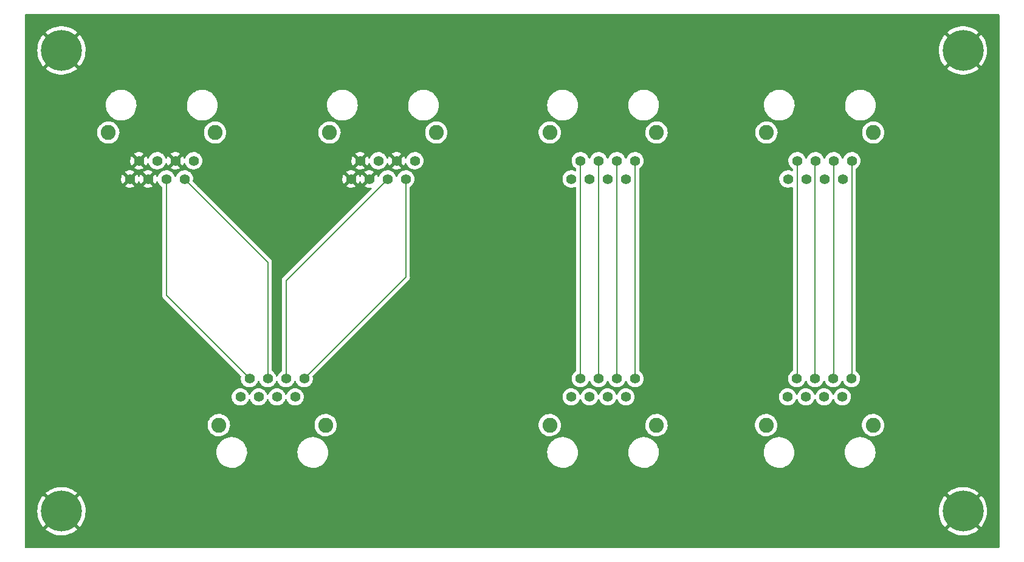
<source format=gbl>
G04 #@! TF.GenerationSoftware,KiCad,Pcbnew,(5.99.0-9973-gfb99c55869)*
G04 #@! TF.CreationDate,2022-08-18T17:51:10-07:00*
G04 #@! TF.ProjectId,RB_v3_2,52425f76-335f-4322-9e6b-696361645f70,rev?*
G04 #@! TF.SameCoordinates,Original*
G04 #@! TF.FileFunction,Copper,L2,Bot*
G04 #@! TF.FilePolarity,Positive*
%FSLAX46Y46*%
G04 Gerber Fmt 4.6, Leading zero omitted, Abs format (unit mm)*
G04 Created by KiCad (PCBNEW (5.99.0-9973-gfb99c55869)) date 2022-08-18 17:51:10*
%MOMM*%
%LPD*%
G01*
G04 APERTURE LIST*
G04 #@! TA.AperFunction,ComponentPad*
%ADD10C,5.700000*%
G04 #@! TD*
G04 #@! TA.AperFunction,ComponentPad*
%ADD11C,1.397000*%
G04 #@! TD*
G04 #@! TA.AperFunction,ComponentPad*
%ADD12C,2.082800*%
G04 #@! TD*
G04 #@! TA.AperFunction,Conductor*
%ADD13C,0.152400*%
G04 #@! TD*
G04 APERTURE END LIST*
D10*
X53213000Y-151968200D03*
X53213000Y-87757000D03*
X178816000Y-151968200D03*
X178816000Y-87757000D03*
D11*
X133128850Y-103124000D03*
X131858850Y-105664000D03*
X130588850Y-103124000D03*
X129318850Y-105664000D03*
X128048850Y-103124000D03*
X126778850Y-105664000D03*
X125508850Y-103124000D03*
X124238850Y-105664000D03*
D12*
X136123850Y-99184000D03*
X121243850Y-99184000D03*
D11*
X154399150Y-136024000D03*
X155669150Y-133484000D03*
X156939150Y-136024000D03*
X158209150Y-133484000D03*
X159479150Y-136024000D03*
X160749150Y-133484000D03*
X162019150Y-136024000D03*
X163289150Y-133484000D03*
D12*
X151404150Y-139964000D03*
X166284150Y-139964000D03*
D11*
X78146000Y-136024000D03*
X79416000Y-133484000D03*
X80686000Y-136024000D03*
X81956000Y-133484000D03*
X83226000Y-136024000D03*
X84496000Y-133484000D03*
X85766000Y-136024000D03*
X87036000Y-133484000D03*
D12*
X75151000Y-139964000D03*
X90031000Y-139964000D03*
D11*
X102448000Y-103124000D03*
X101178000Y-105664000D03*
X99908000Y-103124000D03*
X98638000Y-105664000D03*
X97368000Y-103124000D03*
X96098000Y-105664000D03*
X94828000Y-103124000D03*
X93558000Y-105664000D03*
D12*
X105443000Y-99184000D03*
X90563000Y-99184000D03*
D11*
X163322000Y-103124000D03*
X162052000Y-105664000D03*
X160782000Y-103124000D03*
X159512000Y-105664000D03*
X158242000Y-103124000D03*
X156972000Y-105664000D03*
X155702000Y-103124000D03*
X154432000Y-105664000D03*
D12*
X166317000Y-99184000D03*
X151437000Y-99184000D03*
D11*
X124238850Y-136024000D03*
X125508850Y-133484000D03*
X126778850Y-136024000D03*
X128048850Y-133484000D03*
X129318850Y-136024000D03*
X130588850Y-133484000D03*
X131858850Y-136024000D03*
X133128850Y-133484000D03*
D12*
X121243850Y-139964000D03*
X136123850Y-139964000D03*
D11*
X71628000Y-103124000D03*
X70358000Y-105664000D03*
X69088000Y-103124000D03*
X67818000Y-105664000D03*
X66548000Y-103124000D03*
X65278000Y-105664000D03*
X64008000Y-103124000D03*
X62738000Y-105664000D03*
D12*
X74623000Y-99184000D03*
X59743000Y-99184000D03*
D13*
X67818000Y-121886000D02*
X79416000Y-133484000D01*
X67818000Y-105664000D02*
X67818000Y-121886000D01*
X81956000Y-117262000D02*
X70358000Y-105664000D01*
X81956000Y-133484000D02*
X81956000Y-117262000D01*
X84496000Y-133484000D02*
X84496000Y-119806000D01*
X84496000Y-119806000D02*
X98638000Y-105664000D01*
X101178000Y-119342000D02*
X87036000Y-133484000D01*
X101178000Y-105664000D02*
X101178000Y-119342000D01*
X125508850Y-133484000D02*
X125508850Y-103124000D01*
X128048850Y-103124000D02*
X128048850Y-133484000D01*
X130588850Y-133484000D02*
X130588850Y-103124000D01*
X133128850Y-103124000D02*
X133128850Y-133484000D01*
X155702000Y-133451150D02*
X155669150Y-133484000D01*
X155702000Y-103124000D02*
X155702000Y-133451150D01*
X158209150Y-103156850D02*
X158242000Y-103124000D01*
X158209150Y-133484000D02*
X158209150Y-103156850D01*
X160782000Y-133451150D02*
X160749150Y-133484000D01*
X160782000Y-103124000D02*
X160782000Y-133451150D01*
X163322000Y-133451150D02*
X163289150Y-133484000D01*
X163322000Y-103124000D02*
X163322000Y-133451150D01*
G04 #@! TA.AperFunction,Conductor*
G36*
X183838121Y-82697002D02*
G01*
X183884614Y-82750658D01*
X183896000Y-82803000D01*
X183896000Y-156973000D01*
X183875998Y-157041121D01*
X183822342Y-157087614D01*
X183770000Y-157099000D01*
X48259000Y-157099000D01*
X48190879Y-157078998D01*
X48144386Y-157025342D01*
X48133000Y-156973000D01*
X48133000Y-154519993D01*
X51026747Y-154519993D01*
X51026823Y-154521063D01*
X51030008Y-154525897D01*
X51310304Y-154740976D01*
X51315934Y-154744831D01*
X51620897Y-154930252D01*
X51626899Y-154933470D01*
X51950114Y-155084874D01*
X51956419Y-155087422D01*
X52294099Y-155203036D01*
X52300650Y-155204889D01*
X52648827Y-155283354D01*
X52655546Y-155284491D01*
X53010170Y-155324896D01*
X53016960Y-155325299D01*
X53373869Y-155327167D01*
X53380670Y-155326835D01*
X53735697Y-155290147D01*
X53742425Y-155289081D01*
X54091419Y-155214262D01*
X54097968Y-155212483D01*
X54436845Y-155100411D01*
X54443187Y-155097925D01*
X54767949Y-154949923D01*
X54774008Y-154946756D01*
X55080888Y-154764543D01*
X55086552Y-154760751D01*
X55371962Y-154546459D01*
X55377188Y-154542074D01*
X55390037Y-154530050D01*
X55395969Y-154519993D01*
X176629747Y-154519993D01*
X176629823Y-154521063D01*
X176633008Y-154525897D01*
X176913304Y-154740976D01*
X176918934Y-154744831D01*
X177223897Y-154930252D01*
X177229899Y-154933470D01*
X177553114Y-155084874D01*
X177559419Y-155087422D01*
X177897099Y-155203036D01*
X177903650Y-155204889D01*
X178251827Y-155283354D01*
X178258546Y-155284491D01*
X178613170Y-155324896D01*
X178619960Y-155325299D01*
X178976869Y-155327167D01*
X178983670Y-155326835D01*
X179338697Y-155290147D01*
X179345425Y-155289081D01*
X179694419Y-155214262D01*
X179700968Y-155212483D01*
X180039845Y-155100411D01*
X180046187Y-155097925D01*
X180370949Y-154949923D01*
X180377008Y-154946756D01*
X180683888Y-154764543D01*
X180689552Y-154760751D01*
X180974962Y-154546459D01*
X180980188Y-154542074D01*
X180993037Y-154530050D01*
X181001105Y-154516372D01*
X181001077Y-154515646D01*
X180995935Y-154507345D01*
X178828812Y-152340222D01*
X178814868Y-152332608D01*
X178813035Y-152332739D01*
X178806420Y-152336990D01*
X176637361Y-154506049D01*
X176629747Y-154519993D01*
X55395969Y-154519993D01*
X55398105Y-154516372D01*
X55398077Y-154515646D01*
X55392935Y-154507345D01*
X53225812Y-152340222D01*
X53211868Y-152332608D01*
X53210035Y-152332739D01*
X53203420Y-152336990D01*
X51034361Y-154506049D01*
X51026747Y-154519993D01*
X48133000Y-154519993D01*
X48133000Y-151959857D01*
X49850192Y-151959857D01*
X49868251Y-152316334D01*
X49868961Y-152323090D01*
X49925411Y-152675519D01*
X49926850Y-152682174D01*
X50021030Y-153026437D01*
X50023179Y-153032898D01*
X50153991Y-153364984D01*
X50156822Y-153371167D01*
X50322734Y-153687184D01*
X50326217Y-153693026D01*
X50525292Y-153989281D01*
X50529385Y-153994711D01*
X50653892Y-154142569D01*
X50666631Y-154151013D01*
X50677074Y-154144916D01*
X52840978Y-151981012D01*
X52847356Y-151969332D01*
X53577408Y-151969332D01*
X53577539Y-151971165D01*
X53581790Y-151977780D01*
X55747511Y-154143501D01*
X55761108Y-154150926D01*
X55770717Y-154144229D01*
X55875251Y-154022698D01*
X55879400Y-154017310D01*
X56081561Y-153723164D01*
X56085108Y-153717353D01*
X56254311Y-153403108D01*
X56257218Y-153396930D01*
X56391499Y-153066238D01*
X56393713Y-153059808D01*
X56491493Y-152716546D01*
X56493000Y-152709916D01*
X56553141Y-152358081D01*
X56553921Y-152351341D01*
X56575808Y-151993475D01*
X56575924Y-151989873D01*
X56575994Y-151970020D01*
X56575902Y-151966393D01*
X56575548Y-151959857D01*
X175453192Y-151959857D01*
X175471251Y-152316334D01*
X175471961Y-152323090D01*
X175528411Y-152675519D01*
X175529850Y-152682174D01*
X175624030Y-153026437D01*
X175626179Y-153032898D01*
X175756991Y-153364984D01*
X175759822Y-153371167D01*
X175925734Y-153687184D01*
X175929217Y-153693026D01*
X176128292Y-153989281D01*
X176132385Y-153994711D01*
X176256892Y-154142569D01*
X176269631Y-154151013D01*
X176280074Y-154144916D01*
X178443978Y-151981012D01*
X178450356Y-151969332D01*
X179180408Y-151969332D01*
X179180539Y-151971165D01*
X179184790Y-151977780D01*
X181350511Y-154143501D01*
X181364108Y-154150926D01*
X181373717Y-154144229D01*
X181478251Y-154022698D01*
X181482400Y-154017310D01*
X181684561Y-153723164D01*
X181688108Y-153717353D01*
X181857311Y-153403108D01*
X181860218Y-153396930D01*
X181994499Y-153066238D01*
X181996713Y-153059808D01*
X182094493Y-152716546D01*
X182096000Y-152709916D01*
X182156141Y-152358081D01*
X182156921Y-152351341D01*
X182178808Y-151993475D01*
X182178924Y-151989873D01*
X182178994Y-151970020D01*
X182178902Y-151966393D01*
X182159514Y-151608400D01*
X182158779Y-151601634D01*
X182101101Y-151249418D01*
X182099634Y-151242746D01*
X182004258Y-150898834D01*
X182002084Y-150892370D01*
X181870115Y-150560747D01*
X181867259Y-150554567D01*
X181700249Y-150239139D01*
X181696749Y-150233314D01*
X181496637Y-149937750D01*
X181492523Y-149932330D01*
X181375089Y-149793856D01*
X181362263Y-149785419D01*
X181351938Y-149791472D01*
X179188022Y-151955388D01*
X179180408Y-151969332D01*
X178450356Y-151969332D01*
X178451592Y-151967068D01*
X178451461Y-151965235D01*
X178447210Y-151958620D01*
X176281479Y-149792889D01*
X176267942Y-149785497D01*
X176258241Y-149792284D01*
X176146595Y-149923006D01*
X176142461Y-149928414D01*
X175941336Y-150223251D01*
X175937801Y-150229088D01*
X175769694Y-150543925D01*
X175766813Y-150550104D01*
X175633689Y-150881260D01*
X175631498Y-150887695D01*
X175534913Y-151231306D01*
X175533430Y-151237942D01*
X175474521Y-151589965D01*
X175473762Y-151596737D01*
X175453216Y-151953062D01*
X175453192Y-151959857D01*
X56575548Y-151959857D01*
X56556514Y-151608400D01*
X56555779Y-151601634D01*
X56498101Y-151249418D01*
X56496634Y-151242746D01*
X56401258Y-150898834D01*
X56399084Y-150892370D01*
X56267115Y-150560747D01*
X56264259Y-150554567D01*
X56097249Y-150239139D01*
X56093749Y-150233314D01*
X55893637Y-149937750D01*
X55889523Y-149932330D01*
X55772089Y-149793856D01*
X55759263Y-149785419D01*
X55748938Y-149791472D01*
X53585022Y-151955388D01*
X53577408Y-151969332D01*
X52847356Y-151969332D01*
X52848592Y-151967068D01*
X52848461Y-151965235D01*
X52844210Y-151958620D01*
X50678479Y-149792889D01*
X50664942Y-149785497D01*
X50655241Y-149792284D01*
X50543595Y-149923006D01*
X50539461Y-149928414D01*
X50338336Y-150223251D01*
X50334801Y-150229088D01*
X50166694Y-150543925D01*
X50163813Y-150550104D01*
X50030689Y-150881260D01*
X50028498Y-150887695D01*
X49931913Y-151231306D01*
X49930430Y-151237942D01*
X49871521Y-151589965D01*
X49870762Y-151596737D01*
X49850216Y-151953062D01*
X49850192Y-151959857D01*
X48133000Y-151959857D01*
X48133000Y-149419646D01*
X51027532Y-149419646D01*
X51027567Y-149420486D01*
X51032618Y-149428608D01*
X53200188Y-151596178D01*
X53214132Y-151603792D01*
X53215965Y-151603661D01*
X53222580Y-151599410D01*
X55391214Y-149430776D01*
X55397291Y-149419646D01*
X176630532Y-149419646D01*
X176630567Y-149420486D01*
X176635618Y-149428608D01*
X178803188Y-151596178D01*
X178817132Y-151603792D01*
X178818965Y-151603661D01*
X178825580Y-151599410D01*
X180994214Y-149430776D01*
X181001828Y-149416832D01*
X181001760Y-149415877D01*
X180996817Y-149408402D01*
X180992915Y-149405081D01*
X180708993Y-149188790D01*
X180703369Y-149184968D01*
X180397755Y-149000609D01*
X180391738Y-148997410D01*
X180068006Y-148847139D01*
X180061670Y-148844605D01*
X179723612Y-148730179D01*
X179717044Y-148728345D01*
X179368606Y-148651099D01*
X179361867Y-148649983D01*
X179007109Y-148610817D01*
X179000328Y-148610438D01*
X178643391Y-148609815D01*
X178636618Y-148610170D01*
X178281704Y-148648099D01*
X178274994Y-148649186D01*
X177926271Y-148725220D01*
X177919696Y-148727031D01*
X177581225Y-148840282D01*
X177574903Y-148842785D01*
X177250649Y-148991925D01*
X177244606Y-148995111D01*
X176938362Y-149178395D01*
X176932716Y-149182203D01*
X176648038Y-149397503D01*
X176642848Y-149401890D01*
X176638555Y-149405935D01*
X176630532Y-149419646D01*
X55397291Y-149419646D01*
X55398828Y-149416832D01*
X55398760Y-149415877D01*
X55393817Y-149408402D01*
X55389915Y-149405081D01*
X55105993Y-149188790D01*
X55100369Y-149184968D01*
X54794755Y-149000609D01*
X54788738Y-148997410D01*
X54465006Y-148847139D01*
X54458670Y-148844605D01*
X54120612Y-148730179D01*
X54114044Y-148728345D01*
X53765606Y-148651099D01*
X53758867Y-148649983D01*
X53404109Y-148610817D01*
X53397328Y-148610438D01*
X53040391Y-148609815D01*
X53033618Y-148610170D01*
X52678704Y-148648099D01*
X52671994Y-148649186D01*
X52323271Y-148725220D01*
X52316696Y-148727031D01*
X51978225Y-148840282D01*
X51971903Y-148842785D01*
X51647649Y-148991925D01*
X51641606Y-148995111D01*
X51335362Y-149178395D01*
X51329716Y-149182203D01*
X51045038Y-149397503D01*
X51039848Y-149401890D01*
X51035555Y-149405935D01*
X51027532Y-149419646D01*
X48133000Y-149419646D01*
X48133000Y-143751600D01*
X74802018Y-143751600D01*
X74818768Y-144042100D01*
X74819593Y-144046307D01*
X74819594Y-144046312D01*
X74846089Y-144181358D01*
X74874789Y-144327640D01*
X74969044Y-144602935D01*
X75099788Y-144862890D01*
X75264602Y-145102697D01*
X75460438Y-145317917D01*
X75463727Y-145320667D01*
X75680378Y-145501816D01*
X75680383Y-145501820D01*
X75683670Y-145504568D01*
X75806919Y-145581882D01*
X75926528Y-145656913D01*
X75926532Y-145656915D01*
X75930168Y-145659196D01*
X75998429Y-145690017D01*
X76191459Y-145777174D01*
X76191463Y-145777176D01*
X76195371Y-145778940D01*
X76199490Y-145780160D01*
X76470258Y-145860366D01*
X76470263Y-145860367D01*
X76474371Y-145861584D01*
X76478605Y-145862232D01*
X76478610Y-145862233D01*
X76757764Y-145904949D01*
X76757766Y-145904949D01*
X76762006Y-145905598D01*
X76910198Y-145907926D01*
X77048662Y-145910101D01*
X77048668Y-145910101D01*
X77052953Y-145910168D01*
X77341828Y-145875211D01*
X77623287Y-145801371D01*
X77892120Y-145690017D01*
X78143354Y-145543208D01*
X78372338Y-145363661D01*
X78574837Y-145154699D01*
X78577370Y-145151251D01*
X78577374Y-145151246D01*
X78744565Y-144923642D01*
X78747103Y-144920187D01*
X78749149Y-144916419D01*
X78883898Y-144668242D01*
X78883899Y-144668240D01*
X78885948Y-144664466D01*
X78988803Y-144392268D01*
X79053765Y-144108629D01*
X79079632Y-143818798D01*
X79080101Y-143774000D01*
X79078574Y-143751600D01*
X86102016Y-143751600D01*
X86118766Y-144042100D01*
X86119591Y-144046307D01*
X86119592Y-144046312D01*
X86146087Y-144181358D01*
X86174787Y-144327640D01*
X86269042Y-144602935D01*
X86399786Y-144862890D01*
X86564600Y-145102697D01*
X86760436Y-145317917D01*
X86763725Y-145320667D01*
X86980376Y-145501816D01*
X86980381Y-145501820D01*
X86983668Y-145504568D01*
X87106917Y-145581882D01*
X87226526Y-145656913D01*
X87226530Y-145656915D01*
X87230166Y-145659196D01*
X87298427Y-145690017D01*
X87491457Y-145777174D01*
X87491461Y-145777176D01*
X87495369Y-145778940D01*
X87499488Y-145780160D01*
X87770256Y-145860366D01*
X87770261Y-145860367D01*
X87774369Y-145861584D01*
X87778603Y-145862232D01*
X87778608Y-145862233D01*
X88057762Y-145904949D01*
X88057764Y-145904949D01*
X88062004Y-145905598D01*
X88210196Y-145907926D01*
X88348660Y-145910101D01*
X88348666Y-145910101D01*
X88352951Y-145910168D01*
X88641826Y-145875211D01*
X88923285Y-145801371D01*
X89192118Y-145690017D01*
X89443352Y-145543208D01*
X89672336Y-145363661D01*
X89874835Y-145154699D01*
X89877368Y-145151251D01*
X89877372Y-145151246D01*
X90044563Y-144923642D01*
X90047101Y-144920187D01*
X90049147Y-144916419D01*
X90183896Y-144668242D01*
X90183897Y-144668240D01*
X90185946Y-144664466D01*
X90288801Y-144392268D01*
X90353763Y-144108629D01*
X90379630Y-143818798D01*
X90380099Y-143774000D01*
X90378572Y-143751600D01*
X120894868Y-143751600D01*
X120911618Y-144042100D01*
X120912443Y-144046307D01*
X120912444Y-144046312D01*
X120938939Y-144181358D01*
X120967639Y-144327640D01*
X121061894Y-144602935D01*
X121192638Y-144862890D01*
X121357452Y-145102697D01*
X121553288Y-145317917D01*
X121556577Y-145320667D01*
X121773228Y-145501816D01*
X121773233Y-145501820D01*
X121776520Y-145504568D01*
X121899769Y-145581882D01*
X122019378Y-145656913D01*
X122019382Y-145656915D01*
X122023018Y-145659196D01*
X122091279Y-145690017D01*
X122284309Y-145777174D01*
X122284313Y-145777176D01*
X122288221Y-145778940D01*
X122292340Y-145780160D01*
X122563108Y-145860366D01*
X122563113Y-145860367D01*
X122567221Y-145861584D01*
X122571455Y-145862232D01*
X122571460Y-145862233D01*
X122850614Y-145904949D01*
X122850616Y-145904949D01*
X122854856Y-145905598D01*
X123003048Y-145907926D01*
X123141512Y-145910101D01*
X123141518Y-145910101D01*
X123145803Y-145910168D01*
X123434678Y-145875211D01*
X123716137Y-145801371D01*
X123984970Y-145690017D01*
X124236204Y-145543208D01*
X124465188Y-145363661D01*
X124667687Y-145154699D01*
X124670220Y-145151251D01*
X124670224Y-145151246D01*
X124837415Y-144923642D01*
X124839953Y-144920187D01*
X124841999Y-144916419D01*
X124976748Y-144668242D01*
X124976749Y-144668240D01*
X124978798Y-144664466D01*
X125081653Y-144392268D01*
X125146615Y-144108629D01*
X125172482Y-143818798D01*
X125172951Y-143774000D01*
X125171424Y-143751600D01*
X132194866Y-143751600D01*
X132211616Y-144042100D01*
X132212441Y-144046307D01*
X132212442Y-144046312D01*
X132238937Y-144181358D01*
X132267637Y-144327640D01*
X132361892Y-144602935D01*
X132492636Y-144862890D01*
X132657450Y-145102697D01*
X132853286Y-145317917D01*
X132856575Y-145320667D01*
X133073226Y-145501816D01*
X133073231Y-145501820D01*
X133076518Y-145504568D01*
X133199767Y-145581882D01*
X133319376Y-145656913D01*
X133319380Y-145656915D01*
X133323016Y-145659196D01*
X133391277Y-145690017D01*
X133584307Y-145777174D01*
X133584311Y-145777176D01*
X133588219Y-145778940D01*
X133592338Y-145780160D01*
X133863106Y-145860366D01*
X133863111Y-145860367D01*
X133867219Y-145861584D01*
X133871453Y-145862232D01*
X133871458Y-145862233D01*
X134150612Y-145904949D01*
X134150614Y-145904949D01*
X134154854Y-145905598D01*
X134303046Y-145907926D01*
X134441510Y-145910101D01*
X134441516Y-145910101D01*
X134445801Y-145910168D01*
X134734676Y-145875211D01*
X135016135Y-145801371D01*
X135284968Y-145690017D01*
X135536202Y-145543208D01*
X135765186Y-145363661D01*
X135967685Y-145154699D01*
X135970218Y-145151251D01*
X135970222Y-145151246D01*
X136137413Y-144923642D01*
X136139951Y-144920187D01*
X136141997Y-144916419D01*
X136276746Y-144668242D01*
X136276747Y-144668240D01*
X136278796Y-144664466D01*
X136381651Y-144392268D01*
X136446613Y-144108629D01*
X136472480Y-143818798D01*
X136472949Y-143774000D01*
X136471422Y-143751600D01*
X151055168Y-143751600D01*
X151071918Y-144042100D01*
X151072743Y-144046307D01*
X151072744Y-144046312D01*
X151099239Y-144181358D01*
X151127939Y-144327640D01*
X151222194Y-144602935D01*
X151352938Y-144862890D01*
X151517752Y-145102697D01*
X151713588Y-145317917D01*
X151716877Y-145320667D01*
X151933528Y-145501816D01*
X151933533Y-145501820D01*
X151936820Y-145504568D01*
X152060069Y-145581882D01*
X152179678Y-145656913D01*
X152179682Y-145656915D01*
X152183318Y-145659196D01*
X152251579Y-145690017D01*
X152444609Y-145777174D01*
X152444613Y-145777176D01*
X152448521Y-145778940D01*
X152452640Y-145780160D01*
X152723408Y-145860366D01*
X152723413Y-145860367D01*
X152727521Y-145861584D01*
X152731755Y-145862232D01*
X152731760Y-145862233D01*
X153010914Y-145904949D01*
X153010916Y-145904949D01*
X153015156Y-145905598D01*
X153163348Y-145907926D01*
X153301812Y-145910101D01*
X153301818Y-145910101D01*
X153306103Y-145910168D01*
X153594978Y-145875211D01*
X153876437Y-145801371D01*
X154145270Y-145690017D01*
X154396504Y-145543208D01*
X154625488Y-145363661D01*
X154827987Y-145154699D01*
X154830520Y-145151251D01*
X154830524Y-145151246D01*
X154997715Y-144923642D01*
X155000253Y-144920187D01*
X155002299Y-144916419D01*
X155137048Y-144668242D01*
X155137049Y-144668240D01*
X155139098Y-144664466D01*
X155241953Y-144392268D01*
X155306915Y-144108629D01*
X155332782Y-143818798D01*
X155333251Y-143774000D01*
X155331724Y-143751600D01*
X162355166Y-143751600D01*
X162371916Y-144042100D01*
X162372741Y-144046307D01*
X162372742Y-144046312D01*
X162399237Y-144181358D01*
X162427937Y-144327640D01*
X162522192Y-144602935D01*
X162652936Y-144862890D01*
X162817750Y-145102697D01*
X163013586Y-145317917D01*
X163016875Y-145320667D01*
X163233526Y-145501816D01*
X163233531Y-145501820D01*
X163236818Y-145504568D01*
X163360067Y-145581882D01*
X163479676Y-145656913D01*
X163479680Y-145656915D01*
X163483316Y-145659196D01*
X163551577Y-145690017D01*
X163744607Y-145777174D01*
X163744611Y-145777176D01*
X163748519Y-145778940D01*
X163752638Y-145780160D01*
X164023406Y-145860366D01*
X164023411Y-145860367D01*
X164027519Y-145861584D01*
X164031753Y-145862232D01*
X164031758Y-145862233D01*
X164310912Y-145904949D01*
X164310914Y-145904949D01*
X164315154Y-145905598D01*
X164463346Y-145907926D01*
X164601810Y-145910101D01*
X164601816Y-145910101D01*
X164606101Y-145910168D01*
X164894976Y-145875211D01*
X165176435Y-145801371D01*
X165445268Y-145690017D01*
X165696502Y-145543208D01*
X165925486Y-145363661D01*
X166127985Y-145154699D01*
X166130518Y-145151251D01*
X166130522Y-145151246D01*
X166297713Y-144923642D01*
X166300251Y-144920187D01*
X166302297Y-144916419D01*
X166437046Y-144668242D01*
X166437047Y-144668240D01*
X166439096Y-144664466D01*
X166541951Y-144392268D01*
X166606913Y-144108629D01*
X166632780Y-143818798D01*
X166633249Y-143774000D01*
X166613458Y-143483691D01*
X166607999Y-143457328D01*
X166555319Y-143202951D01*
X166554450Y-143198754D01*
X166457318Y-142924461D01*
X166323859Y-142665888D01*
X166313110Y-142650593D01*
X166159009Y-142431331D01*
X166159008Y-142431330D01*
X166156542Y-142427821D01*
X165958464Y-142214663D01*
X165943630Y-142202521D01*
X165736607Y-142033076D01*
X165733289Y-142030360D01*
X165682215Y-141999062D01*
X165488836Y-141880558D01*
X165488828Y-141880554D01*
X165485186Y-141878322D01*
X165481269Y-141876603D01*
X165481266Y-141876601D01*
X165363798Y-141825037D01*
X165218743Y-141761362D01*
X165214615Y-141760186D01*
X165214612Y-141760185D01*
X164943021Y-141682820D01*
X164943022Y-141682820D01*
X164938893Y-141681644D01*
X164723064Y-141650928D01*
X164655065Y-141641250D01*
X164655063Y-141641250D01*
X164650813Y-141640645D01*
X164646524Y-141640623D01*
X164646517Y-141640622D01*
X164364120Y-141639143D01*
X164364113Y-141639143D01*
X164359834Y-141639121D01*
X164355590Y-141639680D01*
X164355586Y-141639680D01*
X164228568Y-141656403D01*
X164071340Y-141677102D01*
X164067200Y-141678235D01*
X164067198Y-141678235D01*
X163794815Y-141752751D01*
X163790670Y-141753885D01*
X163523018Y-141868048D01*
X163372291Y-141958256D01*
X163277018Y-142015276D01*
X163277014Y-142015279D01*
X163273336Y-142017480D01*
X163046244Y-142199415D01*
X163043300Y-142202517D01*
X163043296Y-142202521D01*
X163031774Y-142214663D01*
X162845944Y-142410486D01*
X162843445Y-142413964D01*
X162843444Y-142413965D01*
X162678652Y-142643298D01*
X162678649Y-142643303D01*
X162676144Y-142646789D01*
X162539984Y-142903950D01*
X162439985Y-143177210D01*
X162377997Y-143461514D01*
X162355166Y-143751600D01*
X155331724Y-143751600D01*
X155313460Y-143483691D01*
X155308001Y-143457328D01*
X155255321Y-143202951D01*
X155254452Y-143198754D01*
X155157320Y-142924461D01*
X155023861Y-142665888D01*
X155013112Y-142650593D01*
X154859011Y-142431331D01*
X154859010Y-142431330D01*
X154856544Y-142427821D01*
X154658466Y-142214663D01*
X154643632Y-142202521D01*
X154436609Y-142033076D01*
X154433291Y-142030360D01*
X154382217Y-141999062D01*
X154188838Y-141880558D01*
X154188830Y-141880554D01*
X154185188Y-141878322D01*
X154181271Y-141876603D01*
X154181268Y-141876601D01*
X154063800Y-141825037D01*
X153918745Y-141761362D01*
X153914617Y-141760186D01*
X153914614Y-141760185D01*
X153643023Y-141682820D01*
X153643024Y-141682820D01*
X153638895Y-141681644D01*
X153423066Y-141650928D01*
X153355067Y-141641250D01*
X153355065Y-141641250D01*
X153350815Y-141640645D01*
X153346526Y-141640623D01*
X153346519Y-141640622D01*
X153064122Y-141639143D01*
X153064115Y-141639143D01*
X153059836Y-141639121D01*
X153055592Y-141639680D01*
X153055588Y-141639680D01*
X152928570Y-141656403D01*
X152771342Y-141677102D01*
X152767202Y-141678235D01*
X152767200Y-141678235D01*
X152494817Y-141752751D01*
X152490672Y-141753885D01*
X152223020Y-141868048D01*
X152072293Y-141958256D01*
X151977020Y-142015276D01*
X151977016Y-142015279D01*
X151973338Y-142017480D01*
X151746246Y-142199415D01*
X151743302Y-142202517D01*
X151743298Y-142202521D01*
X151731776Y-142214663D01*
X151545946Y-142410486D01*
X151543447Y-142413964D01*
X151543446Y-142413965D01*
X151378654Y-142643298D01*
X151378651Y-142643303D01*
X151376146Y-142646789D01*
X151239986Y-142903950D01*
X151139987Y-143177210D01*
X151077999Y-143461514D01*
X151055168Y-143751600D01*
X136471422Y-143751600D01*
X136453158Y-143483691D01*
X136447699Y-143457328D01*
X136395019Y-143202951D01*
X136394150Y-143198754D01*
X136297018Y-142924461D01*
X136163559Y-142665888D01*
X136152810Y-142650593D01*
X135998709Y-142431331D01*
X135998708Y-142431330D01*
X135996242Y-142427821D01*
X135798164Y-142214663D01*
X135783330Y-142202521D01*
X135576307Y-142033076D01*
X135572989Y-142030360D01*
X135521915Y-141999062D01*
X135328536Y-141880558D01*
X135328528Y-141880554D01*
X135324886Y-141878322D01*
X135320969Y-141876603D01*
X135320966Y-141876601D01*
X135203498Y-141825037D01*
X135058443Y-141761362D01*
X135054315Y-141760186D01*
X135054312Y-141760185D01*
X134782721Y-141682820D01*
X134782722Y-141682820D01*
X134778593Y-141681644D01*
X134562764Y-141650928D01*
X134494765Y-141641250D01*
X134494763Y-141641250D01*
X134490513Y-141640645D01*
X134486224Y-141640623D01*
X134486217Y-141640622D01*
X134203820Y-141639143D01*
X134203813Y-141639143D01*
X134199534Y-141639121D01*
X134195290Y-141639680D01*
X134195286Y-141639680D01*
X134068268Y-141656403D01*
X133911040Y-141677102D01*
X133906900Y-141678235D01*
X133906898Y-141678235D01*
X133634515Y-141752751D01*
X133630370Y-141753885D01*
X133362718Y-141868048D01*
X133211991Y-141958256D01*
X133116718Y-142015276D01*
X133116714Y-142015279D01*
X133113036Y-142017480D01*
X132885944Y-142199415D01*
X132883000Y-142202517D01*
X132882996Y-142202521D01*
X132871474Y-142214663D01*
X132685644Y-142410486D01*
X132683145Y-142413964D01*
X132683144Y-142413965D01*
X132518352Y-142643298D01*
X132518349Y-142643303D01*
X132515844Y-142646789D01*
X132379684Y-142903950D01*
X132279685Y-143177210D01*
X132217697Y-143461514D01*
X132194866Y-143751600D01*
X125171424Y-143751600D01*
X125153160Y-143483691D01*
X125147701Y-143457328D01*
X125095021Y-143202951D01*
X125094152Y-143198754D01*
X124997020Y-142924461D01*
X124863561Y-142665888D01*
X124852812Y-142650593D01*
X124698711Y-142431331D01*
X124698710Y-142431330D01*
X124696244Y-142427821D01*
X124498166Y-142214663D01*
X124483332Y-142202521D01*
X124276309Y-142033076D01*
X124272991Y-142030360D01*
X124221917Y-141999062D01*
X124028538Y-141880558D01*
X124028530Y-141880554D01*
X124024888Y-141878322D01*
X124020971Y-141876603D01*
X124020968Y-141876601D01*
X123903500Y-141825037D01*
X123758445Y-141761362D01*
X123754317Y-141760186D01*
X123754314Y-141760185D01*
X123482723Y-141682820D01*
X123482724Y-141682820D01*
X123478595Y-141681644D01*
X123262766Y-141650928D01*
X123194767Y-141641250D01*
X123194765Y-141641250D01*
X123190515Y-141640645D01*
X123186226Y-141640623D01*
X123186219Y-141640622D01*
X122903822Y-141639143D01*
X122903815Y-141639143D01*
X122899536Y-141639121D01*
X122895292Y-141639680D01*
X122895288Y-141639680D01*
X122768270Y-141656403D01*
X122611042Y-141677102D01*
X122606902Y-141678235D01*
X122606900Y-141678235D01*
X122334517Y-141752751D01*
X122330372Y-141753885D01*
X122062720Y-141868048D01*
X121911993Y-141958256D01*
X121816720Y-142015276D01*
X121816716Y-142015279D01*
X121813038Y-142017480D01*
X121585946Y-142199415D01*
X121583002Y-142202517D01*
X121582998Y-142202521D01*
X121571476Y-142214663D01*
X121385646Y-142410486D01*
X121383147Y-142413964D01*
X121383146Y-142413965D01*
X121218354Y-142643298D01*
X121218351Y-142643303D01*
X121215846Y-142646789D01*
X121079686Y-142903950D01*
X120979687Y-143177210D01*
X120917699Y-143461514D01*
X120894868Y-143751600D01*
X90378572Y-143751600D01*
X90360308Y-143483691D01*
X90354849Y-143457328D01*
X90302169Y-143202951D01*
X90301300Y-143198754D01*
X90204168Y-142924461D01*
X90070709Y-142665888D01*
X90059960Y-142650593D01*
X89905859Y-142431331D01*
X89905858Y-142431330D01*
X89903392Y-142427821D01*
X89705314Y-142214663D01*
X89690480Y-142202521D01*
X89483457Y-142033076D01*
X89480139Y-142030360D01*
X89429065Y-141999062D01*
X89235686Y-141880558D01*
X89235678Y-141880554D01*
X89232036Y-141878322D01*
X89228119Y-141876603D01*
X89228116Y-141876601D01*
X89110648Y-141825037D01*
X88965593Y-141761362D01*
X88961465Y-141760186D01*
X88961462Y-141760185D01*
X88689871Y-141682820D01*
X88689872Y-141682820D01*
X88685743Y-141681644D01*
X88469914Y-141650928D01*
X88401915Y-141641250D01*
X88401913Y-141641250D01*
X88397663Y-141640645D01*
X88393374Y-141640623D01*
X88393367Y-141640622D01*
X88110970Y-141639143D01*
X88110963Y-141639143D01*
X88106684Y-141639121D01*
X88102440Y-141639680D01*
X88102436Y-141639680D01*
X87975418Y-141656403D01*
X87818190Y-141677102D01*
X87814050Y-141678235D01*
X87814048Y-141678235D01*
X87541665Y-141752751D01*
X87537520Y-141753885D01*
X87269868Y-141868048D01*
X87119141Y-141958256D01*
X87023868Y-142015276D01*
X87023864Y-142015279D01*
X87020186Y-142017480D01*
X86793094Y-142199415D01*
X86790150Y-142202517D01*
X86790146Y-142202521D01*
X86778624Y-142214663D01*
X86592794Y-142410486D01*
X86590295Y-142413964D01*
X86590294Y-142413965D01*
X86425502Y-142643298D01*
X86425499Y-142643303D01*
X86422994Y-142646789D01*
X86286834Y-142903950D01*
X86186835Y-143177210D01*
X86124847Y-143461514D01*
X86102016Y-143751600D01*
X79078574Y-143751600D01*
X79060310Y-143483691D01*
X79054851Y-143457328D01*
X79002171Y-143202951D01*
X79001302Y-143198754D01*
X78904170Y-142924461D01*
X78770711Y-142665888D01*
X78759962Y-142650593D01*
X78605861Y-142431331D01*
X78605860Y-142431330D01*
X78603394Y-142427821D01*
X78405316Y-142214663D01*
X78390482Y-142202521D01*
X78183459Y-142033076D01*
X78180141Y-142030360D01*
X78129067Y-141999062D01*
X77935688Y-141880558D01*
X77935680Y-141880554D01*
X77932038Y-141878322D01*
X77928121Y-141876603D01*
X77928118Y-141876601D01*
X77810650Y-141825037D01*
X77665595Y-141761362D01*
X77661467Y-141760186D01*
X77661464Y-141760185D01*
X77389873Y-141682820D01*
X77389874Y-141682820D01*
X77385745Y-141681644D01*
X77169916Y-141650928D01*
X77101917Y-141641250D01*
X77101915Y-141641250D01*
X77097665Y-141640645D01*
X77093376Y-141640623D01*
X77093369Y-141640622D01*
X76810972Y-141639143D01*
X76810965Y-141639143D01*
X76806686Y-141639121D01*
X76802442Y-141639680D01*
X76802438Y-141639680D01*
X76675420Y-141656403D01*
X76518192Y-141677102D01*
X76514052Y-141678235D01*
X76514050Y-141678235D01*
X76241667Y-141752751D01*
X76237522Y-141753885D01*
X75969870Y-141868048D01*
X75819143Y-141958256D01*
X75723870Y-142015276D01*
X75723866Y-142015279D01*
X75720188Y-142017480D01*
X75493096Y-142199415D01*
X75490152Y-142202517D01*
X75490148Y-142202521D01*
X75478626Y-142214663D01*
X75292796Y-142410486D01*
X75290297Y-142413964D01*
X75290296Y-142413965D01*
X75125504Y-142643298D01*
X75125501Y-142643303D01*
X75122996Y-142646789D01*
X74986836Y-142903950D01*
X74886837Y-143177210D01*
X74824849Y-143461514D01*
X74802018Y-143751600D01*
X48133000Y-143751600D01*
X48133000Y-140072464D01*
X73599888Y-140072464D01*
X73637182Y-140319063D01*
X73713423Y-140556526D01*
X73826650Y-140778746D01*
X73973948Y-140980004D01*
X74151530Y-141155123D01*
X74354825Y-141299597D01*
X74359355Y-141301826D01*
X74359360Y-141301829D01*
X74574062Y-141407475D01*
X74574067Y-141407477D01*
X74578603Y-141409709D01*
X74583447Y-141411190D01*
X74812260Y-141481146D01*
X74812262Y-141481147D01*
X74817108Y-141482628D01*
X75064203Y-141516476D01*
X75145626Y-141514486D01*
X75308469Y-141510506D01*
X75308472Y-141510506D01*
X75313531Y-141510382D01*
X75558678Y-141464504D01*
X75793336Y-141380022D01*
X76011469Y-141259109D01*
X76015447Y-141255979D01*
X76015451Y-141255976D01*
X76203487Y-141108006D01*
X76203488Y-141108005D01*
X76207463Y-141104877D01*
X76376278Y-140921292D01*
X76513569Y-140713079D01*
X76586095Y-140551702D01*
X76613731Y-140490210D01*
X76613733Y-140490204D01*
X76615805Y-140485594D01*
X76617114Y-140480709D01*
X76679047Y-140249571D01*
X76679047Y-140249570D01*
X76680355Y-140244689D01*
X76697849Y-140072464D01*
X88479888Y-140072464D01*
X88517182Y-140319063D01*
X88593423Y-140556526D01*
X88706650Y-140778746D01*
X88853948Y-140980004D01*
X89031530Y-141155123D01*
X89234825Y-141299597D01*
X89239355Y-141301826D01*
X89239360Y-141301829D01*
X89454062Y-141407475D01*
X89454067Y-141407477D01*
X89458603Y-141409709D01*
X89463447Y-141411190D01*
X89692260Y-141481146D01*
X89692262Y-141481147D01*
X89697108Y-141482628D01*
X89944203Y-141516476D01*
X90025626Y-141514486D01*
X90188469Y-141510506D01*
X90188472Y-141510506D01*
X90193531Y-141510382D01*
X90438678Y-141464504D01*
X90673336Y-141380022D01*
X90891469Y-141259109D01*
X90895447Y-141255979D01*
X90895451Y-141255976D01*
X91083487Y-141108006D01*
X91083488Y-141108005D01*
X91087463Y-141104877D01*
X91256278Y-140921292D01*
X91393569Y-140713079D01*
X91466095Y-140551702D01*
X91493731Y-140490210D01*
X91493733Y-140490204D01*
X91495805Y-140485594D01*
X91497114Y-140480709D01*
X91559047Y-140249571D01*
X91559047Y-140249570D01*
X91560355Y-140244689D01*
X91577849Y-140072464D01*
X119692738Y-140072464D01*
X119730032Y-140319063D01*
X119806273Y-140556526D01*
X119919500Y-140778746D01*
X120066798Y-140980004D01*
X120244380Y-141155123D01*
X120447675Y-141299597D01*
X120452205Y-141301826D01*
X120452210Y-141301829D01*
X120666912Y-141407475D01*
X120666917Y-141407477D01*
X120671453Y-141409709D01*
X120676297Y-141411190D01*
X120905110Y-141481146D01*
X120905112Y-141481147D01*
X120909958Y-141482628D01*
X121157053Y-141516476D01*
X121238476Y-141514486D01*
X121401319Y-141510506D01*
X121401322Y-141510506D01*
X121406381Y-141510382D01*
X121651528Y-141464504D01*
X121886186Y-141380022D01*
X122104319Y-141259109D01*
X122108297Y-141255979D01*
X122108301Y-141255976D01*
X122296337Y-141108006D01*
X122296338Y-141108005D01*
X122300313Y-141104877D01*
X122469128Y-140921292D01*
X122606419Y-140713079D01*
X122678945Y-140551702D01*
X122706581Y-140490210D01*
X122706583Y-140490204D01*
X122708655Y-140485594D01*
X122709964Y-140480709D01*
X122771897Y-140249571D01*
X122771897Y-140249570D01*
X122773205Y-140244689D01*
X122790699Y-140072464D01*
X134572738Y-140072464D01*
X134610032Y-140319063D01*
X134686273Y-140556526D01*
X134799500Y-140778746D01*
X134946798Y-140980004D01*
X135124380Y-141155123D01*
X135327675Y-141299597D01*
X135332205Y-141301826D01*
X135332210Y-141301829D01*
X135546912Y-141407475D01*
X135546917Y-141407477D01*
X135551453Y-141409709D01*
X135556297Y-141411190D01*
X135785110Y-141481146D01*
X135785112Y-141481147D01*
X135789958Y-141482628D01*
X136037053Y-141516476D01*
X136118476Y-141514486D01*
X136281319Y-141510506D01*
X136281322Y-141510506D01*
X136286381Y-141510382D01*
X136531528Y-141464504D01*
X136766186Y-141380022D01*
X136984319Y-141259109D01*
X136988297Y-141255979D01*
X136988301Y-141255976D01*
X137176337Y-141108006D01*
X137176338Y-141108005D01*
X137180313Y-141104877D01*
X137349128Y-140921292D01*
X137486419Y-140713079D01*
X137558945Y-140551702D01*
X137586581Y-140490210D01*
X137586583Y-140490204D01*
X137588655Y-140485594D01*
X137589964Y-140480709D01*
X137651897Y-140249571D01*
X137651897Y-140249570D01*
X137653205Y-140244689D01*
X137670699Y-140072464D01*
X149853038Y-140072464D01*
X149890332Y-140319063D01*
X149966573Y-140556526D01*
X150079800Y-140778746D01*
X150227098Y-140980004D01*
X150404680Y-141155123D01*
X150607975Y-141299597D01*
X150612505Y-141301826D01*
X150612510Y-141301829D01*
X150827212Y-141407475D01*
X150827217Y-141407477D01*
X150831753Y-141409709D01*
X150836597Y-141411190D01*
X151065410Y-141481146D01*
X151065412Y-141481147D01*
X151070258Y-141482628D01*
X151317353Y-141516476D01*
X151398776Y-141514486D01*
X151561619Y-141510506D01*
X151561622Y-141510506D01*
X151566681Y-141510382D01*
X151811828Y-141464504D01*
X152046486Y-141380022D01*
X152264619Y-141259109D01*
X152268597Y-141255979D01*
X152268601Y-141255976D01*
X152456637Y-141108006D01*
X152456638Y-141108005D01*
X152460613Y-141104877D01*
X152629428Y-140921292D01*
X152766719Y-140713079D01*
X152839245Y-140551702D01*
X152866881Y-140490210D01*
X152866883Y-140490204D01*
X152868955Y-140485594D01*
X152870264Y-140480709D01*
X152932197Y-140249571D01*
X152932197Y-140249570D01*
X152933505Y-140244689D01*
X152950999Y-140072464D01*
X164733038Y-140072464D01*
X164770332Y-140319063D01*
X164846573Y-140556526D01*
X164959800Y-140778746D01*
X165107098Y-140980004D01*
X165284680Y-141155123D01*
X165487975Y-141299597D01*
X165492505Y-141301826D01*
X165492510Y-141301829D01*
X165707212Y-141407475D01*
X165707217Y-141407477D01*
X165711753Y-141409709D01*
X165716597Y-141411190D01*
X165945410Y-141481146D01*
X165945412Y-141481147D01*
X165950258Y-141482628D01*
X166197353Y-141516476D01*
X166278776Y-141514486D01*
X166441619Y-141510506D01*
X166441622Y-141510506D01*
X166446681Y-141510382D01*
X166691828Y-141464504D01*
X166926486Y-141380022D01*
X167144619Y-141259109D01*
X167148597Y-141255979D01*
X167148601Y-141255976D01*
X167336637Y-141108006D01*
X167336638Y-141108005D01*
X167340613Y-141104877D01*
X167509428Y-140921292D01*
X167646719Y-140713079D01*
X167719245Y-140551702D01*
X167746881Y-140490210D01*
X167746883Y-140490204D01*
X167748955Y-140485594D01*
X167750264Y-140480709D01*
X167812197Y-140249571D01*
X167812197Y-140249570D01*
X167813505Y-140244689D01*
X167838709Y-139996563D01*
X167839050Y-139964000D01*
X167838821Y-139961152D01*
X167819454Y-139720443D01*
X167819453Y-139720439D01*
X167819048Y-139715401D01*
X167759557Y-139473197D01*
X167662108Y-139243621D01*
X167529207Y-139032578D01*
X167364274Y-138845499D01*
X167171553Y-138687195D01*
X166956000Y-138561741D01*
X166817970Y-138508756D01*
X166727887Y-138474176D01*
X166727883Y-138474175D01*
X166723163Y-138472363D01*
X166718213Y-138471329D01*
X166718210Y-138471328D01*
X166483982Y-138422395D01*
X166483978Y-138422395D01*
X166479031Y-138421361D01*
X166229885Y-138410047D01*
X166224865Y-138410628D01*
X166224861Y-138410628D01*
X165987162Y-138438131D01*
X165987158Y-138438132D01*
X165982135Y-138438713D01*
X165977270Y-138440090D01*
X165977268Y-138440090D01*
X165810219Y-138487360D01*
X165742155Y-138506620D01*
X165516120Y-138612022D01*
X165511940Y-138614863D01*
X165511936Y-138614865D01*
X165424477Y-138674303D01*
X165309844Y-138752207D01*
X165128634Y-138923569D01*
X165125556Y-138927595D01*
X165125555Y-138927596D01*
X164980226Y-139117678D01*
X164980223Y-139117682D01*
X164977153Y-139121698D01*
X164859298Y-139341497D01*
X164778100Y-139577312D01*
X164735649Y-139823075D01*
X164733038Y-140072464D01*
X152950999Y-140072464D01*
X152958709Y-139996563D01*
X152959050Y-139964000D01*
X152958821Y-139961152D01*
X152939454Y-139720443D01*
X152939453Y-139720439D01*
X152939048Y-139715401D01*
X152879557Y-139473197D01*
X152782108Y-139243621D01*
X152649207Y-139032578D01*
X152484274Y-138845499D01*
X152291553Y-138687195D01*
X152076000Y-138561741D01*
X151937970Y-138508756D01*
X151847887Y-138474176D01*
X151847883Y-138474175D01*
X151843163Y-138472363D01*
X151838213Y-138471329D01*
X151838210Y-138471328D01*
X151603982Y-138422395D01*
X151603978Y-138422395D01*
X151599031Y-138421361D01*
X151349885Y-138410047D01*
X151344865Y-138410628D01*
X151344861Y-138410628D01*
X151107162Y-138438131D01*
X151107158Y-138438132D01*
X151102135Y-138438713D01*
X151097270Y-138440090D01*
X151097268Y-138440090D01*
X150930219Y-138487360D01*
X150862155Y-138506620D01*
X150636120Y-138612022D01*
X150631940Y-138614863D01*
X150631936Y-138614865D01*
X150544477Y-138674303D01*
X150429844Y-138752207D01*
X150248634Y-138923569D01*
X150245556Y-138927595D01*
X150245555Y-138927596D01*
X150100226Y-139117678D01*
X150100223Y-139117682D01*
X150097153Y-139121698D01*
X149979298Y-139341497D01*
X149898100Y-139577312D01*
X149855649Y-139823075D01*
X149853038Y-140072464D01*
X137670699Y-140072464D01*
X137678409Y-139996563D01*
X137678750Y-139964000D01*
X137678521Y-139961152D01*
X137659154Y-139720443D01*
X137659153Y-139720439D01*
X137658748Y-139715401D01*
X137599257Y-139473197D01*
X137501808Y-139243621D01*
X137368907Y-139032578D01*
X137203974Y-138845499D01*
X137011253Y-138687195D01*
X136795700Y-138561741D01*
X136657670Y-138508756D01*
X136567587Y-138474176D01*
X136567583Y-138474175D01*
X136562863Y-138472363D01*
X136557913Y-138471329D01*
X136557910Y-138471328D01*
X136323682Y-138422395D01*
X136323678Y-138422395D01*
X136318731Y-138421361D01*
X136069585Y-138410047D01*
X136064565Y-138410628D01*
X136064561Y-138410628D01*
X135826862Y-138438131D01*
X135826858Y-138438132D01*
X135821835Y-138438713D01*
X135816970Y-138440090D01*
X135816968Y-138440090D01*
X135649919Y-138487360D01*
X135581855Y-138506620D01*
X135355820Y-138612022D01*
X135351640Y-138614863D01*
X135351636Y-138614865D01*
X135264177Y-138674303D01*
X135149544Y-138752207D01*
X134968334Y-138923569D01*
X134965256Y-138927595D01*
X134965255Y-138927596D01*
X134819926Y-139117678D01*
X134819923Y-139117682D01*
X134816853Y-139121698D01*
X134698998Y-139341497D01*
X134617800Y-139577312D01*
X134575349Y-139823075D01*
X134572738Y-140072464D01*
X122790699Y-140072464D01*
X122798409Y-139996563D01*
X122798750Y-139964000D01*
X122798521Y-139961152D01*
X122779154Y-139720443D01*
X122779153Y-139720439D01*
X122778748Y-139715401D01*
X122719257Y-139473197D01*
X122621808Y-139243621D01*
X122488907Y-139032578D01*
X122323974Y-138845499D01*
X122131253Y-138687195D01*
X121915700Y-138561741D01*
X121777670Y-138508756D01*
X121687587Y-138474176D01*
X121687583Y-138474175D01*
X121682863Y-138472363D01*
X121677913Y-138471329D01*
X121677910Y-138471328D01*
X121443682Y-138422395D01*
X121443678Y-138422395D01*
X121438731Y-138421361D01*
X121189585Y-138410047D01*
X121184565Y-138410628D01*
X121184561Y-138410628D01*
X120946862Y-138438131D01*
X120946858Y-138438132D01*
X120941835Y-138438713D01*
X120936970Y-138440090D01*
X120936968Y-138440090D01*
X120769919Y-138487360D01*
X120701855Y-138506620D01*
X120475820Y-138612022D01*
X120471640Y-138614863D01*
X120471636Y-138614865D01*
X120384177Y-138674303D01*
X120269544Y-138752207D01*
X120088334Y-138923569D01*
X120085256Y-138927595D01*
X120085255Y-138927596D01*
X119939926Y-139117678D01*
X119939923Y-139117682D01*
X119936853Y-139121698D01*
X119818998Y-139341497D01*
X119737800Y-139577312D01*
X119695349Y-139823075D01*
X119692738Y-140072464D01*
X91577849Y-140072464D01*
X91585559Y-139996563D01*
X91585900Y-139964000D01*
X91585671Y-139961152D01*
X91566304Y-139720443D01*
X91566303Y-139720439D01*
X91565898Y-139715401D01*
X91506407Y-139473197D01*
X91408958Y-139243621D01*
X91276057Y-139032578D01*
X91111124Y-138845499D01*
X90918403Y-138687195D01*
X90702850Y-138561741D01*
X90564820Y-138508756D01*
X90474737Y-138474176D01*
X90474733Y-138474175D01*
X90470013Y-138472363D01*
X90465063Y-138471329D01*
X90465060Y-138471328D01*
X90230832Y-138422395D01*
X90230828Y-138422395D01*
X90225881Y-138421361D01*
X89976735Y-138410047D01*
X89971715Y-138410628D01*
X89971711Y-138410628D01*
X89734012Y-138438131D01*
X89734008Y-138438132D01*
X89728985Y-138438713D01*
X89724120Y-138440090D01*
X89724118Y-138440090D01*
X89557069Y-138487360D01*
X89489005Y-138506620D01*
X89262970Y-138612022D01*
X89258790Y-138614863D01*
X89258786Y-138614865D01*
X89171327Y-138674303D01*
X89056694Y-138752207D01*
X88875484Y-138923569D01*
X88872406Y-138927595D01*
X88872405Y-138927596D01*
X88727076Y-139117678D01*
X88727073Y-139117682D01*
X88724003Y-139121698D01*
X88606148Y-139341497D01*
X88524950Y-139577312D01*
X88482499Y-139823075D01*
X88479888Y-140072464D01*
X76697849Y-140072464D01*
X76705559Y-139996563D01*
X76705900Y-139964000D01*
X76705671Y-139961152D01*
X76686304Y-139720443D01*
X76686303Y-139720439D01*
X76685898Y-139715401D01*
X76626407Y-139473197D01*
X76528958Y-139243621D01*
X76396057Y-139032578D01*
X76231124Y-138845499D01*
X76038403Y-138687195D01*
X75822850Y-138561741D01*
X75684820Y-138508756D01*
X75594737Y-138474176D01*
X75594733Y-138474175D01*
X75590013Y-138472363D01*
X75585063Y-138471329D01*
X75585060Y-138471328D01*
X75350832Y-138422395D01*
X75350828Y-138422395D01*
X75345881Y-138421361D01*
X75096735Y-138410047D01*
X75091715Y-138410628D01*
X75091711Y-138410628D01*
X74854012Y-138438131D01*
X74854008Y-138438132D01*
X74848985Y-138438713D01*
X74844120Y-138440090D01*
X74844118Y-138440090D01*
X74677069Y-138487360D01*
X74609005Y-138506620D01*
X74382970Y-138612022D01*
X74378790Y-138614863D01*
X74378786Y-138614865D01*
X74291327Y-138674303D01*
X74176694Y-138752207D01*
X73995484Y-138923569D01*
X73992406Y-138927595D01*
X73992405Y-138927596D01*
X73847076Y-139117678D01*
X73847073Y-139117682D01*
X73844003Y-139121698D01*
X73726148Y-139341497D01*
X73644950Y-139577312D01*
X73602499Y-139823075D01*
X73599888Y-140072464D01*
X48133000Y-140072464D01*
X48133000Y-136100102D01*
X76936392Y-136100102D01*
X76968985Y-136313103D01*
X77038783Y-136516965D01*
X77143578Y-136705245D01*
X77147133Y-136709588D01*
X77276506Y-136867652D01*
X77276511Y-136867657D01*
X77280059Y-136871992D01*
X77443911Y-137011935D01*
X77448756Y-137014766D01*
X77625108Y-137117818D01*
X77625111Y-137117819D01*
X77629955Y-137120650D01*
X77635225Y-137122579D01*
X77635226Y-137122579D01*
X77827047Y-137192776D01*
X77827051Y-137192777D01*
X77832311Y-137194702D01*
X77837827Y-137195665D01*
X77837832Y-137195666D01*
X78039058Y-137230785D01*
X78044582Y-137231749D01*
X78050188Y-137231720D01*
X78050192Y-137231720D01*
X78148809Y-137231203D01*
X78260059Y-137230621D01*
X78471931Y-137191353D01*
X78477180Y-137189370D01*
X78477182Y-137189369D01*
X78668253Y-137117169D01*
X78668256Y-137117168D01*
X78673500Y-137115186D01*
X78858396Y-137004529D01*
X79020773Y-136862878D01*
X79035455Y-136844553D01*
X79151995Y-136699088D01*
X79151998Y-136699083D01*
X79155501Y-136694711D01*
X79258319Y-136505343D01*
X79296261Y-136390617D01*
X79336641Y-136332222D01*
X79402182Y-136304928D01*
X79472074Y-136317400D01*
X79524128Y-136365680D01*
X79535095Y-136389365D01*
X79578783Y-136516965D01*
X79683578Y-136705245D01*
X79687133Y-136709588D01*
X79816506Y-136867652D01*
X79816511Y-136867657D01*
X79820059Y-136871992D01*
X79983911Y-137011935D01*
X79988756Y-137014766D01*
X80165108Y-137117818D01*
X80165111Y-137117819D01*
X80169955Y-137120650D01*
X80175225Y-137122579D01*
X80175226Y-137122579D01*
X80367047Y-137192776D01*
X80367051Y-137192777D01*
X80372311Y-137194702D01*
X80377827Y-137195665D01*
X80377832Y-137195666D01*
X80579058Y-137230785D01*
X80584582Y-137231749D01*
X80590188Y-137231720D01*
X80590192Y-137231720D01*
X80688809Y-137231203D01*
X80800059Y-137230621D01*
X81011931Y-137191353D01*
X81017180Y-137189370D01*
X81017182Y-137189369D01*
X81208253Y-137117169D01*
X81208256Y-137117168D01*
X81213500Y-137115186D01*
X81398396Y-137004529D01*
X81560773Y-136862878D01*
X81575455Y-136844553D01*
X81691995Y-136699088D01*
X81691998Y-136699083D01*
X81695501Y-136694711D01*
X81798319Y-136505343D01*
X81836261Y-136390617D01*
X81876641Y-136332222D01*
X81942182Y-136304928D01*
X82012074Y-136317400D01*
X82064128Y-136365680D01*
X82075095Y-136389365D01*
X82118783Y-136516965D01*
X82223578Y-136705245D01*
X82227133Y-136709588D01*
X82356506Y-136867652D01*
X82356511Y-136867657D01*
X82360059Y-136871992D01*
X82523911Y-137011935D01*
X82528756Y-137014766D01*
X82705108Y-137117818D01*
X82705111Y-137117819D01*
X82709955Y-137120650D01*
X82715225Y-137122579D01*
X82715226Y-137122579D01*
X82907047Y-137192776D01*
X82907051Y-137192777D01*
X82912311Y-137194702D01*
X82917827Y-137195665D01*
X82917832Y-137195666D01*
X83119058Y-137230785D01*
X83124582Y-137231749D01*
X83130188Y-137231720D01*
X83130192Y-137231720D01*
X83228809Y-137231203D01*
X83340059Y-137230621D01*
X83551931Y-137191353D01*
X83557180Y-137189370D01*
X83557182Y-137189369D01*
X83748253Y-137117169D01*
X83748256Y-137117168D01*
X83753500Y-137115186D01*
X83938396Y-137004529D01*
X84100773Y-136862878D01*
X84115455Y-136844553D01*
X84231995Y-136699088D01*
X84231998Y-136699083D01*
X84235501Y-136694711D01*
X84338319Y-136505343D01*
X84376261Y-136390617D01*
X84416641Y-136332222D01*
X84482182Y-136304928D01*
X84552074Y-136317400D01*
X84604128Y-136365680D01*
X84615095Y-136389365D01*
X84658783Y-136516965D01*
X84763578Y-136705245D01*
X84767133Y-136709588D01*
X84896506Y-136867652D01*
X84896511Y-136867657D01*
X84900059Y-136871992D01*
X85063911Y-137011935D01*
X85068756Y-137014766D01*
X85245108Y-137117818D01*
X85245111Y-137117819D01*
X85249955Y-137120650D01*
X85255225Y-137122579D01*
X85255226Y-137122579D01*
X85447047Y-137192776D01*
X85447051Y-137192777D01*
X85452311Y-137194702D01*
X85457827Y-137195665D01*
X85457832Y-137195666D01*
X85659058Y-137230785D01*
X85664582Y-137231749D01*
X85670188Y-137231720D01*
X85670192Y-137231720D01*
X85768809Y-137231203D01*
X85880059Y-137230621D01*
X86091931Y-137191353D01*
X86097180Y-137189370D01*
X86097182Y-137189369D01*
X86288253Y-137117169D01*
X86288256Y-137117168D01*
X86293500Y-137115186D01*
X86478396Y-137004529D01*
X86640773Y-136862878D01*
X86655455Y-136844553D01*
X86771995Y-136699088D01*
X86771998Y-136699083D01*
X86775501Y-136694711D01*
X86878319Y-136505343D01*
X86945978Y-136300761D01*
X86960401Y-136199420D01*
X86974536Y-136100102D01*
X123029242Y-136100102D01*
X123061835Y-136313103D01*
X123131633Y-136516965D01*
X123236428Y-136705245D01*
X123239983Y-136709588D01*
X123369356Y-136867652D01*
X123369361Y-136867657D01*
X123372909Y-136871992D01*
X123536761Y-137011935D01*
X123541606Y-137014766D01*
X123717958Y-137117818D01*
X123717961Y-137117819D01*
X123722805Y-137120650D01*
X123728075Y-137122579D01*
X123728076Y-137122579D01*
X123919897Y-137192776D01*
X123919901Y-137192777D01*
X123925161Y-137194702D01*
X123930677Y-137195665D01*
X123930682Y-137195666D01*
X124131908Y-137230785D01*
X124137432Y-137231749D01*
X124143038Y-137231720D01*
X124143042Y-137231720D01*
X124241659Y-137231203D01*
X124352909Y-137230621D01*
X124564781Y-137191353D01*
X124570030Y-137189370D01*
X124570032Y-137189369D01*
X124761103Y-137117169D01*
X124761106Y-137117168D01*
X124766350Y-137115186D01*
X124951246Y-137004529D01*
X125113623Y-136862878D01*
X125128305Y-136844553D01*
X125244845Y-136699088D01*
X125244848Y-136699083D01*
X125248351Y-136694711D01*
X125351169Y-136505343D01*
X125389111Y-136390617D01*
X125429491Y-136332222D01*
X125495032Y-136304928D01*
X125564924Y-136317400D01*
X125616978Y-136365680D01*
X125627945Y-136389365D01*
X125671633Y-136516965D01*
X125776428Y-136705245D01*
X125779983Y-136709588D01*
X125909356Y-136867652D01*
X125909361Y-136867657D01*
X125912909Y-136871992D01*
X126076761Y-137011935D01*
X126081606Y-137014766D01*
X126257958Y-137117818D01*
X126257961Y-137117819D01*
X126262805Y-137120650D01*
X126268075Y-137122579D01*
X126268076Y-137122579D01*
X126459897Y-137192776D01*
X126459901Y-137192777D01*
X126465161Y-137194702D01*
X126470677Y-137195665D01*
X126470682Y-137195666D01*
X126671908Y-137230785D01*
X126677432Y-137231749D01*
X126683038Y-137231720D01*
X126683042Y-137231720D01*
X126781659Y-137231203D01*
X126892909Y-137230621D01*
X127104781Y-137191353D01*
X127110030Y-137189370D01*
X127110032Y-137189369D01*
X127301103Y-137117169D01*
X127301106Y-137117168D01*
X127306350Y-137115186D01*
X127491246Y-137004529D01*
X127653623Y-136862878D01*
X127668305Y-136844553D01*
X127784845Y-136699088D01*
X127784848Y-136699083D01*
X127788351Y-136694711D01*
X127891169Y-136505343D01*
X127929111Y-136390617D01*
X127969491Y-136332222D01*
X128035032Y-136304928D01*
X128104924Y-136317400D01*
X128156978Y-136365680D01*
X128167945Y-136389365D01*
X128211633Y-136516965D01*
X128316428Y-136705245D01*
X128319983Y-136709588D01*
X128449356Y-136867652D01*
X128449361Y-136867657D01*
X128452909Y-136871992D01*
X128616761Y-137011935D01*
X128621606Y-137014766D01*
X128797958Y-137117818D01*
X128797961Y-137117819D01*
X128802805Y-137120650D01*
X128808075Y-137122579D01*
X128808076Y-137122579D01*
X128999897Y-137192776D01*
X128999901Y-137192777D01*
X129005161Y-137194702D01*
X129010677Y-137195665D01*
X129010682Y-137195666D01*
X129211908Y-137230785D01*
X129217432Y-137231749D01*
X129223038Y-137231720D01*
X129223042Y-137231720D01*
X129321659Y-137231203D01*
X129432909Y-137230621D01*
X129644781Y-137191353D01*
X129650030Y-137189370D01*
X129650032Y-137189369D01*
X129841103Y-137117169D01*
X129841106Y-137117168D01*
X129846350Y-137115186D01*
X130031246Y-137004529D01*
X130193623Y-136862878D01*
X130208305Y-136844553D01*
X130324845Y-136699088D01*
X130324848Y-136699083D01*
X130328351Y-136694711D01*
X130431169Y-136505343D01*
X130469111Y-136390617D01*
X130509491Y-136332222D01*
X130575032Y-136304928D01*
X130644924Y-136317400D01*
X130696978Y-136365680D01*
X130707945Y-136389365D01*
X130751633Y-136516965D01*
X130856428Y-136705245D01*
X130859983Y-136709588D01*
X130989356Y-136867652D01*
X130989361Y-136867657D01*
X130992909Y-136871992D01*
X131156761Y-137011935D01*
X131161606Y-137014766D01*
X131337958Y-137117818D01*
X131337961Y-137117819D01*
X131342805Y-137120650D01*
X131348075Y-137122579D01*
X131348076Y-137122579D01*
X131539897Y-137192776D01*
X131539901Y-137192777D01*
X131545161Y-137194702D01*
X131550677Y-137195665D01*
X131550682Y-137195666D01*
X131751908Y-137230785D01*
X131757432Y-137231749D01*
X131763038Y-137231720D01*
X131763042Y-137231720D01*
X131861659Y-137231203D01*
X131972909Y-137230621D01*
X132184781Y-137191353D01*
X132190030Y-137189370D01*
X132190032Y-137189369D01*
X132381103Y-137117169D01*
X132381106Y-137117168D01*
X132386350Y-137115186D01*
X132571246Y-137004529D01*
X132733623Y-136862878D01*
X132748305Y-136844553D01*
X132864845Y-136699088D01*
X132864848Y-136699083D01*
X132868351Y-136694711D01*
X132971169Y-136505343D01*
X133038828Y-136300761D01*
X133053251Y-136199420D01*
X133067386Y-136100102D01*
X153189542Y-136100102D01*
X153222135Y-136313103D01*
X153291933Y-136516965D01*
X153396728Y-136705245D01*
X153400283Y-136709588D01*
X153529656Y-136867652D01*
X153529661Y-136867657D01*
X153533209Y-136871992D01*
X153697061Y-137011935D01*
X153701906Y-137014766D01*
X153878258Y-137117818D01*
X153878261Y-137117819D01*
X153883105Y-137120650D01*
X153888375Y-137122579D01*
X153888376Y-137122579D01*
X154080197Y-137192776D01*
X154080201Y-137192777D01*
X154085461Y-137194702D01*
X154090977Y-137195665D01*
X154090982Y-137195666D01*
X154292208Y-137230785D01*
X154297732Y-137231749D01*
X154303338Y-137231720D01*
X154303342Y-137231720D01*
X154401959Y-137231203D01*
X154513209Y-137230621D01*
X154725081Y-137191353D01*
X154730330Y-137189370D01*
X154730332Y-137189369D01*
X154921403Y-137117169D01*
X154921406Y-137117168D01*
X154926650Y-137115186D01*
X155111546Y-137004529D01*
X155273923Y-136862878D01*
X155288605Y-136844553D01*
X155405145Y-136699088D01*
X155405148Y-136699083D01*
X155408651Y-136694711D01*
X155511469Y-136505343D01*
X155549411Y-136390617D01*
X155589791Y-136332222D01*
X155655332Y-136304928D01*
X155725224Y-136317400D01*
X155777278Y-136365680D01*
X155788245Y-136389365D01*
X155831933Y-136516965D01*
X155936728Y-136705245D01*
X155940283Y-136709588D01*
X156069656Y-136867652D01*
X156069661Y-136867657D01*
X156073209Y-136871992D01*
X156237061Y-137011935D01*
X156241906Y-137014766D01*
X156418258Y-137117818D01*
X156418261Y-137117819D01*
X156423105Y-137120650D01*
X156428375Y-137122579D01*
X156428376Y-137122579D01*
X156620197Y-137192776D01*
X156620201Y-137192777D01*
X156625461Y-137194702D01*
X156630977Y-137195665D01*
X156630982Y-137195666D01*
X156832208Y-137230785D01*
X156837732Y-137231749D01*
X156843338Y-137231720D01*
X156843342Y-137231720D01*
X156941959Y-137231203D01*
X157053209Y-137230621D01*
X157265081Y-137191353D01*
X157270330Y-137189370D01*
X157270332Y-137189369D01*
X157461403Y-137117169D01*
X157461406Y-137117168D01*
X157466650Y-137115186D01*
X157651546Y-137004529D01*
X157813923Y-136862878D01*
X157828605Y-136844553D01*
X157945145Y-136699088D01*
X157945148Y-136699083D01*
X157948651Y-136694711D01*
X158051469Y-136505343D01*
X158089411Y-136390617D01*
X158129791Y-136332222D01*
X158195332Y-136304928D01*
X158265224Y-136317400D01*
X158317278Y-136365680D01*
X158328245Y-136389365D01*
X158371933Y-136516965D01*
X158476728Y-136705245D01*
X158480283Y-136709588D01*
X158609656Y-136867652D01*
X158609661Y-136867657D01*
X158613209Y-136871992D01*
X158777061Y-137011935D01*
X158781906Y-137014766D01*
X158958258Y-137117818D01*
X158958261Y-137117819D01*
X158963105Y-137120650D01*
X158968375Y-137122579D01*
X158968376Y-137122579D01*
X159160197Y-137192776D01*
X159160201Y-137192777D01*
X159165461Y-137194702D01*
X159170977Y-137195665D01*
X159170982Y-137195666D01*
X159372208Y-137230785D01*
X159377732Y-137231749D01*
X159383338Y-137231720D01*
X159383342Y-137231720D01*
X159481959Y-137231203D01*
X159593209Y-137230621D01*
X159805081Y-137191353D01*
X159810330Y-137189370D01*
X159810332Y-137189369D01*
X160001403Y-137117169D01*
X160001406Y-137117168D01*
X160006650Y-137115186D01*
X160191546Y-137004529D01*
X160353923Y-136862878D01*
X160368605Y-136844553D01*
X160485145Y-136699088D01*
X160485148Y-136699083D01*
X160488651Y-136694711D01*
X160591469Y-136505343D01*
X160629411Y-136390617D01*
X160669791Y-136332222D01*
X160735332Y-136304928D01*
X160805224Y-136317400D01*
X160857278Y-136365680D01*
X160868245Y-136389365D01*
X160911933Y-136516965D01*
X161016728Y-136705245D01*
X161020283Y-136709588D01*
X161149656Y-136867652D01*
X161149661Y-136867657D01*
X161153209Y-136871992D01*
X161317061Y-137011935D01*
X161321906Y-137014766D01*
X161498258Y-137117818D01*
X161498261Y-137117819D01*
X161503105Y-137120650D01*
X161508375Y-137122579D01*
X161508376Y-137122579D01*
X161700197Y-137192776D01*
X161700201Y-137192777D01*
X161705461Y-137194702D01*
X161710977Y-137195665D01*
X161710982Y-137195666D01*
X161912208Y-137230785D01*
X161917732Y-137231749D01*
X161923338Y-137231720D01*
X161923342Y-137231720D01*
X162021959Y-137231203D01*
X162133209Y-137230621D01*
X162345081Y-137191353D01*
X162350330Y-137189370D01*
X162350332Y-137189369D01*
X162541403Y-137117169D01*
X162541406Y-137117168D01*
X162546650Y-137115186D01*
X162731546Y-137004529D01*
X162893923Y-136862878D01*
X162908605Y-136844553D01*
X163025145Y-136699088D01*
X163025148Y-136699083D01*
X163028651Y-136694711D01*
X163131469Y-136505343D01*
X163199128Y-136300761D01*
X163213551Y-136199420D01*
X163228978Y-136091025D01*
X163228979Y-136091017D01*
X163229489Y-136087431D01*
X163231150Y-136024000D01*
X163211995Y-135809373D01*
X163166792Y-135644138D01*
X163156618Y-135606947D01*
X163156617Y-135606943D01*
X163155136Y-135601531D01*
X163062369Y-135407042D01*
X162936628Y-135232054D01*
X162781886Y-135082099D01*
X162603035Y-134961916D01*
X162405729Y-134875305D01*
X162400278Y-134873996D01*
X162400274Y-134873995D01*
X162201660Y-134826312D01*
X162201659Y-134826312D01*
X162196203Y-134825002D01*
X162112918Y-134820200D01*
X161986687Y-134812921D01*
X161986684Y-134812921D01*
X161981080Y-134812598D01*
X161767161Y-134838485D01*
X161561207Y-134901845D01*
X161556227Y-134904415D01*
X161556223Y-134904417D01*
X161449187Y-134959663D01*
X161369728Y-135000675D01*
X161365280Y-135004088D01*
X161263613Y-135082099D01*
X161198776Y-135131850D01*
X161053756Y-135291226D01*
X161050775Y-135295977D01*
X161050775Y-135295978D01*
X160977931Y-135412102D01*
X160939250Y-135473764D01*
X160937156Y-135478974D01*
X160865233Y-135657887D01*
X160821267Y-135713632D01*
X160754142Y-135736757D01*
X160685170Y-135719920D01*
X160636250Y-135668468D01*
X160626792Y-135644138D01*
X160616619Y-135606950D01*
X160616617Y-135606945D01*
X160615136Y-135601531D01*
X160522369Y-135407042D01*
X160396628Y-135232054D01*
X160241886Y-135082099D01*
X160063035Y-134961916D01*
X159865729Y-134875305D01*
X159860278Y-134873996D01*
X159860274Y-134873995D01*
X159661660Y-134826312D01*
X159661659Y-134826312D01*
X159656203Y-134825002D01*
X159572918Y-134820200D01*
X159446687Y-134812921D01*
X159446684Y-134812921D01*
X159441080Y-134812598D01*
X159227161Y-134838485D01*
X159021207Y-134901845D01*
X159016227Y-134904415D01*
X159016223Y-134904417D01*
X158909187Y-134959663D01*
X158829728Y-135000675D01*
X158825280Y-135004088D01*
X158723613Y-135082099D01*
X158658776Y-135131850D01*
X158513756Y-135291226D01*
X158510775Y-135295977D01*
X158510775Y-135295978D01*
X158437931Y-135412102D01*
X158399250Y-135473764D01*
X158397156Y-135478974D01*
X158325233Y-135657887D01*
X158281267Y-135713632D01*
X158214142Y-135736757D01*
X158145170Y-135719920D01*
X158096250Y-135668468D01*
X158086792Y-135644138D01*
X158076619Y-135606950D01*
X158076617Y-135606945D01*
X158075136Y-135601531D01*
X157982369Y-135407042D01*
X157856628Y-135232054D01*
X157701886Y-135082099D01*
X157523035Y-134961916D01*
X157325729Y-134875305D01*
X157320278Y-134873996D01*
X157320274Y-134873995D01*
X157121660Y-134826312D01*
X157121659Y-134826312D01*
X157116203Y-134825002D01*
X157032918Y-134820200D01*
X156906687Y-134812921D01*
X156906684Y-134812921D01*
X156901080Y-134812598D01*
X156687161Y-134838485D01*
X156481207Y-134901845D01*
X156476227Y-134904415D01*
X156476223Y-134904417D01*
X156369187Y-134959663D01*
X156289728Y-135000675D01*
X156285280Y-135004088D01*
X156183613Y-135082099D01*
X156118776Y-135131850D01*
X155973756Y-135291226D01*
X155970775Y-135295977D01*
X155970775Y-135295978D01*
X155897931Y-135412102D01*
X155859250Y-135473764D01*
X155857156Y-135478974D01*
X155785233Y-135657887D01*
X155741267Y-135713632D01*
X155674142Y-135736757D01*
X155605170Y-135719920D01*
X155556250Y-135668468D01*
X155546792Y-135644138D01*
X155536619Y-135606950D01*
X155536617Y-135606945D01*
X155535136Y-135601531D01*
X155442369Y-135407042D01*
X155316628Y-135232054D01*
X155161886Y-135082099D01*
X154983035Y-134961916D01*
X154785729Y-134875305D01*
X154780278Y-134873996D01*
X154780274Y-134873995D01*
X154581660Y-134826312D01*
X154581659Y-134826312D01*
X154576203Y-134825002D01*
X154492918Y-134820200D01*
X154366687Y-134812921D01*
X154366684Y-134812921D01*
X154361080Y-134812598D01*
X154147161Y-134838485D01*
X153941207Y-134901845D01*
X153936227Y-134904415D01*
X153936223Y-134904417D01*
X153829187Y-134959663D01*
X153749728Y-135000675D01*
X153745280Y-135004088D01*
X153643613Y-135082099D01*
X153578776Y-135131850D01*
X153433756Y-135291226D01*
X153430775Y-135295977D01*
X153430775Y-135295978D01*
X153357931Y-135412102D01*
X153319250Y-135473764D01*
X153238879Y-135673693D01*
X153195182Y-135884696D01*
X153189542Y-136100102D01*
X133067386Y-136100102D01*
X133068678Y-136091025D01*
X133068679Y-136091017D01*
X133069189Y-136087431D01*
X133070850Y-136024000D01*
X133051695Y-135809373D01*
X133006492Y-135644138D01*
X132996318Y-135606947D01*
X132996317Y-135606943D01*
X132994836Y-135601531D01*
X132902069Y-135407042D01*
X132776328Y-135232054D01*
X132621586Y-135082099D01*
X132442735Y-134961916D01*
X132245429Y-134875305D01*
X132239978Y-134873996D01*
X132239974Y-134873995D01*
X132041360Y-134826312D01*
X132041359Y-134826312D01*
X132035903Y-134825002D01*
X131952618Y-134820200D01*
X131826387Y-134812921D01*
X131826384Y-134812921D01*
X131820780Y-134812598D01*
X131606861Y-134838485D01*
X131400907Y-134901845D01*
X131395927Y-134904415D01*
X131395923Y-134904417D01*
X131288887Y-134959663D01*
X131209428Y-135000675D01*
X131204980Y-135004088D01*
X131103313Y-135082099D01*
X131038476Y-135131850D01*
X130893456Y-135291226D01*
X130890475Y-135295977D01*
X130890475Y-135295978D01*
X130817631Y-135412102D01*
X130778950Y-135473764D01*
X130776856Y-135478974D01*
X130704933Y-135657887D01*
X130660967Y-135713632D01*
X130593842Y-135736757D01*
X130524870Y-135719920D01*
X130475950Y-135668468D01*
X130466492Y-135644138D01*
X130456319Y-135606950D01*
X130456317Y-135606945D01*
X130454836Y-135601531D01*
X130362069Y-135407042D01*
X130236328Y-135232054D01*
X130081586Y-135082099D01*
X129902735Y-134961916D01*
X129705429Y-134875305D01*
X129699978Y-134873996D01*
X129699974Y-134873995D01*
X129501360Y-134826312D01*
X129501359Y-134826312D01*
X129495903Y-134825002D01*
X129412618Y-134820200D01*
X129286387Y-134812921D01*
X129286384Y-134812921D01*
X129280780Y-134812598D01*
X129066861Y-134838485D01*
X128860907Y-134901845D01*
X128855927Y-134904415D01*
X128855923Y-134904417D01*
X128748887Y-134959663D01*
X128669428Y-135000675D01*
X128664980Y-135004088D01*
X128563313Y-135082099D01*
X128498476Y-135131850D01*
X128353456Y-135291226D01*
X128350475Y-135295977D01*
X128350475Y-135295978D01*
X128277631Y-135412102D01*
X128238950Y-135473764D01*
X128236856Y-135478974D01*
X128164933Y-135657887D01*
X128120967Y-135713632D01*
X128053842Y-135736757D01*
X127984870Y-135719920D01*
X127935950Y-135668468D01*
X127926492Y-135644138D01*
X127916319Y-135606950D01*
X127916317Y-135606945D01*
X127914836Y-135601531D01*
X127822069Y-135407042D01*
X127696328Y-135232054D01*
X127541586Y-135082099D01*
X127362735Y-134961916D01*
X127165429Y-134875305D01*
X127159978Y-134873996D01*
X127159974Y-134873995D01*
X126961360Y-134826312D01*
X126961359Y-134826312D01*
X126955903Y-134825002D01*
X126872618Y-134820200D01*
X126746387Y-134812921D01*
X126746384Y-134812921D01*
X126740780Y-134812598D01*
X126526861Y-134838485D01*
X126320907Y-134901845D01*
X126315927Y-134904415D01*
X126315923Y-134904417D01*
X126208887Y-134959663D01*
X126129428Y-135000675D01*
X126124980Y-135004088D01*
X126023313Y-135082099D01*
X125958476Y-135131850D01*
X125813456Y-135291226D01*
X125810475Y-135295977D01*
X125810475Y-135295978D01*
X125737631Y-135412102D01*
X125698950Y-135473764D01*
X125696856Y-135478974D01*
X125624933Y-135657887D01*
X125580967Y-135713632D01*
X125513842Y-135736757D01*
X125444870Y-135719920D01*
X125395950Y-135668468D01*
X125386492Y-135644138D01*
X125376319Y-135606950D01*
X125376317Y-135606945D01*
X125374836Y-135601531D01*
X125282069Y-135407042D01*
X125156328Y-135232054D01*
X125001586Y-135082099D01*
X124822735Y-134961916D01*
X124625429Y-134875305D01*
X124619978Y-134873996D01*
X124619974Y-134873995D01*
X124421360Y-134826312D01*
X124421359Y-134826312D01*
X124415903Y-134825002D01*
X124332618Y-134820200D01*
X124206387Y-134812921D01*
X124206384Y-134812921D01*
X124200780Y-134812598D01*
X123986861Y-134838485D01*
X123780907Y-134901845D01*
X123775927Y-134904415D01*
X123775923Y-134904417D01*
X123668887Y-134959663D01*
X123589428Y-135000675D01*
X123584980Y-135004088D01*
X123483313Y-135082099D01*
X123418476Y-135131850D01*
X123273456Y-135291226D01*
X123270475Y-135295977D01*
X123270475Y-135295978D01*
X123197631Y-135412102D01*
X123158950Y-135473764D01*
X123078579Y-135673693D01*
X123034882Y-135884696D01*
X123029242Y-136100102D01*
X86974536Y-136100102D01*
X86975828Y-136091025D01*
X86975829Y-136091017D01*
X86976339Y-136087431D01*
X86978000Y-136024000D01*
X86958845Y-135809373D01*
X86913642Y-135644138D01*
X86903468Y-135606947D01*
X86903467Y-135606943D01*
X86901986Y-135601531D01*
X86809219Y-135407042D01*
X86683478Y-135232054D01*
X86528736Y-135082099D01*
X86349885Y-134961916D01*
X86152579Y-134875305D01*
X86147128Y-134873996D01*
X86147124Y-134873995D01*
X85948510Y-134826312D01*
X85948509Y-134826312D01*
X85943053Y-134825002D01*
X85859768Y-134820200D01*
X85733537Y-134812921D01*
X85733534Y-134812921D01*
X85727930Y-134812598D01*
X85514011Y-134838485D01*
X85308057Y-134901845D01*
X85303077Y-134904415D01*
X85303073Y-134904417D01*
X85196037Y-134959663D01*
X85116578Y-135000675D01*
X85112130Y-135004088D01*
X85010463Y-135082099D01*
X84945626Y-135131850D01*
X84800606Y-135291226D01*
X84797625Y-135295977D01*
X84797625Y-135295978D01*
X84724781Y-135412102D01*
X84686100Y-135473764D01*
X84684006Y-135478974D01*
X84612083Y-135657887D01*
X84568117Y-135713632D01*
X84500992Y-135736757D01*
X84432020Y-135719920D01*
X84383100Y-135668468D01*
X84373642Y-135644138D01*
X84363469Y-135606950D01*
X84363467Y-135606945D01*
X84361986Y-135601531D01*
X84269219Y-135407042D01*
X84143478Y-135232054D01*
X83988736Y-135082099D01*
X83809885Y-134961916D01*
X83612579Y-134875305D01*
X83607128Y-134873996D01*
X83607124Y-134873995D01*
X83408510Y-134826312D01*
X83408509Y-134826312D01*
X83403053Y-134825002D01*
X83319768Y-134820200D01*
X83193537Y-134812921D01*
X83193534Y-134812921D01*
X83187930Y-134812598D01*
X82974011Y-134838485D01*
X82768057Y-134901845D01*
X82763077Y-134904415D01*
X82763073Y-134904417D01*
X82656037Y-134959663D01*
X82576578Y-135000675D01*
X82572130Y-135004088D01*
X82470463Y-135082099D01*
X82405626Y-135131850D01*
X82260606Y-135291226D01*
X82257625Y-135295977D01*
X82257625Y-135295978D01*
X82184781Y-135412102D01*
X82146100Y-135473764D01*
X82144006Y-135478974D01*
X82072083Y-135657887D01*
X82028117Y-135713632D01*
X81960992Y-135736757D01*
X81892020Y-135719920D01*
X81843100Y-135668468D01*
X81833642Y-135644138D01*
X81823469Y-135606950D01*
X81823467Y-135606945D01*
X81821986Y-135601531D01*
X81729219Y-135407042D01*
X81603478Y-135232054D01*
X81448736Y-135082099D01*
X81269885Y-134961916D01*
X81072579Y-134875305D01*
X81067128Y-134873996D01*
X81067124Y-134873995D01*
X80868510Y-134826312D01*
X80868509Y-134826312D01*
X80863053Y-134825002D01*
X80779768Y-134820200D01*
X80653537Y-134812921D01*
X80653534Y-134812921D01*
X80647930Y-134812598D01*
X80434011Y-134838485D01*
X80228057Y-134901845D01*
X80223077Y-134904415D01*
X80223073Y-134904417D01*
X80116037Y-134959663D01*
X80036578Y-135000675D01*
X80032130Y-135004088D01*
X79930463Y-135082099D01*
X79865626Y-135131850D01*
X79720606Y-135291226D01*
X79717625Y-135295977D01*
X79717625Y-135295978D01*
X79644781Y-135412102D01*
X79606100Y-135473764D01*
X79604006Y-135478974D01*
X79532083Y-135657887D01*
X79488117Y-135713632D01*
X79420992Y-135736757D01*
X79352020Y-135719920D01*
X79303100Y-135668468D01*
X79293642Y-135644138D01*
X79283469Y-135606950D01*
X79283467Y-135606945D01*
X79281986Y-135601531D01*
X79189219Y-135407042D01*
X79063478Y-135232054D01*
X78908736Y-135082099D01*
X78729885Y-134961916D01*
X78532579Y-134875305D01*
X78527128Y-134873996D01*
X78527124Y-134873995D01*
X78328510Y-134826312D01*
X78328509Y-134826312D01*
X78323053Y-134825002D01*
X78239768Y-134820200D01*
X78113537Y-134812921D01*
X78113534Y-134812921D01*
X78107930Y-134812598D01*
X77894011Y-134838485D01*
X77688057Y-134901845D01*
X77683077Y-134904415D01*
X77683073Y-134904417D01*
X77576037Y-134959663D01*
X77496578Y-135000675D01*
X77492130Y-135004088D01*
X77390463Y-135082099D01*
X77325626Y-135131850D01*
X77180606Y-135291226D01*
X77177625Y-135295977D01*
X77177625Y-135295978D01*
X77104781Y-135412102D01*
X77066100Y-135473764D01*
X76985729Y-135673693D01*
X76942032Y-135884696D01*
X76936392Y-136100102D01*
X48133000Y-136100102D01*
X48133000Y-106676192D01*
X62090168Y-106676192D01*
X62100049Y-106688681D01*
X62155123Y-106725480D01*
X62165226Y-106730966D01*
X62358319Y-106813925D01*
X62369262Y-106817480D01*
X62574231Y-106863860D01*
X62585641Y-106865362D01*
X62795637Y-106873613D01*
X62807119Y-106873011D01*
X63015097Y-106842856D01*
X63026293Y-106840168D01*
X63225297Y-106772615D01*
X63235794Y-106767941D01*
X63378280Y-106688146D01*
X63388143Y-106678069D01*
X63387420Y-106676192D01*
X64630168Y-106676192D01*
X64640049Y-106688681D01*
X64695123Y-106725480D01*
X64705226Y-106730966D01*
X64898319Y-106813925D01*
X64909262Y-106817480D01*
X65114231Y-106863860D01*
X65125641Y-106865362D01*
X65335637Y-106873613D01*
X65347119Y-106873011D01*
X65555097Y-106842856D01*
X65566293Y-106840168D01*
X65765297Y-106772615D01*
X65775794Y-106767941D01*
X65918280Y-106688146D01*
X65928143Y-106678069D01*
X65925188Y-106670399D01*
X65290811Y-106036021D01*
X65276868Y-106028408D01*
X65275034Y-106028539D01*
X65268420Y-106032790D01*
X64636361Y-106664850D01*
X64630168Y-106676192D01*
X63387420Y-106676192D01*
X63385188Y-106670399D01*
X62750811Y-106036021D01*
X62736868Y-106028408D01*
X62735034Y-106028539D01*
X62728420Y-106032790D01*
X62096361Y-106664850D01*
X62090168Y-106676192D01*
X48133000Y-106676192D01*
X48133000Y-105638053D01*
X61527293Y-105638053D01*
X61541038Y-105847752D01*
X61542839Y-105859122D01*
X61594568Y-106062807D01*
X61598409Y-106073654D01*
X61686392Y-106264504D01*
X61692142Y-106274465D01*
X61713234Y-106304309D01*
X61723821Y-106312696D01*
X61737121Y-106305668D01*
X62365979Y-105676811D01*
X62372356Y-105665132D01*
X63102408Y-105665132D01*
X63102539Y-105666966D01*
X63106790Y-105673580D01*
X63740487Y-106307276D01*
X63752862Y-106314033D01*
X63759442Y-106309107D01*
X63841941Y-106161794D01*
X63846615Y-106151297D01*
X63887458Y-106030978D01*
X63928295Y-105972902D01*
X63994048Y-105946124D01*
X64063841Y-105959145D01*
X64115514Y-106007832D01*
X64128894Y-106040466D01*
X64134567Y-106062805D01*
X64138409Y-106073654D01*
X64226392Y-106264504D01*
X64232142Y-106274465D01*
X64253234Y-106304309D01*
X64263821Y-106312696D01*
X64277121Y-106305668D01*
X64905979Y-105676811D01*
X64912356Y-105665132D01*
X65642408Y-105665132D01*
X65642539Y-105666966D01*
X65646790Y-105673580D01*
X66280487Y-106307276D01*
X66292862Y-106314033D01*
X66299442Y-106309107D01*
X66381941Y-106161794D01*
X66386616Y-106151294D01*
X66428236Y-106028686D01*
X66469073Y-105970609D01*
X66534826Y-105943831D01*
X66604618Y-105956852D01*
X66656291Y-106005539D01*
X66666755Y-106028372D01*
X66710783Y-106156965D01*
X66815578Y-106345245D01*
X66819133Y-106349588D01*
X66948506Y-106507652D01*
X66948511Y-106507657D01*
X66952059Y-106511992D01*
X67115911Y-106651935D01*
X67120752Y-106654764D01*
X67120755Y-106654766D01*
X67170870Y-106684050D01*
X67219594Y-106735688D01*
X67233300Y-106792838D01*
X67233300Y-121839763D01*
X67232222Y-121856210D01*
X67228300Y-121886000D01*
X67233300Y-121923978D01*
X67248394Y-122038626D01*
X67307305Y-122180850D01*
X67401019Y-122302981D01*
X67407564Y-122308003D01*
X67424863Y-122321277D01*
X67437254Y-122332145D01*
X78204751Y-133099642D01*
X78238777Y-133161954D01*
X78239038Y-133214288D01*
X78226472Y-133274968D01*
X78212032Y-133344696D01*
X78206392Y-133560102D01*
X78238985Y-133773103D01*
X78308783Y-133976965D01*
X78413578Y-134165245D01*
X78417133Y-134169588D01*
X78546506Y-134327652D01*
X78546511Y-134327657D01*
X78550059Y-134331992D01*
X78713911Y-134471935D01*
X78718756Y-134474766D01*
X78895108Y-134577818D01*
X78895111Y-134577819D01*
X78899955Y-134580650D01*
X78905225Y-134582579D01*
X78905226Y-134582579D01*
X79097047Y-134652776D01*
X79097051Y-134652777D01*
X79102311Y-134654702D01*
X79107827Y-134655665D01*
X79107832Y-134655666D01*
X79309058Y-134690785D01*
X79314582Y-134691749D01*
X79320188Y-134691720D01*
X79320192Y-134691720D01*
X79418809Y-134691203D01*
X79530059Y-134690621D01*
X79741931Y-134651353D01*
X79747180Y-134649370D01*
X79747182Y-134649369D01*
X79938253Y-134577169D01*
X79938256Y-134577168D01*
X79943500Y-134575186D01*
X80128396Y-134464529D01*
X80290773Y-134322878D01*
X80305455Y-134304553D01*
X80421995Y-134159088D01*
X80421998Y-134159083D01*
X80425501Y-134154711D01*
X80528319Y-133965343D01*
X80566261Y-133850617D01*
X80606641Y-133792222D01*
X80672182Y-133764928D01*
X80742074Y-133777400D01*
X80794128Y-133825680D01*
X80805095Y-133849365D01*
X80848783Y-133976965D01*
X80953578Y-134165245D01*
X80957133Y-134169588D01*
X81086506Y-134327652D01*
X81086511Y-134327657D01*
X81090059Y-134331992D01*
X81253911Y-134471935D01*
X81258756Y-134474766D01*
X81435108Y-134577818D01*
X81435111Y-134577819D01*
X81439955Y-134580650D01*
X81445225Y-134582579D01*
X81445226Y-134582579D01*
X81637047Y-134652776D01*
X81637051Y-134652777D01*
X81642311Y-134654702D01*
X81647827Y-134655665D01*
X81647832Y-134655666D01*
X81849058Y-134690785D01*
X81854582Y-134691749D01*
X81860188Y-134691720D01*
X81860192Y-134691720D01*
X81958809Y-134691203D01*
X82070059Y-134690621D01*
X82281931Y-134651353D01*
X82287180Y-134649370D01*
X82287182Y-134649369D01*
X82478253Y-134577169D01*
X82478256Y-134577168D01*
X82483500Y-134575186D01*
X82668396Y-134464529D01*
X82830773Y-134322878D01*
X82845455Y-134304553D01*
X82961995Y-134159088D01*
X82961998Y-134159083D01*
X82965501Y-134154711D01*
X83068319Y-133965343D01*
X83106261Y-133850617D01*
X83146641Y-133792222D01*
X83212182Y-133764928D01*
X83282074Y-133777400D01*
X83334128Y-133825680D01*
X83345095Y-133849365D01*
X83388783Y-133976965D01*
X83493578Y-134165245D01*
X83497133Y-134169588D01*
X83626506Y-134327652D01*
X83626511Y-134327657D01*
X83630059Y-134331992D01*
X83793911Y-134471935D01*
X83798756Y-134474766D01*
X83975108Y-134577818D01*
X83975111Y-134577819D01*
X83979955Y-134580650D01*
X83985225Y-134582579D01*
X83985226Y-134582579D01*
X84177047Y-134652776D01*
X84177051Y-134652777D01*
X84182311Y-134654702D01*
X84187827Y-134655665D01*
X84187832Y-134655666D01*
X84389058Y-134690785D01*
X84394582Y-134691749D01*
X84400188Y-134691720D01*
X84400192Y-134691720D01*
X84498809Y-134691203D01*
X84610059Y-134690621D01*
X84821931Y-134651353D01*
X84827180Y-134649370D01*
X84827182Y-134649369D01*
X85018253Y-134577169D01*
X85018256Y-134577168D01*
X85023500Y-134575186D01*
X85208396Y-134464529D01*
X85370773Y-134322878D01*
X85385455Y-134304553D01*
X85501995Y-134159088D01*
X85501998Y-134159083D01*
X85505501Y-134154711D01*
X85608319Y-133965343D01*
X85646261Y-133850617D01*
X85686641Y-133792222D01*
X85752182Y-133764928D01*
X85822074Y-133777400D01*
X85874128Y-133825680D01*
X85885095Y-133849365D01*
X85928783Y-133976965D01*
X86033578Y-134165245D01*
X86037133Y-134169588D01*
X86166506Y-134327652D01*
X86166511Y-134327657D01*
X86170059Y-134331992D01*
X86333911Y-134471935D01*
X86338756Y-134474766D01*
X86515108Y-134577818D01*
X86515111Y-134577819D01*
X86519955Y-134580650D01*
X86525225Y-134582579D01*
X86525226Y-134582579D01*
X86717047Y-134652776D01*
X86717051Y-134652777D01*
X86722311Y-134654702D01*
X86727827Y-134655665D01*
X86727832Y-134655666D01*
X86929058Y-134690785D01*
X86934582Y-134691749D01*
X86940188Y-134691720D01*
X86940192Y-134691720D01*
X87038809Y-134691203D01*
X87150059Y-134690621D01*
X87361931Y-134651353D01*
X87367180Y-134649370D01*
X87367182Y-134649369D01*
X87558253Y-134577169D01*
X87558256Y-134577168D01*
X87563500Y-134575186D01*
X87748396Y-134464529D01*
X87910773Y-134322878D01*
X87925455Y-134304553D01*
X88041995Y-134159088D01*
X88041998Y-134159083D01*
X88045501Y-134154711D01*
X88148319Y-133965343D01*
X88215978Y-133760761D01*
X88230401Y-133659420D01*
X88245828Y-133551025D01*
X88245829Y-133551017D01*
X88246339Y-133547431D01*
X88248000Y-133484000D01*
X88228845Y-133269373D01*
X88215651Y-133221144D01*
X88216969Y-133150160D01*
X88248090Y-133098801D01*
X101558746Y-119788145D01*
X101571137Y-119777277D01*
X101588436Y-119764003D01*
X101594981Y-119758981D01*
X101688695Y-119636850D01*
X101747606Y-119494626D01*
X101762700Y-119379978D01*
X101767700Y-119342000D01*
X101763778Y-119312210D01*
X101762700Y-119295763D01*
X101762700Y-106792386D01*
X101782702Y-106724265D01*
X101823994Y-106684270D01*
X101884108Y-106648292D01*
X101890396Y-106644529D01*
X102052773Y-106502878D01*
X102067455Y-106484553D01*
X102183995Y-106339088D01*
X102183998Y-106339083D01*
X102187501Y-106334711D01*
X102290319Y-106145343D01*
X102357978Y-105940761D01*
X102372401Y-105839420D01*
X102386536Y-105740102D01*
X123029242Y-105740102D01*
X123061835Y-105953103D01*
X123063651Y-105958407D01*
X123063652Y-105958411D01*
X123079788Y-106005539D01*
X123131633Y-106156965D01*
X123236428Y-106345245D01*
X123239983Y-106349588D01*
X123369356Y-106507652D01*
X123369361Y-106507657D01*
X123372909Y-106511992D01*
X123536761Y-106651935D01*
X123591719Y-106684050D01*
X123717958Y-106757818D01*
X123717961Y-106757819D01*
X123722805Y-106760650D01*
X123728075Y-106762579D01*
X123728076Y-106762579D01*
X123919897Y-106832776D01*
X123919901Y-106832777D01*
X123925161Y-106834702D01*
X123930677Y-106835665D01*
X123930682Y-106835666D01*
X124131908Y-106870785D01*
X124137432Y-106871749D01*
X124143038Y-106871720D01*
X124143042Y-106871720D01*
X124241659Y-106871203D01*
X124352909Y-106870621D01*
X124394207Y-106862967D01*
X124559261Y-106832376D01*
X124559260Y-106832376D01*
X124564781Y-106831353D01*
X124570030Y-106829370D01*
X124570032Y-106829369D01*
X124666707Y-106792838D01*
X124753613Y-106759999D01*
X124824405Y-106754631D01*
X124886863Y-106788388D01*
X124921155Y-106850554D01*
X124924150Y-106877865D01*
X124924150Y-132350923D01*
X124904148Y-132419044D01*
X124865661Y-132457310D01*
X124864412Y-132458102D01*
X124859428Y-132460675D01*
X124854983Y-132464086D01*
X124854981Y-132464087D01*
X124753313Y-132542099D01*
X124688476Y-132591850D01*
X124543456Y-132751226D01*
X124540475Y-132755977D01*
X124540475Y-132755978D01*
X124467631Y-132872102D01*
X124428950Y-132933764D01*
X124348579Y-133133693D01*
X124304882Y-133344696D01*
X124299242Y-133560102D01*
X124331835Y-133773103D01*
X124401633Y-133976965D01*
X124506428Y-134165245D01*
X124509983Y-134169588D01*
X124639356Y-134327652D01*
X124639361Y-134327657D01*
X124642909Y-134331992D01*
X124806761Y-134471935D01*
X124811606Y-134474766D01*
X124987958Y-134577818D01*
X124987961Y-134577819D01*
X124992805Y-134580650D01*
X124998075Y-134582579D01*
X124998076Y-134582579D01*
X125189897Y-134652776D01*
X125189901Y-134652777D01*
X125195161Y-134654702D01*
X125200677Y-134655665D01*
X125200682Y-134655666D01*
X125401908Y-134690785D01*
X125407432Y-134691749D01*
X125413038Y-134691720D01*
X125413042Y-134691720D01*
X125511659Y-134691203D01*
X125622909Y-134690621D01*
X125834781Y-134651353D01*
X125840030Y-134649370D01*
X125840032Y-134649369D01*
X126031103Y-134577169D01*
X126031106Y-134577168D01*
X126036350Y-134575186D01*
X126221246Y-134464529D01*
X126383623Y-134322878D01*
X126398305Y-134304553D01*
X126514845Y-134159088D01*
X126514848Y-134159083D01*
X126518351Y-134154711D01*
X126621169Y-133965343D01*
X126659111Y-133850617D01*
X126699491Y-133792222D01*
X126765032Y-133764928D01*
X126834924Y-133777400D01*
X126886978Y-133825680D01*
X126897945Y-133849365D01*
X126941633Y-133976965D01*
X127046428Y-134165245D01*
X127049983Y-134169588D01*
X127179356Y-134327652D01*
X127179361Y-134327657D01*
X127182909Y-134331992D01*
X127346761Y-134471935D01*
X127351606Y-134474766D01*
X127527958Y-134577818D01*
X127527961Y-134577819D01*
X127532805Y-134580650D01*
X127538075Y-134582579D01*
X127538076Y-134582579D01*
X127729897Y-134652776D01*
X127729901Y-134652777D01*
X127735161Y-134654702D01*
X127740677Y-134655665D01*
X127740682Y-134655666D01*
X127941908Y-134690785D01*
X127947432Y-134691749D01*
X127953038Y-134691720D01*
X127953042Y-134691720D01*
X128051659Y-134691203D01*
X128162909Y-134690621D01*
X128374781Y-134651353D01*
X128380030Y-134649370D01*
X128380032Y-134649369D01*
X128571103Y-134577169D01*
X128571106Y-134577168D01*
X128576350Y-134575186D01*
X128761246Y-134464529D01*
X128923623Y-134322878D01*
X128938305Y-134304553D01*
X129054845Y-134159088D01*
X129054848Y-134159083D01*
X129058351Y-134154711D01*
X129161169Y-133965343D01*
X129199111Y-133850617D01*
X129239491Y-133792222D01*
X129305032Y-133764928D01*
X129374924Y-133777400D01*
X129426978Y-133825680D01*
X129437945Y-133849365D01*
X129481633Y-133976965D01*
X129586428Y-134165245D01*
X129589983Y-134169588D01*
X129719356Y-134327652D01*
X129719361Y-134327657D01*
X129722909Y-134331992D01*
X129886761Y-134471935D01*
X129891606Y-134474766D01*
X130067958Y-134577818D01*
X130067961Y-134577819D01*
X130072805Y-134580650D01*
X130078075Y-134582579D01*
X130078076Y-134582579D01*
X130269897Y-134652776D01*
X130269901Y-134652777D01*
X130275161Y-134654702D01*
X130280677Y-134655665D01*
X130280682Y-134655666D01*
X130481908Y-134690785D01*
X130487432Y-134691749D01*
X130493038Y-134691720D01*
X130493042Y-134691720D01*
X130591659Y-134691203D01*
X130702909Y-134690621D01*
X130914781Y-134651353D01*
X130920030Y-134649370D01*
X130920032Y-134649369D01*
X131111103Y-134577169D01*
X131111106Y-134577168D01*
X131116350Y-134575186D01*
X131301246Y-134464529D01*
X131463623Y-134322878D01*
X131478305Y-134304553D01*
X131594845Y-134159088D01*
X131594848Y-134159083D01*
X131598351Y-134154711D01*
X131701169Y-133965343D01*
X131739111Y-133850617D01*
X131779491Y-133792222D01*
X131845032Y-133764928D01*
X131914924Y-133777400D01*
X131966978Y-133825680D01*
X131977945Y-133849365D01*
X132021633Y-133976965D01*
X132126428Y-134165245D01*
X132129983Y-134169588D01*
X132259356Y-134327652D01*
X132259361Y-134327657D01*
X132262909Y-134331992D01*
X132426761Y-134471935D01*
X132431606Y-134474766D01*
X132607958Y-134577818D01*
X132607961Y-134577819D01*
X132612805Y-134580650D01*
X132618075Y-134582579D01*
X132618076Y-134582579D01*
X132809897Y-134652776D01*
X132809901Y-134652777D01*
X132815161Y-134654702D01*
X132820677Y-134655665D01*
X132820682Y-134655666D01*
X133021908Y-134690785D01*
X133027432Y-134691749D01*
X133033038Y-134691720D01*
X133033042Y-134691720D01*
X133131659Y-134691203D01*
X133242909Y-134690621D01*
X133454781Y-134651353D01*
X133460030Y-134649370D01*
X133460032Y-134649369D01*
X133651103Y-134577169D01*
X133651106Y-134577168D01*
X133656350Y-134575186D01*
X133841246Y-134464529D01*
X134003623Y-134322878D01*
X134018305Y-134304553D01*
X134134845Y-134159088D01*
X134134848Y-134159083D01*
X134138351Y-134154711D01*
X134241169Y-133965343D01*
X134308828Y-133760761D01*
X134323251Y-133659420D01*
X134338678Y-133551025D01*
X134338679Y-133551017D01*
X134339189Y-133547431D01*
X134340850Y-133484000D01*
X134321695Y-133269373D01*
X134275032Y-133098801D01*
X134266318Y-133066947D01*
X134266317Y-133066943D01*
X134264836Y-133061531D01*
X134172069Y-132867042D01*
X134046328Y-132692054D01*
X133891586Y-132542099D01*
X133769274Y-132459909D01*
X133723889Y-132405313D01*
X133713550Y-132355327D01*
X133713550Y-105740102D01*
X153222392Y-105740102D01*
X153254985Y-105953103D01*
X153256801Y-105958407D01*
X153256802Y-105958411D01*
X153272938Y-106005539D01*
X153324783Y-106156965D01*
X153429578Y-106345245D01*
X153433133Y-106349588D01*
X153562506Y-106507652D01*
X153562511Y-106507657D01*
X153566059Y-106511992D01*
X153729911Y-106651935D01*
X153784869Y-106684050D01*
X153911108Y-106757818D01*
X153911111Y-106757819D01*
X153915955Y-106760650D01*
X153921225Y-106762579D01*
X153921226Y-106762579D01*
X154113047Y-106832776D01*
X154113051Y-106832777D01*
X154118311Y-106834702D01*
X154123827Y-106835665D01*
X154123832Y-106835666D01*
X154325058Y-106870785D01*
X154330582Y-106871749D01*
X154336188Y-106871720D01*
X154336192Y-106871720D01*
X154434809Y-106871203D01*
X154546059Y-106870621D01*
X154587357Y-106862967D01*
X154752411Y-106832376D01*
X154752410Y-106832376D01*
X154757931Y-106831353D01*
X154763180Y-106829370D01*
X154763182Y-106829369D01*
X154859857Y-106792838D01*
X154946763Y-106759999D01*
X155017555Y-106754631D01*
X155080013Y-106788388D01*
X155114305Y-106850554D01*
X155117300Y-106877865D01*
X155117300Y-132333554D01*
X155097298Y-132401675D01*
X155049090Y-132445520D01*
X155026248Y-132457310D01*
X155019728Y-132460675D01*
X155015280Y-132464088D01*
X154913613Y-132542099D01*
X154848776Y-132591850D01*
X154703756Y-132751226D01*
X154700775Y-132755977D01*
X154700775Y-132755978D01*
X154627931Y-132872102D01*
X154589250Y-132933764D01*
X154508879Y-133133693D01*
X154465182Y-133344696D01*
X154459542Y-133560102D01*
X154492135Y-133773103D01*
X154561933Y-133976965D01*
X154666728Y-134165245D01*
X154670283Y-134169588D01*
X154799656Y-134327652D01*
X154799661Y-134327657D01*
X154803209Y-134331992D01*
X154967061Y-134471935D01*
X154971906Y-134474766D01*
X155148258Y-134577818D01*
X155148261Y-134577819D01*
X155153105Y-134580650D01*
X155158375Y-134582579D01*
X155158376Y-134582579D01*
X155350197Y-134652776D01*
X155350201Y-134652777D01*
X155355461Y-134654702D01*
X155360977Y-134655665D01*
X155360982Y-134655666D01*
X155562208Y-134690785D01*
X155567732Y-134691749D01*
X155573338Y-134691720D01*
X155573342Y-134691720D01*
X155671959Y-134691203D01*
X155783209Y-134690621D01*
X155995081Y-134651353D01*
X156000330Y-134649370D01*
X156000332Y-134649369D01*
X156191403Y-134577169D01*
X156191406Y-134577168D01*
X156196650Y-134575186D01*
X156381546Y-134464529D01*
X156543923Y-134322878D01*
X156558605Y-134304553D01*
X156675145Y-134159088D01*
X156675148Y-134159083D01*
X156678651Y-134154711D01*
X156781469Y-133965343D01*
X156819411Y-133850617D01*
X156859791Y-133792222D01*
X156925332Y-133764928D01*
X156995224Y-133777400D01*
X157047278Y-133825680D01*
X157058245Y-133849365D01*
X157101933Y-133976965D01*
X157206728Y-134165245D01*
X157210283Y-134169588D01*
X157339656Y-134327652D01*
X157339661Y-134327657D01*
X157343209Y-134331992D01*
X157507061Y-134471935D01*
X157511906Y-134474766D01*
X157688258Y-134577818D01*
X157688261Y-134577819D01*
X157693105Y-134580650D01*
X157698375Y-134582579D01*
X157698376Y-134582579D01*
X157890197Y-134652776D01*
X157890201Y-134652777D01*
X157895461Y-134654702D01*
X157900977Y-134655665D01*
X157900982Y-134655666D01*
X158102208Y-134690785D01*
X158107732Y-134691749D01*
X158113338Y-134691720D01*
X158113342Y-134691720D01*
X158211959Y-134691203D01*
X158323209Y-134690621D01*
X158535081Y-134651353D01*
X158540330Y-134649370D01*
X158540332Y-134649369D01*
X158731403Y-134577169D01*
X158731406Y-134577168D01*
X158736650Y-134575186D01*
X158921546Y-134464529D01*
X159083923Y-134322878D01*
X159098605Y-134304553D01*
X159215145Y-134159088D01*
X159215148Y-134159083D01*
X159218651Y-134154711D01*
X159321469Y-133965343D01*
X159359411Y-133850617D01*
X159399791Y-133792222D01*
X159465332Y-133764928D01*
X159535224Y-133777400D01*
X159587278Y-133825680D01*
X159598245Y-133849365D01*
X159641933Y-133976965D01*
X159746728Y-134165245D01*
X159750283Y-134169588D01*
X159879656Y-134327652D01*
X159879661Y-134327657D01*
X159883209Y-134331992D01*
X160047061Y-134471935D01*
X160051906Y-134474766D01*
X160228258Y-134577818D01*
X160228261Y-134577819D01*
X160233105Y-134580650D01*
X160238375Y-134582579D01*
X160238376Y-134582579D01*
X160430197Y-134652776D01*
X160430201Y-134652777D01*
X160435461Y-134654702D01*
X160440977Y-134655665D01*
X160440982Y-134655666D01*
X160642208Y-134690785D01*
X160647732Y-134691749D01*
X160653338Y-134691720D01*
X160653342Y-134691720D01*
X160751959Y-134691203D01*
X160863209Y-134690621D01*
X161075081Y-134651353D01*
X161080330Y-134649370D01*
X161080332Y-134649369D01*
X161271403Y-134577169D01*
X161271406Y-134577168D01*
X161276650Y-134575186D01*
X161461546Y-134464529D01*
X161623923Y-134322878D01*
X161638605Y-134304553D01*
X161755145Y-134159088D01*
X161755148Y-134159083D01*
X161758651Y-134154711D01*
X161861469Y-133965343D01*
X161899411Y-133850617D01*
X161939791Y-133792222D01*
X162005332Y-133764928D01*
X162075224Y-133777400D01*
X162127278Y-133825680D01*
X162138245Y-133849365D01*
X162181933Y-133976965D01*
X162286728Y-134165245D01*
X162290283Y-134169588D01*
X162419656Y-134327652D01*
X162419661Y-134327657D01*
X162423209Y-134331992D01*
X162587061Y-134471935D01*
X162591906Y-134474766D01*
X162768258Y-134577818D01*
X162768261Y-134577819D01*
X162773105Y-134580650D01*
X162778375Y-134582579D01*
X162778376Y-134582579D01*
X162970197Y-134652776D01*
X162970201Y-134652777D01*
X162975461Y-134654702D01*
X162980977Y-134655665D01*
X162980982Y-134655666D01*
X163182208Y-134690785D01*
X163187732Y-134691749D01*
X163193338Y-134691720D01*
X163193342Y-134691720D01*
X163291959Y-134691203D01*
X163403209Y-134690621D01*
X163615081Y-134651353D01*
X163620330Y-134649370D01*
X163620332Y-134649369D01*
X163811403Y-134577169D01*
X163811406Y-134577168D01*
X163816650Y-134575186D01*
X164001546Y-134464529D01*
X164163923Y-134322878D01*
X164178605Y-134304553D01*
X164295145Y-134159088D01*
X164295148Y-134159083D01*
X164298651Y-134154711D01*
X164401469Y-133965343D01*
X164469128Y-133760761D01*
X164483551Y-133659420D01*
X164498978Y-133551025D01*
X164498979Y-133551017D01*
X164499489Y-133547431D01*
X164501150Y-133484000D01*
X164481995Y-133269373D01*
X164435332Y-133098801D01*
X164426618Y-133066947D01*
X164426617Y-133066943D01*
X164425136Y-133061531D01*
X164332369Y-132867042D01*
X164206628Y-132692054D01*
X164051886Y-132542099D01*
X163962424Y-132481983D01*
X163917039Y-132427387D01*
X163906700Y-132377401D01*
X163906700Y-104252386D01*
X163926702Y-104184265D01*
X163967994Y-104144270D01*
X164028108Y-104108292D01*
X164034396Y-104104529D01*
X164196773Y-103962878D01*
X164211455Y-103944553D01*
X164327995Y-103799088D01*
X164327998Y-103799083D01*
X164331501Y-103794711D01*
X164434319Y-103605343D01*
X164501978Y-103400761D01*
X164516401Y-103299420D01*
X164531828Y-103191025D01*
X164531829Y-103191017D01*
X164532339Y-103187431D01*
X164534000Y-103124000D01*
X164514845Y-102909373D01*
X164469642Y-102744138D01*
X164459468Y-102706947D01*
X164459467Y-102706943D01*
X164457986Y-102701531D01*
X164365219Y-102507042D01*
X164357414Y-102496179D01*
X164242754Y-102336613D01*
X164239478Y-102332054D01*
X164084736Y-102182099D01*
X163905885Y-102061916D01*
X163708579Y-101975305D01*
X163703128Y-101973996D01*
X163703124Y-101973995D01*
X163504510Y-101926312D01*
X163504509Y-101926312D01*
X163499053Y-101925002D01*
X163415768Y-101920200D01*
X163289537Y-101912921D01*
X163289534Y-101912921D01*
X163283930Y-101912598D01*
X163070011Y-101938485D01*
X162864057Y-102001845D01*
X162859077Y-102004415D01*
X162859073Y-102004417D01*
X162775356Y-102047627D01*
X162672578Y-102100675D01*
X162668130Y-102104088D01*
X162566463Y-102182099D01*
X162501626Y-102231850D01*
X162356606Y-102391226D01*
X162353625Y-102395977D01*
X162353625Y-102395978D01*
X162280781Y-102512102D01*
X162242100Y-102573764D01*
X162192774Y-102696466D01*
X162168083Y-102757887D01*
X162124117Y-102813632D01*
X162056992Y-102836757D01*
X161988020Y-102819920D01*
X161939100Y-102768468D01*
X161929642Y-102744138D01*
X161919469Y-102706950D01*
X161919467Y-102706945D01*
X161917986Y-102701531D01*
X161825219Y-102507042D01*
X161817414Y-102496179D01*
X161702754Y-102336613D01*
X161699478Y-102332054D01*
X161544736Y-102182099D01*
X161365885Y-102061916D01*
X161168579Y-101975305D01*
X161163128Y-101973996D01*
X161163124Y-101973995D01*
X160964510Y-101926312D01*
X160964509Y-101926312D01*
X160959053Y-101925002D01*
X160875768Y-101920200D01*
X160749537Y-101912921D01*
X160749534Y-101912921D01*
X160743930Y-101912598D01*
X160530011Y-101938485D01*
X160324057Y-102001845D01*
X160319077Y-102004415D01*
X160319073Y-102004417D01*
X160235356Y-102047627D01*
X160132578Y-102100675D01*
X160128130Y-102104088D01*
X160026463Y-102182099D01*
X159961626Y-102231850D01*
X159816606Y-102391226D01*
X159813625Y-102395977D01*
X159813625Y-102395978D01*
X159740781Y-102512102D01*
X159702100Y-102573764D01*
X159652774Y-102696466D01*
X159628083Y-102757887D01*
X159584117Y-102813632D01*
X159516992Y-102836757D01*
X159448020Y-102819920D01*
X159399100Y-102768468D01*
X159389642Y-102744138D01*
X159379469Y-102706950D01*
X159379467Y-102706945D01*
X159377986Y-102701531D01*
X159285219Y-102507042D01*
X159277414Y-102496179D01*
X159162754Y-102336613D01*
X159159478Y-102332054D01*
X159004736Y-102182099D01*
X158825885Y-102061916D01*
X158628579Y-101975305D01*
X158623128Y-101973996D01*
X158623124Y-101973995D01*
X158424510Y-101926312D01*
X158424509Y-101926312D01*
X158419053Y-101925002D01*
X158335768Y-101920200D01*
X158209537Y-101912921D01*
X158209534Y-101912921D01*
X158203930Y-101912598D01*
X157990011Y-101938485D01*
X157784057Y-102001845D01*
X157779077Y-102004415D01*
X157779073Y-102004417D01*
X157695356Y-102047627D01*
X157592578Y-102100675D01*
X157588130Y-102104088D01*
X157486463Y-102182099D01*
X157421626Y-102231850D01*
X157276606Y-102391226D01*
X157273625Y-102395977D01*
X157273625Y-102395978D01*
X157200781Y-102512102D01*
X157162100Y-102573764D01*
X157112774Y-102696466D01*
X157088083Y-102757887D01*
X157044117Y-102813632D01*
X156976992Y-102836757D01*
X156908020Y-102819920D01*
X156859100Y-102768468D01*
X156849642Y-102744138D01*
X156839469Y-102706950D01*
X156839467Y-102706945D01*
X156837986Y-102701531D01*
X156745219Y-102507042D01*
X156737414Y-102496179D01*
X156622754Y-102336613D01*
X156619478Y-102332054D01*
X156464736Y-102182099D01*
X156285885Y-102061916D01*
X156088579Y-101975305D01*
X156083128Y-101973996D01*
X156083124Y-101973995D01*
X155884510Y-101926312D01*
X155884509Y-101926312D01*
X155879053Y-101925002D01*
X155795768Y-101920200D01*
X155669537Y-101912921D01*
X155669534Y-101912921D01*
X155663930Y-101912598D01*
X155450011Y-101938485D01*
X155244057Y-102001845D01*
X155239077Y-102004415D01*
X155239073Y-102004417D01*
X155155356Y-102047627D01*
X155052578Y-102100675D01*
X155048130Y-102104088D01*
X154946463Y-102182099D01*
X154881626Y-102231850D01*
X154736606Y-102391226D01*
X154733625Y-102395977D01*
X154733625Y-102395978D01*
X154660781Y-102512102D01*
X154622100Y-102573764D01*
X154541729Y-102773693D01*
X154498032Y-102984696D01*
X154492392Y-103200102D01*
X154524985Y-103413103D01*
X154526801Y-103418407D01*
X154526802Y-103418411D01*
X154531531Y-103432222D01*
X154594783Y-103616965D01*
X154699578Y-103805245D01*
X154703133Y-103809588D01*
X154832506Y-103967652D01*
X154832511Y-103967657D01*
X154836059Y-103971992D01*
X154999911Y-104111935D01*
X155004751Y-104114763D01*
X155004755Y-104114766D01*
X155054870Y-104144050D01*
X155103594Y-104195688D01*
X155117300Y-104252838D01*
X155117300Y-104453518D01*
X155097298Y-104521639D01*
X155043642Y-104568132D01*
X154973368Y-104578236D01*
X154940655Y-104568892D01*
X154823716Y-104517560D01*
X154818579Y-104515305D01*
X154813128Y-104513996D01*
X154813124Y-104513995D01*
X154614510Y-104466312D01*
X154614509Y-104466312D01*
X154609053Y-104465002D01*
X154525768Y-104460200D01*
X154399537Y-104452921D01*
X154399534Y-104452921D01*
X154393930Y-104452598D01*
X154180011Y-104478485D01*
X153974057Y-104541845D01*
X153969077Y-104544415D01*
X153969073Y-104544417D01*
X153885356Y-104587627D01*
X153782578Y-104640675D01*
X153778130Y-104644088D01*
X153676463Y-104722099D01*
X153611626Y-104771850D01*
X153466606Y-104931226D01*
X153463625Y-104935977D01*
X153463625Y-104935978D01*
X153390781Y-105052102D01*
X153352100Y-105113764D01*
X153271729Y-105313693D01*
X153228032Y-105524696D01*
X153222392Y-105740102D01*
X133713550Y-105740102D01*
X133713550Y-104252386D01*
X133733552Y-104184265D01*
X133774844Y-104144270D01*
X133834958Y-104108292D01*
X133841246Y-104104529D01*
X134003623Y-103962878D01*
X134018305Y-103944553D01*
X134134845Y-103799088D01*
X134134848Y-103799083D01*
X134138351Y-103794711D01*
X134241169Y-103605343D01*
X134308828Y-103400761D01*
X134323251Y-103299420D01*
X134338678Y-103191025D01*
X134338679Y-103191017D01*
X134339189Y-103187431D01*
X134340850Y-103124000D01*
X134321695Y-102909373D01*
X134276492Y-102744138D01*
X134266318Y-102706947D01*
X134266317Y-102706943D01*
X134264836Y-102701531D01*
X134172069Y-102507042D01*
X134164264Y-102496179D01*
X134049604Y-102336613D01*
X134046328Y-102332054D01*
X133891586Y-102182099D01*
X133712735Y-102061916D01*
X133515429Y-101975305D01*
X133509978Y-101973996D01*
X133509974Y-101973995D01*
X133311360Y-101926312D01*
X133311359Y-101926312D01*
X133305903Y-101925002D01*
X133222618Y-101920200D01*
X133096387Y-101912921D01*
X133096384Y-101912921D01*
X133090780Y-101912598D01*
X132876861Y-101938485D01*
X132670907Y-102001845D01*
X132665927Y-102004415D01*
X132665923Y-102004417D01*
X132582206Y-102047627D01*
X132479428Y-102100675D01*
X132474980Y-102104088D01*
X132373313Y-102182099D01*
X132308476Y-102231850D01*
X132163456Y-102391226D01*
X132160475Y-102395977D01*
X132160475Y-102395978D01*
X132087631Y-102512102D01*
X132048950Y-102573764D01*
X131999624Y-102696466D01*
X131974933Y-102757887D01*
X131930967Y-102813632D01*
X131863842Y-102836757D01*
X131794870Y-102819920D01*
X131745950Y-102768468D01*
X131736492Y-102744138D01*
X131726319Y-102706950D01*
X131726317Y-102706945D01*
X131724836Y-102701531D01*
X131632069Y-102507042D01*
X131624264Y-102496179D01*
X131509604Y-102336613D01*
X131506328Y-102332054D01*
X131351586Y-102182099D01*
X131172735Y-102061916D01*
X130975429Y-101975305D01*
X130969978Y-101973996D01*
X130969974Y-101973995D01*
X130771360Y-101926312D01*
X130771359Y-101926312D01*
X130765903Y-101925002D01*
X130682618Y-101920200D01*
X130556387Y-101912921D01*
X130556384Y-101912921D01*
X130550780Y-101912598D01*
X130336861Y-101938485D01*
X130130907Y-102001845D01*
X130125927Y-102004415D01*
X130125923Y-102004417D01*
X130042206Y-102047627D01*
X129939428Y-102100675D01*
X129934980Y-102104088D01*
X129833313Y-102182099D01*
X129768476Y-102231850D01*
X129623456Y-102391226D01*
X129620475Y-102395977D01*
X129620475Y-102395978D01*
X129547631Y-102512102D01*
X129508950Y-102573764D01*
X129459624Y-102696466D01*
X129434933Y-102757887D01*
X129390967Y-102813632D01*
X129323842Y-102836757D01*
X129254870Y-102819920D01*
X129205950Y-102768468D01*
X129196492Y-102744138D01*
X129186319Y-102706950D01*
X129186317Y-102706945D01*
X129184836Y-102701531D01*
X129092069Y-102507042D01*
X129084264Y-102496179D01*
X128969604Y-102336613D01*
X128966328Y-102332054D01*
X128811586Y-102182099D01*
X128632735Y-102061916D01*
X128435429Y-101975305D01*
X128429978Y-101973996D01*
X128429974Y-101973995D01*
X128231360Y-101926312D01*
X128231359Y-101926312D01*
X128225903Y-101925002D01*
X128142618Y-101920200D01*
X128016387Y-101912921D01*
X128016384Y-101912921D01*
X128010780Y-101912598D01*
X127796861Y-101938485D01*
X127590907Y-102001845D01*
X127585927Y-102004415D01*
X127585923Y-102004417D01*
X127502206Y-102047627D01*
X127399428Y-102100675D01*
X127394980Y-102104088D01*
X127293313Y-102182099D01*
X127228476Y-102231850D01*
X127083456Y-102391226D01*
X127080475Y-102395977D01*
X127080475Y-102395978D01*
X127007631Y-102512102D01*
X126968950Y-102573764D01*
X126919624Y-102696466D01*
X126894933Y-102757887D01*
X126850967Y-102813632D01*
X126783842Y-102836757D01*
X126714870Y-102819920D01*
X126665950Y-102768468D01*
X126656492Y-102744138D01*
X126646319Y-102706950D01*
X126646317Y-102706945D01*
X126644836Y-102701531D01*
X126552069Y-102507042D01*
X126544264Y-102496179D01*
X126429604Y-102336613D01*
X126426328Y-102332054D01*
X126271586Y-102182099D01*
X126092735Y-102061916D01*
X125895429Y-101975305D01*
X125889978Y-101973996D01*
X125889974Y-101973995D01*
X125691360Y-101926312D01*
X125691359Y-101926312D01*
X125685903Y-101925002D01*
X125602618Y-101920200D01*
X125476387Y-101912921D01*
X125476384Y-101912921D01*
X125470780Y-101912598D01*
X125256861Y-101938485D01*
X125050907Y-102001845D01*
X125045927Y-102004415D01*
X125045923Y-102004417D01*
X124962206Y-102047627D01*
X124859428Y-102100675D01*
X124854980Y-102104088D01*
X124753313Y-102182099D01*
X124688476Y-102231850D01*
X124543456Y-102391226D01*
X124540475Y-102395977D01*
X124540475Y-102395978D01*
X124467631Y-102512102D01*
X124428950Y-102573764D01*
X124348579Y-102773693D01*
X124304882Y-102984696D01*
X124299242Y-103200102D01*
X124331835Y-103413103D01*
X124333651Y-103418407D01*
X124333652Y-103418411D01*
X124338381Y-103432222D01*
X124401633Y-103616965D01*
X124506428Y-103805245D01*
X124509983Y-103809588D01*
X124639356Y-103967652D01*
X124639361Y-103967657D01*
X124642909Y-103971992D01*
X124806761Y-104111935D01*
X124811601Y-104114763D01*
X124811605Y-104114766D01*
X124861720Y-104144050D01*
X124910444Y-104195688D01*
X124924150Y-104252838D01*
X124924150Y-104453518D01*
X124904148Y-104521639D01*
X124850492Y-104568132D01*
X124780218Y-104578236D01*
X124747505Y-104568892D01*
X124630566Y-104517560D01*
X124625429Y-104515305D01*
X124619978Y-104513996D01*
X124619974Y-104513995D01*
X124421360Y-104466312D01*
X124421359Y-104466312D01*
X124415903Y-104465002D01*
X124332618Y-104460200D01*
X124206387Y-104452921D01*
X124206384Y-104452921D01*
X124200780Y-104452598D01*
X123986861Y-104478485D01*
X123780907Y-104541845D01*
X123775927Y-104544415D01*
X123775923Y-104544417D01*
X123692206Y-104587627D01*
X123589428Y-104640675D01*
X123584980Y-104644088D01*
X123483313Y-104722099D01*
X123418476Y-104771850D01*
X123273456Y-104931226D01*
X123270475Y-104935977D01*
X123270475Y-104935978D01*
X123197631Y-105052102D01*
X123158950Y-105113764D01*
X123078579Y-105313693D01*
X123034882Y-105524696D01*
X123029242Y-105740102D01*
X102386536Y-105740102D01*
X102387828Y-105731025D01*
X102387829Y-105731017D01*
X102388339Y-105727431D01*
X102390000Y-105664000D01*
X102370845Y-105449373D01*
X102325642Y-105284138D01*
X102315468Y-105246947D01*
X102315467Y-105246943D01*
X102313986Y-105241531D01*
X102221219Y-105047042D01*
X102213414Y-105036179D01*
X102098754Y-104876613D01*
X102095478Y-104872054D01*
X101940736Y-104722099D01*
X101761885Y-104601916D01*
X101564579Y-104515305D01*
X101559128Y-104513996D01*
X101559124Y-104513995D01*
X101360510Y-104466312D01*
X101360509Y-104466312D01*
X101355053Y-104465002D01*
X101271768Y-104460200D01*
X101145537Y-104452921D01*
X101145534Y-104452921D01*
X101139930Y-104452598D01*
X100926011Y-104478485D01*
X100720057Y-104541845D01*
X100715077Y-104544415D01*
X100715073Y-104544417D01*
X100631356Y-104587627D01*
X100528578Y-104640675D01*
X100524130Y-104644088D01*
X100422463Y-104722099D01*
X100357626Y-104771850D01*
X100212606Y-104931226D01*
X100209625Y-104935977D01*
X100209625Y-104935978D01*
X100136781Y-105052102D01*
X100098100Y-105113764D01*
X100049202Y-105235401D01*
X100024083Y-105297887D01*
X99980117Y-105353632D01*
X99912992Y-105376757D01*
X99844020Y-105359920D01*
X99795100Y-105308468D01*
X99785642Y-105284138D01*
X99775469Y-105246950D01*
X99775467Y-105246945D01*
X99773986Y-105241531D01*
X99681219Y-105047042D01*
X99673414Y-105036179D01*
X99558754Y-104876613D01*
X99555478Y-104872054D01*
X99400736Y-104722099D01*
X99221885Y-104601916D01*
X99024579Y-104515305D01*
X99019128Y-104513996D01*
X99019124Y-104513995D01*
X98820510Y-104466312D01*
X98820509Y-104466312D01*
X98815053Y-104465002D01*
X98731768Y-104460200D01*
X98605537Y-104452921D01*
X98605534Y-104452921D01*
X98599930Y-104452598D01*
X98386011Y-104478485D01*
X98180057Y-104541845D01*
X98175077Y-104544415D01*
X98175073Y-104544417D01*
X98091356Y-104587627D01*
X97988578Y-104640675D01*
X97984130Y-104644088D01*
X97882463Y-104722099D01*
X97817626Y-104771850D01*
X97672606Y-104931226D01*
X97669625Y-104935977D01*
X97669625Y-104935978D01*
X97596781Y-105052102D01*
X97558100Y-105113764D01*
X97509202Y-105235401D01*
X97483324Y-105299775D01*
X97439357Y-105355519D01*
X97372232Y-105378644D01*
X97303261Y-105361807D01*
X97254341Y-105310354D01*
X97245147Y-105286978D01*
X97230599Y-105235393D01*
X97226477Y-105224654D01*
X97133532Y-105036179D01*
X97127514Y-105026359D01*
X97124391Y-105022177D01*
X97113131Y-105013727D01*
X97100714Y-105020497D01*
X96457210Y-105664000D01*
X96098000Y-106023210D01*
X95456364Y-106664847D01*
X95450169Y-106676193D01*
X95460048Y-106688680D01*
X95515123Y-106725480D01*
X95525226Y-106730966D01*
X95718319Y-106813925D01*
X95729262Y-106817480D01*
X95934231Y-106863860D01*
X95945641Y-106865362D01*
X96155637Y-106873613D01*
X96167119Y-106873011D01*
X96300466Y-106853677D01*
X96370752Y-106863697D01*
X96424463Y-106910126D01*
X96444546Y-106978223D01*
X96424625Y-107046367D01*
X96407641Y-107067468D01*
X84115254Y-119359855D01*
X84102864Y-119370722D01*
X84079019Y-119389019D01*
X83985305Y-119511150D01*
X83926394Y-119653374D01*
X83926394Y-119653375D01*
X83906300Y-119806000D01*
X83907378Y-119814188D01*
X83910222Y-119835790D01*
X83911300Y-119852237D01*
X83911300Y-132350923D01*
X83891298Y-132419044D01*
X83852811Y-132457310D01*
X83851562Y-132458102D01*
X83846578Y-132460675D01*
X83842133Y-132464086D01*
X83842131Y-132464087D01*
X83740463Y-132542099D01*
X83675626Y-132591850D01*
X83530606Y-132751226D01*
X83527625Y-132755977D01*
X83527625Y-132755978D01*
X83454781Y-132872102D01*
X83416100Y-132933764D01*
X83414006Y-132938974D01*
X83342083Y-133117887D01*
X83298117Y-133173632D01*
X83230992Y-133196757D01*
X83162020Y-133179920D01*
X83113100Y-133128468D01*
X83103642Y-133104138D01*
X83093469Y-133066950D01*
X83093467Y-133066945D01*
X83091986Y-133061531D01*
X82999219Y-132867042D01*
X82873478Y-132692054D01*
X82718736Y-132542099D01*
X82596424Y-132459909D01*
X82551039Y-132405313D01*
X82540700Y-132355327D01*
X82540700Y-117308237D01*
X82541778Y-117291790D01*
X82544622Y-117270188D01*
X82545700Y-117262000D01*
X82525606Y-117109375D01*
X82466695Y-116967151D01*
X82466695Y-116967150D01*
X82372981Y-116845019D01*
X82349136Y-116826722D01*
X82336746Y-116815855D01*
X72197083Y-106676192D01*
X92910168Y-106676192D01*
X92920049Y-106688681D01*
X92975123Y-106725480D01*
X92985226Y-106730966D01*
X93178319Y-106813925D01*
X93189262Y-106817480D01*
X93394231Y-106863860D01*
X93405641Y-106865362D01*
X93615637Y-106873613D01*
X93627119Y-106873011D01*
X93835097Y-106842856D01*
X93846293Y-106840168D01*
X94045297Y-106772615D01*
X94055794Y-106767941D01*
X94198280Y-106688146D01*
X94208143Y-106678069D01*
X94205188Y-106670399D01*
X93570811Y-106036021D01*
X93556868Y-106028408D01*
X93555034Y-106028539D01*
X93548420Y-106032790D01*
X92916361Y-106664850D01*
X92910168Y-106676192D01*
X72197083Y-106676192D01*
X71572652Y-106051761D01*
X71538626Y-105989449D01*
X71539020Y-105940909D01*
X71537978Y-105940761D01*
X71567828Y-105731025D01*
X71567829Y-105731017D01*
X71568339Y-105727431D01*
X71570000Y-105664000D01*
X71567684Y-105638053D01*
X92347293Y-105638053D01*
X92361038Y-105847752D01*
X92362839Y-105859122D01*
X92414568Y-106062807D01*
X92418409Y-106073654D01*
X92506392Y-106264504D01*
X92512142Y-106274465D01*
X92533234Y-106304309D01*
X92543821Y-106312696D01*
X92557121Y-106305668D01*
X93185979Y-105676811D01*
X93192356Y-105665132D01*
X93922408Y-105665132D01*
X93922539Y-105666966D01*
X93926790Y-105673580D01*
X94560487Y-106307276D01*
X94572862Y-106314033D01*
X94579442Y-106309107D01*
X94661941Y-106161794D01*
X94666615Y-106151297D01*
X94707458Y-106030978D01*
X94748295Y-105972902D01*
X94814048Y-105946124D01*
X94883841Y-105959145D01*
X94935514Y-106007832D01*
X94948894Y-106040466D01*
X94954567Y-106062805D01*
X94958409Y-106073654D01*
X95046392Y-106264504D01*
X95052142Y-106274465D01*
X95073234Y-106304309D01*
X95083821Y-106312696D01*
X95097121Y-106305668D01*
X95725979Y-105676811D01*
X95733592Y-105662868D01*
X95733461Y-105661034D01*
X95729210Y-105654420D01*
X95093732Y-105018942D01*
X95081352Y-105012182D01*
X95075386Y-105016648D01*
X94981413Y-105195261D01*
X94977006Y-105205901D01*
X94948700Y-105297059D01*
X94909397Y-105356184D01*
X94844368Y-105384674D01*
X94774259Y-105373484D01*
X94721329Y-105326166D01*
X94707099Y-105293895D01*
X94690602Y-105235401D01*
X94686477Y-105224654D01*
X94593532Y-105036179D01*
X94587514Y-105026359D01*
X94584391Y-105022177D01*
X94573131Y-105013727D01*
X94560714Y-105020497D01*
X93930021Y-105651189D01*
X93922408Y-105665132D01*
X93192356Y-105665132D01*
X93193592Y-105662868D01*
X93193461Y-105661034D01*
X93189210Y-105654420D01*
X92553732Y-105018942D01*
X92541352Y-105012182D01*
X92535386Y-105016648D01*
X92441413Y-105195261D01*
X92437005Y-105205904D01*
X92374686Y-105406600D01*
X92372296Y-105417844D01*
X92347594Y-105626552D01*
X92347293Y-105638053D01*
X71567684Y-105638053D01*
X71550845Y-105449373D01*
X71505642Y-105284138D01*
X71495468Y-105246947D01*
X71495467Y-105246943D01*
X71493986Y-105241531D01*
X71401219Y-105047042D01*
X71393414Y-105036179D01*
X71278754Y-104876613D01*
X71275478Y-104872054D01*
X71120736Y-104722099D01*
X71014827Y-104650931D01*
X92909044Y-104650931D01*
X92912530Y-104659319D01*
X93545189Y-105291979D01*
X93559132Y-105299592D01*
X93560966Y-105299461D01*
X93567580Y-105295210D01*
X94199578Y-104663211D01*
X94206283Y-104650931D01*
X95449044Y-104650931D01*
X95452530Y-104659319D01*
X96085189Y-105291979D01*
X96099132Y-105299592D01*
X96100966Y-105299461D01*
X96107580Y-105295210D01*
X96739578Y-104663211D01*
X96746335Y-104650836D01*
X96740305Y-104642780D01*
X96652892Y-104587627D01*
X96642648Y-104582407D01*
X96447453Y-104504532D01*
X96436415Y-104501262D01*
X96230303Y-104460264D01*
X96218857Y-104459061D01*
X96008729Y-104456311D01*
X95997249Y-104457214D01*
X95790138Y-104492802D01*
X95779018Y-104495782D01*
X95581852Y-104568520D01*
X95571474Y-104573470D01*
X95458642Y-104640598D01*
X95449044Y-104650931D01*
X94206283Y-104650931D01*
X94206335Y-104650836D01*
X94200305Y-104642780D01*
X94112892Y-104587627D01*
X94102648Y-104582407D01*
X93907453Y-104504532D01*
X93896415Y-104501262D01*
X93690303Y-104460264D01*
X93678857Y-104459061D01*
X93468729Y-104456311D01*
X93457249Y-104457214D01*
X93250138Y-104492802D01*
X93239018Y-104495782D01*
X93041852Y-104568520D01*
X93031474Y-104573470D01*
X92918642Y-104640598D01*
X92909044Y-104650931D01*
X71014827Y-104650931D01*
X70941885Y-104601916D01*
X70744579Y-104515305D01*
X70739128Y-104513996D01*
X70739124Y-104513995D01*
X70540510Y-104466312D01*
X70540509Y-104466312D01*
X70535053Y-104465002D01*
X70451768Y-104460200D01*
X70325537Y-104452921D01*
X70325534Y-104452921D01*
X70319930Y-104452598D01*
X70106011Y-104478485D01*
X69900057Y-104541845D01*
X69895077Y-104544415D01*
X69895073Y-104544417D01*
X69811356Y-104587627D01*
X69708578Y-104640675D01*
X69704130Y-104644088D01*
X69602463Y-104722099D01*
X69537626Y-104771850D01*
X69392606Y-104931226D01*
X69389625Y-104935977D01*
X69389625Y-104935978D01*
X69316781Y-105052102D01*
X69278100Y-105113764D01*
X69229202Y-105235401D01*
X69204083Y-105297887D01*
X69160117Y-105353632D01*
X69092992Y-105376757D01*
X69024020Y-105359920D01*
X68975100Y-105308468D01*
X68965642Y-105284138D01*
X68955469Y-105246950D01*
X68955467Y-105246945D01*
X68953986Y-105241531D01*
X68861219Y-105047042D01*
X68853414Y-105036179D01*
X68738754Y-104876613D01*
X68735478Y-104872054D01*
X68580736Y-104722099D01*
X68401885Y-104601916D01*
X68204579Y-104515305D01*
X68199128Y-104513996D01*
X68199124Y-104513995D01*
X68000510Y-104466312D01*
X68000509Y-104466312D01*
X67995053Y-104465002D01*
X67911768Y-104460200D01*
X67785537Y-104452921D01*
X67785534Y-104452921D01*
X67779930Y-104452598D01*
X67566011Y-104478485D01*
X67360057Y-104541845D01*
X67355077Y-104544415D01*
X67355073Y-104544417D01*
X67271356Y-104587627D01*
X67168578Y-104640675D01*
X67164130Y-104644088D01*
X67062463Y-104722099D01*
X66997626Y-104771850D01*
X66852606Y-104931226D01*
X66849625Y-104935977D01*
X66849625Y-104935978D01*
X66776781Y-105052102D01*
X66738100Y-105113764D01*
X66689202Y-105235401D01*
X66663324Y-105299775D01*
X66619357Y-105355519D01*
X66552232Y-105378644D01*
X66483261Y-105361807D01*
X66434341Y-105310354D01*
X66425147Y-105286978D01*
X66410599Y-105235393D01*
X66406477Y-105224654D01*
X66313532Y-105036179D01*
X66307514Y-105026359D01*
X66304391Y-105022177D01*
X66293131Y-105013727D01*
X66280714Y-105020497D01*
X65650021Y-105651189D01*
X65642408Y-105665132D01*
X64912356Y-105665132D01*
X64913592Y-105662868D01*
X64913461Y-105661034D01*
X64909210Y-105654420D01*
X64273732Y-105018942D01*
X64261352Y-105012182D01*
X64255386Y-105016648D01*
X64161413Y-105195261D01*
X64157006Y-105205901D01*
X64128700Y-105297059D01*
X64089397Y-105356184D01*
X64024368Y-105384674D01*
X63954259Y-105373484D01*
X63901329Y-105326166D01*
X63887099Y-105293895D01*
X63870602Y-105235401D01*
X63866477Y-105224654D01*
X63773532Y-105036179D01*
X63767514Y-105026359D01*
X63764391Y-105022177D01*
X63753131Y-105013727D01*
X63740714Y-105020497D01*
X63110021Y-105651189D01*
X63102408Y-105665132D01*
X62372356Y-105665132D01*
X62373592Y-105662868D01*
X62373461Y-105661034D01*
X62369210Y-105654420D01*
X61733732Y-105018942D01*
X61721352Y-105012182D01*
X61715386Y-105016648D01*
X61621413Y-105195261D01*
X61617005Y-105205904D01*
X61554686Y-105406600D01*
X61552296Y-105417844D01*
X61527594Y-105626552D01*
X61527293Y-105638053D01*
X48133000Y-105638053D01*
X48133000Y-104650931D01*
X62089044Y-104650931D01*
X62092530Y-104659319D01*
X62725189Y-105291979D01*
X62739132Y-105299592D01*
X62740966Y-105299461D01*
X62747580Y-105295210D01*
X63379578Y-104663211D01*
X63386283Y-104650931D01*
X64629044Y-104650931D01*
X64632530Y-104659319D01*
X65265189Y-105291979D01*
X65279132Y-105299592D01*
X65280966Y-105299461D01*
X65287580Y-105295210D01*
X65919578Y-104663211D01*
X65926335Y-104650836D01*
X65920305Y-104642780D01*
X65832892Y-104587627D01*
X65822648Y-104582407D01*
X65627453Y-104504532D01*
X65616415Y-104501262D01*
X65410303Y-104460264D01*
X65398857Y-104459061D01*
X65188729Y-104456311D01*
X65177249Y-104457214D01*
X64970138Y-104492802D01*
X64959018Y-104495782D01*
X64761852Y-104568520D01*
X64751474Y-104573470D01*
X64638642Y-104640598D01*
X64629044Y-104650931D01*
X63386283Y-104650931D01*
X63386335Y-104650836D01*
X63380305Y-104642780D01*
X63292892Y-104587627D01*
X63282648Y-104582407D01*
X63087453Y-104504532D01*
X63076415Y-104501262D01*
X62870303Y-104460264D01*
X62858857Y-104459061D01*
X62648729Y-104456311D01*
X62637249Y-104457214D01*
X62430138Y-104492802D01*
X62419018Y-104495782D01*
X62221852Y-104568520D01*
X62211474Y-104573470D01*
X62098642Y-104640598D01*
X62089044Y-104650931D01*
X48133000Y-104650931D01*
X48133000Y-104136192D01*
X63360168Y-104136192D01*
X63370049Y-104148681D01*
X63425123Y-104185480D01*
X63435226Y-104190966D01*
X63628319Y-104273925D01*
X63639262Y-104277480D01*
X63844231Y-104323860D01*
X63855641Y-104325362D01*
X64065637Y-104333613D01*
X64077119Y-104333011D01*
X64285097Y-104302856D01*
X64296293Y-104300168D01*
X64495297Y-104232615D01*
X64505794Y-104227941D01*
X64648280Y-104148146D01*
X64658143Y-104138069D01*
X64655188Y-104130399D01*
X64020811Y-103496021D01*
X64006868Y-103488408D01*
X64005034Y-103488539D01*
X63998420Y-103492790D01*
X63366361Y-104124850D01*
X63360168Y-104136192D01*
X48133000Y-104136192D01*
X48133000Y-103098053D01*
X62797293Y-103098053D01*
X62811038Y-103307752D01*
X62812839Y-103319122D01*
X62864568Y-103522807D01*
X62868409Y-103533654D01*
X62956392Y-103724504D01*
X62962142Y-103734465D01*
X62983234Y-103764309D01*
X62993821Y-103772696D01*
X63007121Y-103765668D01*
X63635979Y-103136811D01*
X63642356Y-103125132D01*
X64372408Y-103125132D01*
X64372539Y-103126966D01*
X64376790Y-103133580D01*
X65010487Y-103767276D01*
X65022862Y-103774033D01*
X65029442Y-103769107D01*
X65111941Y-103621794D01*
X65116616Y-103611294D01*
X65158236Y-103488686D01*
X65199073Y-103430609D01*
X65264826Y-103403831D01*
X65334618Y-103416852D01*
X65386291Y-103465539D01*
X65396755Y-103488372D01*
X65440783Y-103616965D01*
X65545578Y-103805245D01*
X65549133Y-103809588D01*
X65678506Y-103967652D01*
X65678511Y-103967657D01*
X65682059Y-103971992D01*
X65845911Y-104111935D01*
X65887422Y-104136192D01*
X66027108Y-104217818D01*
X66027111Y-104217819D01*
X66031955Y-104220650D01*
X66037225Y-104222579D01*
X66037226Y-104222579D01*
X66229047Y-104292776D01*
X66229051Y-104292777D01*
X66234311Y-104294702D01*
X66239827Y-104295665D01*
X66239832Y-104295666D01*
X66441058Y-104330785D01*
X66446582Y-104331749D01*
X66452188Y-104331720D01*
X66452192Y-104331720D01*
X66550809Y-104331203D01*
X66662059Y-104330621D01*
X66873931Y-104291353D01*
X66879180Y-104289370D01*
X66879182Y-104289369D01*
X67070253Y-104217169D01*
X67070256Y-104217168D01*
X67075500Y-104215186D01*
X67207491Y-104136192D01*
X68440168Y-104136192D01*
X68450049Y-104148681D01*
X68505123Y-104185480D01*
X68515226Y-104190966D01*
X68708319Y-104273925D01*
X68719262Y-104277480D01*
X68924231Y-104323860D01*
X68935641Y-104325362D01*
X69145637Y-104333613D01*
X69157119Y-104333011D01*
X69365097Y-104302856D01*
X69376293Y-104300168D01*
X69575297Y-104232615D01*
X69585794Y-104227941D01*
X69728280Y-104148146D01*
X69738143Y-104138069D01*
X69735188Y-104130399D01*
X69100811Y-103496021D01*
X69086868Y-103488408D01*
X69085034Y-103488539D01*
X69078420Y-103492790D01*
X68446361Y-104124850D01*
X68440168Y-104136192D01*
X67207491Y-104136192D01*
X67260396Y-104104529D01*
X67422773Y-103962878D01*
X67437455Y-103944553D01*
X67553995Y-103799088D01*
X67553998Y-103799083D01*
X67557501Y-103794711D01*
X67660319Y-103605343D01*
X67697442Y-103493094D01*
X67737822Y-103434699D01*
X67803363Y-103407405D01*
X67873255Y-103419878D01*
X67925309Y-103468157D01*
X67939194Y-103501644D01*
X67944570Y-103522813D01*
X67948409Y-103533654D01*
X68036392Y-103724504D01*
X68042142Y-103734465D01*
X68063234Y-103764309D01*
X68073821Y-103772696D01*
X68087121Y-103765668D01*
X68715979Y-103136811D01*
X68722356Y-103125132D01*
X69452408Y-103125132D01*
X69452539Y-103126966D01*
X69456790Y-103133580D01*
X70090487Y-103767276D01*
X70102862Y-103774033D01*
X70109442Y-103769107D01*
X70191941Y-103621794D01*
X70196616Y-103611294D01*
X70238236Y-103488686D01*
X70279073Y-103430609D01*
X70344826Y-103403831D01*
X70414618Y-103416852D01*
X70466291Y-103465539D01*
X70476755Y-103488372D01*
X70520783Y-103616965D01*
X70625578Y-103805245D01*
X70629133Y-103809588D01*
X70758506Y-103967652D01*
X70758511Y-103967657D01*
X70762059Y-103971992D01*
X70925911Y-104111935D01*
X70967422Y-104136192D01*
X71107108Y-104217818D01*
X71107111Y-104217819D01*
X71111955Y-104220650D01*
X71117225Y-104222579D01*
X71117226Y-104222579D01*
X71309047Y-104292776D01*
X71309051Y-104292777D01*
X71314311Y-104294702D01*
X71319827Y-104295665D01*
X71319832Y-104295666D01*
X71521058Y-104330785D01*
X71526582Y-104331749D01*
X71532188Y-104331720D01*
X71532192Y-104331720D01*
X71630809Y-104331203D01*
X71742059Y-104330621D01*
X71953931Y-104291353D01*
X71959180Y-104289370D01*
X71959182Y-104289369D01*
X72150253Y-104217169D01*
X72150256Y-104217168D01*
X72155500Y-104215186D01*
X72287491Y-104136192D01*
X94180168Y-104136192D01*
X94190049Y-104148681D01*
X94245123Y-104185480D01*
X94255226Y-104190966D01*
X94448319Y-104273925D01*
X94459262Y-104277480D01*
X94664231Y-104323860D01*
X94675641Y-104325362D01*
X94885637Y-104333613D01*
X94897119Y-104333011D01*
X95105097Y-104302856D01*
X95116293Y-104300168D01*
X95315297Y-104232615D01*
X95325794Y-104227941D01*
X95468280Y-104148146D01*
X95478143Y-104138069D01*
X95475188Y-104130399D01*
X94840811Y-103496021D01*
X94826868Y-103488408D01*
X94825034Y-103488539D01*
X94818420Y-103492790D01*
X94186361Y-104124850D01*
X94180168Y-104136192D01*
X72287491Y-104136192D01*
X72340396Y-104104529D01*
X72502773Y-103962878D01*
X72517455Y-103944553D01*
X72633995Y-103799088D01*
X72633998Y-103799083D01*
X72637501Y-103794711D01*
X72740319Y-103605343D01*
X72807978Y-103400761D01*
X72822401Y-103299420D01*
X72837828Y-103191025D01*
X72837829Y-103191017D01*
X72838339Y-103187431D01*
X72840000Y-103124000D01*
X72837684Y-103098053D01*
X93617293Y-103098053D01*
X93631038Y-103307752D01*
X93632839Y-103319122D01*
X93684568Y-103522807D01*
X93688409Y-103533654D01*
X93776392Y-103724504D01*
X93782142Y-103734465D01*
X93803234Y-103764309D01*
X93813821Y-103772696D01*
X93827121Y-103765668D01*
X94455979Y-103136811D01*
X94462356Y-103125132D01*
X95192408Y-103125132D01*
X95192539Y-103126966D01*
X95196790Y-103133580D01*
X95830487Y-103767276D01*
X95842862Y-103774033D01*
X95849442Y-103769107D01*
X95931941Y-103621794D01*
X95936616Y-103611294D01*
X95978236Y-103488686D01*
X96019073Y-103430609D01*
X96084826Y-103403831D01*
X96154618Y-103416852D01*
X96206291Y-103465539D01*
X96216755Y-103488372D01*
X96260783Y-103616965D01*
X96365578Y-103805245D01*
X96369133Y-103809588D01*
X96498506Y-103967652D01*
X96498511Y-103967657D01*
X96502059Y-103971992D01*
X96665911Y-104111935D01*
X96707422Y-104136192D01*
X96847108Y-104217818D01*
X96847111Y-104217819D01*
X96851955Y-104220650D01*
X96857225Y-104222579D01*
X96857226Y-104222579D01*
X97049047Y-104292776D01*
X97049051Y-104292777D01*
X97054311Y-104294702D01*
X97059827Y-104295665D01*
X97059832Y-104295666D01*
X97261058Y-104330785D01*
X97266582Y-104331749D01*
X97272188Y-104331720D01*
X97272192Y-104331720D01*
X97370809Y-104331203D01*
X97482059Y-104330621D01*
X97693931Y-104291353D01*
X97699180Y-104289370D01*
X97699182Y-104289369D01*
X97890253Y-104217169D01*
X97890256Y-104217168D01*
X97895500Y-104215186D01*
X98027491Y-104136192D01*
X99260168Y-104136192D01*
X99270049Y-104148681D01*
X99325123Y-104185480D01*
X99335226Y-104190966D01*
X99528319Y-104273925D01*
X99539262Y-104277480D01*
X99744231Y-104323860D01*
X99755641Y-104325362D01*
X99965637Y-104333613D01*
X99977119Y-104333011D01*
X100185097Y-104302856D01*
X100196293Y-104300168D01*
X100395297Y-104232615D01*
X100405794Y-104227941D01*
X100548280Y-104148146D01*
X100558143Y-104138069D01*
X100555188Y-104130399D01*
X99920811Y-103496021D01*
X99906868Y-103488408D01*
X99905034Y-103488539D01*
X99898420Y-103492790D01*
X99266361Y-104124850D01*
X99260168Y-104136192D01*
X98027491Y-104136192D01*
X98080396Y-104104529D01*
X98242773Y-103962878D01*
X98257455Y-103944553D01*
X98373995Y-103799088D01*
X98373998Y-103799083D01*
X98377501Y-103794711D01*
X98480319Y-103605343D01*
X98517442Y-103493094D01*
X98557822Y-103434699D01*
X98623363Y-103407405D01*
X98693255Y-103419878D01*
X98745309Y-103468157D01*
X98759194Y-103501644D01*
X98764570Y-103522813D01*
X98768409Y-103533654D01*
X98856392Y-103724504D01*
X98862142Y-103734465D01*
X98883234Y-103764309D01*
X98893821Y-103772696D01*
X98907121Y-103765668D01*
X99535979Y-103136811D01*
X99542356Y-103125132D01*
X100272408Y-103125132D01*
X100272539Y-103126966D01*
X100276790Y-103133580D01*
X100910487Y-103767276D01*
X100922862Y-103774033D01*
X100929442Y-103769107D01*
X101011941Y-103621794D01*
X101016616Y-103611294D01*
X101058236Y-103488686D01*
X101099073Y-103430609D01*
X101164826Y-103403831D01*
X101234618Y-103416852D01*
X101286291Y-103465539D01*
X101296755Y-103488372D01*
X101340783Y-103616965D01*
X101445578Y-103805245D01*
X101449133Y-103809588D01*
X101578506Y-103967652D01*
X101578511Y-103967657D01*
X101582059Y-103971992D01*
X101745911Y-104111935D01*
X101787422Y-104136192D01*
X101927108Y-104217818D01*
X101927111Y-104217819D01*
X101931955Y-104220650D01*
X101937225Y-104222579D01*
X101937226Y-104222579D01*
X102129047Y-104292776D01*
X102129051Y-104292777D01*
X102134311Y-104294702D01*
X102139827Y-104295665D01*
X102139832Y-104295666D01*
X102341058Y-104330785D01*
X102346582Y-104331749D01*
X102352188Y-104331720D01*
X102352192Y-104331720D01*
X102450809Y-104331203D01*
X102562059Y-104330621D01*
X102773931Y-104291353D01*
X102779180Y-104289370D01*
X102779182Y-104289369D01*
X102970253Y-104217169D01*
X102970256Y-104217168D01*
X102975500Y-104215186D01*
X103160396Y-104104529D01*
X103322773Y-103962878D01*
X103337455Y-103944553D01*
X103453995Y-103799088D01*
X103453998Y-103799083D01*
X103457501Y-103794711D01*
X103560319Y-103605343D01*
X103627978Y-103400761D01*
X103642401Y-103299420D01*
X103657828Y-103191025D01*
X103657829Y-103191017D01*
X103658339Y-103187431D01*
X103660000Y-103124000D01*
X103640845Y-102909373D01*
X103595642Y-102744138D01*
X103585468Y-102706947D01*
X103585467Y-102706943D01*
X103583986Y-102701531D01*
X103491219Y-102507042D01*
X103483414Y-102496179D01*
X103368754Y-102336613D01*
X103365478Y-102332054D01*
X103210736Y-102182099D01*
X103031885Y-102061916D01*
X102834579Y-101975305D01*
X102829128Y-101973996D01*
X102829124Y-101973995D01*
X102630510Y-101926312D01*
X102630509Y-101926312D01*
X102625053Y-101925002D01*
X102541768Y-101920200D01*
X102415537Y-101912921D01*
X102415534Y-101912921D01*
X102409930Y-101912598D01*
X102196011Y-101938485D01*
X101990057Y-102001845D01*
X101985077Y-102004415D01*
X101985073Y-102004417D01*
X101901356Y-102047627D01*
X101798578Y-102100675D01*
X101794130Y-102104088D01*
X101692463Y-102182099D01*
X101627626Y-102231850D01*
X101482606Y-102391226D01*
X101479625Y-102395977D01*
X101479625Y-102395978D01*
X101406781Y-102512102D01*
X101368100Y-102573764D01*
X101314560Y-102706950D01*
X101293324Y-102759775D01*
X101249357Y-102815519D01*
X101182232Y-102838644D01*
X101113261Y-102821807D01*
X101064341Y-102770354D01*
X101055147Y-102746978D01*
X101040599Y-102695393D01*
X101036477Y-102684654D01*
X100943532Y-102496179D01*
X100937514Y-102486359D01*
X100934391Y-102482177D01*
X100923131Y-102473727D01*
X100910714Y-102480497D01*
X100280021Y-103111189D01*
X100272408Y-103125132D01*
X99542356Y-103125132D01*
X99543592Y-103122868D01*
X99543461Y-103121034D01*
X99539210Y-103114420D01*
X98903732Y-102478942D01*
X98891352Y-102472182D01*
X98885386Y-102476648D01*
X98791413Y-102655261D01*
X98787009Y-102665894D01*
X98759348Y-102754976D01*
X98720045Y-102814101D01*
X98655015Y-102842592D01*
X98584906Y-102831402D01*
X98531976Y-102784085D01*
X98517481Y-102750860D01*
X98505468Y-102706948D01*
X98505468Y-102706947D01*
X98503986Y-102701531D01*
X98411219Y-102507042D01*
X98403414Y-102496179D01*
X98288754Y-102336613D01*
X98285478Y-102332054D01*
X98130736Y-102182099D01*
X98024827Y-102110931D01*
X99259044Y-102110931D01*
X99262530Y-102119319D01*
X99895189Y-102751979D01*
X99909132Y-102759592D01*
X99910966Y-102759461D01*
X99917580Y-102755210D01*
X100549578Y-102123211D01*
X100556335Y-102110836D01*
X100550305Y-102102780D01*
X100462892Y-102047627D01*
X100452648Y-102042407D01*
X100257453Y-101964532D01*
X100246415Y-101961262D01*
X100040303Y-101920264D01*
X100028857Y-101919061D01*
X99818729Y-101916311D01*
X99807249Y-101917214D01*
X99600138Y-101952802D01*
X99589018Y-101955782D01*
X99391852Y-102028520D01*
X99381474Y-102033470D01*
X99268642Y-102100598D01*
X99259044Y-102110931D01*
X98024827Y-102110931D01*
X97951885Y-102061916D01*
X97754579Y-101975305D01*
X97749128Y-101973996D01*
X97749124Y-101973995D01*
X97550510Y-101926312D01*
X97550509Y-101926312D01*
X97545053Y-101925002D01*
X97461768Y-101920200D01*
X97335537Y-101912921D01*
X97335534Y-101912921D01*
X97329930Y-101912598D01*
X97116011Y-101938485D01*
X96910057Y-102001845D01*
X96905077Y-102004415D01*
X96905073Y-102004417D01*
X96821356Y-102047627D01*
X96718578Y-102100675D01*
X96714130Y-102104088D01*
X96612463Y-102182099D01*
X96547626Y-102231850D01*
X96402606Y-102391226D01*
X96399625Y-102395977D01*
X96399625Y-102395978D01*
X96326781Y-102512102D01*
X96288100Y-102573764D01*
X96234560Y-102706950D01*
X96213324Y-102759775D01*
X96169357Y-102815519D01*
X96102232Y-102838644D01*
X96033261Y-102821807D01*
X95984341Y-102770354D01*
X95975147Y-102746978D01*
X95960599Y-102695393D01*
X95956477Y-102684654D01*
X95863532Y-102496179D01*
X95857514Y-102486359D01*
X95854391Y-102482177D01*
X95843131Y-102473727D01*
X95830714Y-102480497D01*
X95200021Y-103111189D01*
X95192408Y-103125132D01*
X94462356Y-103125132D01*
X94463592Y-103122868D01*
X94463461Y-103121034D01*
X94459210Y-103114420D01*
X93823732Y-102478942D01*
X93811352Y-102472182D01*
X93805386Y-102476648D01*
X93711413Y-102655261D01*
X93707005Y-102665904D01*
X93644686Y-102866600D01*
X93642296Y-102877844D01*
X93617594Y-103086552D01*
X93617293Y-103098053D01*
X72837684Y-103098053D01*
X72820845Y-102909373D01*
X72775642Y-102744138D01*
X72765468Y-102706947D01*
X72765467Y-102706943D01*
X72763986Y-102701531D01*
X72671219Y-102507042D01*
X72663414Y-102496179D01*
X72548754Y-102336613D01*
X72545478Y-102332054D01*
X72390736Y-102182099D01*
X72284827Y-102110931D01*
X94179044Y-102110931D01*
X94182530Y-102119319D01*
X94815189Y-102751979D01*
X94829132Y-102759592D01*
X94830966Y-102759461D01*
X94837580Y-102755210D01*
X95469578Y-102123211D01*
X95476335Y-102110836D01*
X95470305Y-102102780D01*
X95382892Y-102047627D01*
X95372648Y-102042407D01*
X95177453Y-101964532D01*
X95166415Y-101961262D01*
X94960303Y-101920264D01*
X94948857Y-101919061D01*
X94738729Y-101916311D01*
X94727249Y-101917214D01*
X94520138Y-101952802D01*
X94509018Y-101955782D01*
X94311852Y-102028520D01*
X94301474Y-102033470D01*
X94188642Y-102100598D01*
X94179044Y-102110931D01*
X72284827Y-102110931D01*
X72211885Y-102061916D01*
X72014579Y-101975305D01*
X72009128Y-101973996D01*
X72009124Y-101973995D01*
X71810510Y-101926312D01*
X71810509Y-101926312D01*
X71805053Y-101925002D01*
X71721768Y-101920200D01*
X71595537Y-101912921D01*
X71595534Y-101912921D01*
X71589930Y-101912598D01*
X71376011Y-101938485D01*
X71170057Y-102001845D01*
X71165077Y-102004415D01*
X71165073Y-102004417D01*
X71081356Y-102047627D01*
X70978578Y-102100675D01*
X70974130Y-102104088D01*
X70872463Y-102182099D01*
X70807626Y-102231850D01*
X70662606Y-102391226D01*
X70659625Y-102395977D01*
X70659625Y-102395978D01*
X70586781Y-102512102D01*
X70548100Y-102573764D01*
X70494560Y-102706950D01*
X70473324Y-102759775D01*
X70429357Y-102815519D01*
X70362232Y-102838644D01*
X70293261Y-102821807D01*
X70244341Y-102770354D01*
X70235147Y-102746978D01*
X70220599Y-102695393D01*
X70216477Y-102684654D01*
X70123532Y-102496179D01*
X70117514Y-102486359D01*
X70114391Y-102482177D01*
X70103131Y-102473727D01*
X70090714Y-102480497D01*
X69460021Y-103111189D01*
X69452408Y-103125132D01*
X68722356Y-103125132D01*
X68723592Y-103122868D01*
X68723461Y-103121034D01*
X68719210Y-103114420D01*
X68083732Y-102478942D01*
X68071352Y-102472182D01*
X68065386Y-102476648D01*
X67971413Y-102655261D01*
X67967009Y-102665894D01*
X67939348Y-102754976D01*
X67900045Y-102814101D01*
X67835015Y-102842592D01*
X67764906Y-102831402D01*
X67711976Y-102784085D01*
X67697481Y-102750860D01*
X67685468Y-102706948D01*
X67685468Y-102706947D01*
X67683986Y-102701531D01*
X67591219Y-102507042D01*
X67583414Y-102496179D01*
X67468754Y-102336613D01*
X67465478Y-102332054D01*
X67310736Y-102182099D01*
X67204827Y-102110931D01*
X68439044Y-102110931D01*
X68442530Y-102119319D01*
X69075189Y-102751979D01*
X69089132Y-102759592D01*
X69090966Y-102759461D01*
X69097580Y-102755210D01*
X69729578Y-102123211D01*
X69736335Y-102110836D01*
X69730305Y-102102780D01*
X69642892Y-102047627D01*
X69632648Y-102042407D01*
X69437453Y-101964532D01*
X69426415Y-101961262D01*
X69220303Y-101920264D01*
X69208857Y-101919061D01*
X68998729Y-101916311D01*
X68987249Y-101917214D01*
X68780138Y-101952802D01*
X68769018Y-101955782D01*
X68571852Y-102028520D01*
X68561474Y-102033470D01*
X68448642Y-102100598D01*
X68439044Y-102110931D01*
X67204827Y-102110931D01*
X67131885Y-102061916D01*
X66934579Y-101975305D01*
X66929128Y-101973996D01*
X66929124Y-101973995D01*
X66730510Y-101926312D01*
X66730509Y-101926312D01*
X66725053Y-101925002D01*
X66641768Y-101920200D01*
X66515537Y-101912921D01*
X66515534Y-101912921D01*
X66509930Y-101912598D01*
X66296011Y-101938485D01*
X66090057Y-102001845D01*
X66085077Y-102004415D01*
X66085073Y-102004417D01*
X66001356Y-102047627D01*
X65898578Y-102100675D01*
X65894130Y-102104088D01*
X65792463Y-102182099D01*
X65727626Y-102231850D01*
X65582606Y-102391226D01*
X65579625Y-102395977D01*
X65579625Y-102395978D01*
X65506781Y-102512102D01*
X65468100Y-102573764D01*
X65414560Y-102706950D01*
X65393324Y-102759775D01*
X65349357Y-102815519D01*
X65282232Y-102838644D01*
X65213261Y-102821807D01*
X65164341Y-102770354D01*
X65155147Y-102746978D01*
X65140599Y-102695393D01*
X65136477Y-102684654D01*
X65043532Y-102496179D01*
X65037514Y-102486359D01*
X65034391Y-102482177D01*
X65023131Y-102473727D01*
X65010714Y-102480497D01*
X64380021Y-103111189D01*
X64372408Y-103125132D01*
X63642356Y-103125132D01*
X63643592Y-103122868D01*
X63643461Y-103121034D01*
X63639210Y-103114420D01*
X63003732Y-102478942D01*
X62991352Y-102472182D01*
X62985386Y-102476648D01*
X62891413Y-102655261D01*
X62887005Y-102665904D01*
X62824686Y-102866600D01*
X62822296Y-102877844D01*
X62797594Y-103086552D01*
X62797293Y-103098053D01*
X48133000Y-103098053D01*
X48133000Y-102110931D01*
X63359044Y-102110931D01*
X63362530Y-102119319D01*
X63995189Y-102751979D01*
X64009132Y-102759592D01*
X64010966Y-102759461D01*
X64017580Y-102755210D01*
X64649578Y-102123211D01*
X64656335Y-102110836D01*
X64650305Y-102102780D01*
X64562892Y-102047627D01*
X64552648Y-102042407D01*
X64357453Y-101964532D01*
X64346415Y-101961262D01*
X64140303Y-101920264D01*
X64128857Y-101919061D01*
X63918729Y-101916311D01*
X63907249Y-101917214D01*
X63700138Y-101952802D01*
X63689018Y-101955782D01*
X63491852Y-102028520D01*
X63481474Y-102033470D01*
X63368642Y-102100598D01*
X63359044Y-102110931D01*
X48133000Y-102110931D01*
X48133000Y-99292464D01*
X58191888Y-99292464D01*
X58229182Y-99539063D01*
X58305423Y-99776526D01*
X58418650Y-99998746D01*
X58565948Y-100200004D01*
X58743530Y-100375123D01*
X58946825Y-100519597D01*
X58951355Y-100521826D01*
X58951360Y-100521829D01*
X59166062Y-100627475D01*
X59166067Y-100627477D01*
X59170603Y-100629709D01*
X59175447Y-100631190D01*
X59404260Y-100701146D01*
X59404262Y-100701147D01*
X59409108Y-100702628D01*
X59656203Y-100736476D01*
X59737626Y-100734486D01*
X59900469Y-100730506D01*
X59900472Y-100730506D01*
X59905531Y-100730382D01*
X60150678Y-100684504D01*
X60385336Y-100600022D01*
X60603469Y-100479109D01*
X60607447Y-100475979D01*
X60607451Y-100475976D01*
X60795487Y-100328006D01*
X60795488Y-100328005D01*
X60799463Y-100324877D01*
X60968278Y-100141292D01*
X61105569Y-99933079D01*
X61178095Y-99771702D01*
X61205731Y-99710210D01*
X61205733Y-99710204D01*
X61207805Y-99705594D01*
X61209114Y-99700709D01*
X61271047Y-99469571D01*
X61271047Y-99469570D01*
X61272355Y-99464689D01*
X61289849Y-99292464D01*
X73071888Y-99292464D01*
X73109182Y-99539063D01*
X73185423Y-99776526D01*
X73298650Y-99998746D01*
X73445948Y-100200004D01*
X73623530Y-100375123D01*
X73826825Y-100519597D01*
X73831355Y-100521826D01*
X73831360Y-100521829D01*
X74046062Y-100627475D01*
X74046067Y-100627477D01*
X74050603Y-100629709D01*
X74055447Y-100631190D01*
X74284260Y-100701146D01*
X74284262Y-100701147D01*
X74289108Y-100702628D01*
X74536203Y-100736476D01*
X74617626Y-100734486D01*
X74780469Y-100730506D01*
X74780472Y-100730506D01*
X74785531Y-100730382D01*
X75030678Y-100684504D01*
X75265336Y-100600022D01*
X75483469Y-100479109D01*
X75487447Y-100475979D01*
X75487451Y-100475976D01*
X75675487Y-100328006D01*
X75675488Y-100328005D01*
X75679463Y-100324877D01*
X75848278Y-100141292D01*
X75985569Y-99933079D01*
X76058095Y-99771702D01*
X76085731Y-99710210D01*
X76085733Y-99710204D01*
X76087805Y-99705594D01*
X76089114Y-99700709D01*
X76151047Y-99469571D01*
X76151047Y-99469570D01*
X76152355Y-99464689D01*
X76169849Y-99292464D01*
X89011888Y-99292464D01*
X89049182Y-99539063D01*
X89125423Y-99776526D01*
X89238650Y-99998746D01*
X89385948Y-100200004D01*
X89563530Y-100375123D01*
X89766825Y-100519597D01*
X89771355Y-100521826D01*
X89771360Y-100521829D01*
X89986062Y-100627475D01*
X89986067Y-100627477D01*
X89990603Y-100629709D01*
X89995447Y-100631190D01*
X90224260Y-100701146D01*
X90224262Y-100701147D01*
X90229108Y-100702628D01*
X90476203Y-100736476D01*
X90557626Y-100734486D01*
X90720469Y-100730506D01*
X90720472Y-100730506D01*
X90725531Y-100730382D01*
X90970678Y-100684504D01*
X91205336Y-100600022D01*
X91423469Y-100479109D01*
X91427447Y-100475979D01*
X91427451Y-100475976D01*
X91615487Y-100328006D01*
X91615488Y-100328005D01*
X91619463Y-100324877D01*
X91788278Y-100141292D01*
X91925569Y-99933079D01*
X91998095Y-99771702D01*
X92025731Y-99710210D01*
X92025733Y-99710204D01*
X92027805Y-99705594D01*
X92029114Y-99700709D01*
X92091047Y-99469571D01*
X92091047Y-99469570D01*
X92092355Y-99464689D01*
X92109849Y-99292464D01*
X103891888Y-99292464D01*
X103929182Y-99539063D01*
X104005423Y-99776526D01*
X104118650Y-99998746D01*
X104265948Y-100200004D01*
X104443530Y-100375123D01*
X104646825Y-100519597D01*
X104651355Y-100521826D01*
X104651360Y-100521829D01*
X104866062Y-100627475D01*
X104866067Y-100627477D01*
X104870603Y-100629709D01*
X104875447Y-100631190D01*
X105104260Y-100701146D01*
X105104262Y-100701147D01*
X105109108Y-100702628D01*
X105356203Y-100736476D01*
X105437626Y-100734486D01*
X105600469Y-100730506D01*
X105600472Y-100730506D01*
X105605531Y-100730382D01*
X105850678Y-100684504D01*
X106085336Y-100600022D01*
X106303469Y-100479109D01*
X106307447Y-100475979D01*
X106307451Y-100475976D01*
X106495487Y-100328006D01*
X106495488Y-100328005D01*
X106499463Y-100324877D01*
X106668278Y-100141292D01*
X106805569Y-99933079D01*
X106878095Y-99771702D01*
X106905731Y-99710210D01*
X106905733Y-99710204D01*
X106907805Y-99705594D01*
X106909114Y-99700709D01*
X106971047Y-99469571D01*
X106971047Y-99469570D01*
X106972355Y-99464689D01*
X106989849Y-99292464D01*
X119692738Y-99292464D01*
X119730032Y-99539063D01*
X119806273Y-99776526D01*
X119919500Y-99998746D01*
X120066798Y-100200004D01*
X120244380Y-100375123D01*
X120447675Y-100519597D01*
X120452205Y-100521826D01*
X120452210Y-100521829D01*
X120666912Y-100627475D01*
X120666917Y-100627477D01*
X120671453Y-100629709D01*
X120676297Y-100631190D01*
X120905110Y-100701146D01*
X120905112Y-100701147D01*
X120909958Y-100702628D01*
X121157053Y-100736476D01*
X121238476Y-100734486D01*
X121401319Y-100730506D01*
X121401322Y-100730506D01*
X121406381Y-100730382D01*
X121651528Y-100684504D01*
X121886186Y-100600022D01*
X122104319Y-100479109D01*
X122108297Y-100475979D01*
X122108301Y-100475976D01*
X122296337Y-100328006D01*
X122296338Y-100328005D01*
X122300313Y-100324877D01*
X122469128Y-100141292D01*
X122606419Y-99933079D01*
X122678945Y-99771702D01*
X122706581Y-99710210D01*
X122706583Y-99710204D01*
X122708655Y-99705594D01*
X122709964Y-99700709D01*
X122771897Y-99469571D01*
X122771897Y-99469570D01*
X122773205Y-99464689D01*
X122790699Y-99292464D01*
X134572738Y-99292464D01*
X134610032Y-99539063D01*
X134686273Y-99776526D01*
X134799500Y-99998746D01*
X134946798Y-100200004D01*
X135124380Y-100375123D01*
X135327675Y-100519597D01*
X135332205Y-100521826D01*
X135332210Y-100521829D01*
X135546912Y-100627475D01*
X135546917Y-100627477D01*
X135551453Y-100629709D01*
X135556297Y-100631190D01*
X135785110Y-100701146D01*
X135785112Y-100701147D01*
X135789958Y-100702628D01*
X136037053Y-100736476D01*
X136118476Y-100734486D01*
X136281319Y-100730506D01*
X136281322Y-100730506D01*
X136286381Y-100730382D01*
X136531528Y-100684504D01*
X136766186Y-100600022D01*
X136984319Y-100479109D01*
X136988297Y-100475979D01*
X136988301Y-100475976D01*
X137176337Y-100328006D01*
X137176338Y-100328005D01*
X137180313Y-100324877D01*
X137349128Y-100141292D01*
X137486419Y-99933079D01*
X137558945Y-99771702D01*
X137586581Y-99710210D01*
X137586583Y-99710204D01*
X137588655Y-99705594D01*
X137589964Y-99700709D01*
X137651897Y-99469571D01*
X137651897Y-99469570D01*
X137653205Y-99464689D01*
X137670699Y-99292464D01*
X149885888Y-99292464D01*
X149923182Y-99539063D01*
X149999423Y-99776526D01*
X150112650Y-99998746D01*
X150259948Y-100200004D01*
X150437530Y-100375123D01*
X150640825Y-100519597D01*
X150645355Y-100521826D01*
X150645360Y-100521829D01*
X150860062Y-100627475D01*
X150860067Y-100627477D01*
X150864603Y-100629709D01*
X150869447Y-100631190D01*
X151098260Y-100701146D01*
X151098262Y-100701147D01*
X151103108Y-100702628D01*
X151350203Y-100736476D01*
X151431626Y-100734486D01*
X151594469Y-100730506D01*
X151594472Y-100730506D01*
X151599531Y-100730382D01*
X151844678Y-100684504D01*
X152079336Y-100600022D01*
X152297469Y-100479109D01*
X152301447Y-100475979D01*
X152301451Y-100475976D01*
X152489487Y-100328006D01*
X152489488Y-100328005D01*
X152493463Y-100324877D01*
X152662278Y-100141292D01*
X152799569Y-99933079D01*
X152872095Y-99771702D01*
X152899731Y-99710210D01*
X152899733Y-99710204D01*
X152901805Y-99705594D01*
X152903114Y-99700709D01*
X152965047Y-99469571D01*
X152965047Y-99469570D01*
X152966355Y-99464689D01*
X152983849Y-99292464D01*
X164765888Y-99292464D01*
X164803182Y-99539063D01*
X164879423Y-99776526D01*
X164992650Y-99998746D01*
X165139948Y-100200004D01*
X165317530Y-100375123D01*
X165520825Y-100519597D01*
X165525355Y-100521826D01*
X165525360Y-100521829D01*
X165740062Y-100627475D01*
X165740067Y-100627477D01*
X165744603Y-100629709D01*
X165749447Y-100631190D01*
X165978260Y-100701146D01*
X165978262Y-100701147D01*
X165983108Y-100702628D01*
X166230203Y-100736476D01*
X166311626Y-100734486D01*
X166474469Y-100730506D01*
X166474472Y-100730506D01*
X166479531Y-100730382D01*
X166724678Y-100684504D01*
X166959336Y-100600022D01*
X167177469Y-100479109D01*
X167181447Y-100475979D01*
X167181451Y-100475976D01*
X167369487Y-100328006D01*
X167369488Y-100328005D01*
X167373463Y-100324877D01*
X167542278Y-100141292D01*
X167679569Y-99933079D01*
X167752095Y-99771702D01*
X167779731Y-99710210D01*
X167779733Y-99710204D01*
X167781805Y-99705594D01*
X167783114Y-99700709D01*
X167845047Y-99469571D01*
X167845047Y-99469570D01*
X167846355Y-99464689D01*
X167871559Y-99216563D01*
X167871900Y-99184000D01*
X167871671Y-99181152D01*
X167852304Y-98940443D01*
X167852303Y-98940439D01*
X167851898Y-98935401D01*
X167792407Y-98693197D01*
X167694958Y-98463621D01*
X167562057Y-98252578D01*
X167397124Y-98065499D01*
X167204403Y-97907195D01*
X166988850Y-97781741D01*
X166850820Y-97728756D01*
X166760737Y-97694176D01*
X166760733Y-97694175D01*
X166756013Y-97692363D01*
X166751063Y-97691329D01*
X166751060Y-97691328D01*
X166516832Y-97642395D01*
X166516828Y-97642395D01*
X166511881Y-97641361D01*
X166262735Y-97630047D01*
X166257715Y-97630628D01*
X166257711Y-97630628D01*
X166020012Y-97658131D01*
X166020008Y-97658132D01*
X166014985Y-97658713D01*
X166010120Y-97660090D01*
X166010118Y-97660090D01*
X165843069Y-97707360D01*
X165775005Y-97726620D01*
X165548970Y-97832022D01*
X165544790Y-97834863D01*
X165544786Y-97834865D01*
X165457327Y-97894303D01*
X165342694Y-97972207D01*
X165161484Y-98143569D01*
X165158406Y-98147595D01*
X165158405Y-98147596D01*
X165013076Y-98337678D01*
X165013073Y-98337682D01*
X165010003Y-98341698D01*
X164892148Y-98561497D01*
X164810950Y-98797312D01*
X164768499Y-99043075D01*
X164765888Y-99292464D01*
X152983849Y-99292464D01*
X152991559Y-99216563D01*
X152991900Y-99184000D01*
X152991671Y-99181152D01*
X152972304Y-98940443D01*
X152972303Y-98940439D01*
X152971898Y-98935401D01*
X152912407Y-98693197D01*
X152814958Y-98463621D01*
X152682057Y-98252578D01*
X152517124Y-98065499D01*
X152324403Y-97907195D01*
X152108850Y-97781741D01*
X151970820Y-97728756D01*
X151880737Y-97694176D01*
X151880733Y-97694175D01*
X151876013Y-97692363D01*
X151871063Y-97691329D01*
X151871060Y-97691328D01*
X151636832Y-97642395D01*
X151636828Y-97642395D01*
X151631881Y-97641361D01*
X151382735Y-97630047D01*
X151377715Y-97630628D01*
X151377711Y-97630628D01*
X151140012Y-97658131D01*
X151140008Y-97658132D01*
X151134985Y-97658713D01*
X151130120Y-97660090D01*
X151130118Y-97660090D01*
X150963069Y-97707360D01*
X150895005Y-97726620D01*
X150668970Y-97832022D01*
X150664790Y-97834863D01*
X150664786Y-97834865D01*
X150577327Y-97894303D01*
X150462694Y-97972207D01*
X150281484Y-98143569D01*
X150278406Y-98147595D01*
X150278405Y-98147596D01*
X150133076Y-98337678D01*
X150133073Y-98337682D01*
X150130003Y-98341698D01*
X150012148Y-98561497D01*
X149930950Y-98797312D01*
X149888499Y-99043075D01*
X149885888Y-99292464D01*
X137670699Y-99292464D01*
X137678409Y-99216563D01*
X137678750Y-99184000D01*
X137678521Y-99181152D01*
X137659154Y-98940443D01*
X137659153Y-98940439D01*
X137658748Y-98935401D01*
X137599257Y-98693197D01*
X137501808Y-98463621D01*
X137368907Y-98252578D01*
X137203974Y-98065499D01*
X137011253Y-97907195D01*
X136795700Y-97781741D01*
X136657670Y-97728756D01*
X136567587Y-97694176D01*
X136567583Y-97694175D01*
X136562863Y-97692363D01*
X136557913Y-97691329D01*
X136557910Y-97691328D01*
X136323682Y-97642395D01*
X136323678Y-97642395D01*
X136318731Y-97641361D01*
X136069585Y-97630047D01*
X136064565Y-97630628D01*
X136064561Y-97630628D01*
X135826862Y-97658131D01*
X135826858Y-97658132D01*
X135821835Y-97658713D01*
X135816970Y-97660090D01*
X135816968Y-97660090D01*
X135649919Y-97707360D01*
X135581855Y-97726620D01*
X135355820Y-97832022D01*
X135351640Y-97834863D01*
X135351636Y-97834865D01*
X135264177Y-97894303D01*
X135149544Y-97972207D01*
X134968334Y-98143569D01*
X134965256Y-98147595D01*
X134965255Y-98147596D01*
X134819926Y-98337678D01*
X134819923Y-98337682D01*
X134816853Y-98341698D01*
X134698998Y-98561497D01*
X134617800Y-98797312D01*
X134575349Y-99043075D01*
X134572738Y-99292464D01*
X122790699Y-99292464D01*
X122798409Y-99216563D01*
X122798750Y-99184000D01*
X122798521Y-99181152D01*
X122779154Y-98940443D01*
X122779153Y-98940439D01*
X122778748Y-98935401D01*
X122719257Y-98693197D01*
X122621808Y-98463621D01*
X122488907Y-98252578D01*
X122323974Y-98065499D01*
X122131253Y-97907195D01*
X121915700Y-97781741D01*
X121777670Y-97728756D01*
X121687587Y-97694176D01*
X121687583Y-97694175D01*
X121682863Y-97692363D01*
X121677913Y-97691329D01*
X121677910Y-97691328D01*
X121443682Y-97642395D01*
X121443678Y-97642395D01*
X121438731Y-97641361D01*
X121189585Y-97630047D01*
X121184565Y-97630628D01*
X121184561Y-97630628D01*
X120946862Y-97658131D01*
X120946858Y-97658132D01*
X120941835Y-97658713D01*
X120936970Y-97660090D01*
X120936968Y-97660090D01*
X120769919Y-97707360D01*
X120701855Y-97726620D01*
X120475820Y-97832022D01*
X120471640Y-97834863D01*
X120471636Y-97834865D01*
X120384177Y-97894303D01*
X120269544Y-97972207D01*
X120088334Y-98143569D01*
X120085256Y-98147595D01*
X120085255Y-98147596D01*
X119939926Y-98337678D01*
X119939923Y-98337682D01*
X119936853Y-98341698D01*
X119818998Y-98561497D01*
X119737800Y-98797312D01*
X119695349Y-99043075D01*
X119692738Y-99292464D01*
X106989849Y-99292464D01*
X106997559Y-99216563D01*
X106997900Y-99184000D01*
X106997671Y-99181152D01*
X106978304Y-98940443D01*
X106978303Y-98940439D01*
X106977898Y-98935401D01*
X106918407Y-98693197D01*
X106820958Y-98463621D01*
X106688057Y-98252578D01*
X106523124Y-98065499D01*
X106330403Y-97907195D01*
X106114850Y-97781741D01*
X105976820Y-97728756D01*
X105886737Y-97694176D01*
X105886733Y-97694175D01*
X105882013Y-97692363D01*
X105877063Y-97691329D01*
X105877060Y-97691328D01*
X105642832Y-97642395D01*
X105642828Y-97642395D01*
X105637881Y-97641361D01*
X105388735Y-97630047D01*
X105383715Y-97630628D01*
X105383711Y-97630628D01*
X105146012Y-97658131D01*
X105146008Y-97658132D01*
X105140985Y-97658713D01*
X105136120Y-97660090D01*
X105136118Y-97660090D01*
X104969069Y-97707360D01*
X104901005Y-97726620D01*
X104674970Y-97832022D01*
X104670790Y-97834863D01*
X104670786Y-97834865D01*
X104583327Y-97894303D01*
X104468694Y-97972207D01*
X104287484Y-98143569D01*
X104284406Y-98147595D01*
X104284405Y-98147596D01*
X104139076Y-98337678D01*
X104139073Y-98337682D01*
X104136003Y-98341698D01*
X104018148Y-98561497D01*
X103936950Y-98797312D01*
X103894499Y-99043075D01*
X103891888Y-99292464D01*
X92109849Y-99292464D01*
X92117559Y-99216563D01*
X92117900Y-99184000D01*
X92117671Y-99181152D01*
X92098304Y-98940443D01*
X92098303Y-98940439D01*
X92097898Y-98935401D01*
X92038407Y-98693197D01*
X91940958Y-98463621D01*
X91808057Y-98252578D01*
X91643124Y-98065499D01*
X91450403Y-97907195D01*
X91234850Y-97781741D01*
X91096820Y-97728756D01*
X91006737Y-97694176D01*
X91006733Y-97694175D01*
X91002013Y-97692363D01*
X90997063Y-97691329D01*
X90997060Y-97691328D01*
X90762832Y-97642395D01*
X90762828Y-97642395D01*
X90757881Y-97641361D01*
X90508735Y-97630047D01*
X90503715Y-97630628D01*
X90503711Y-97630628D01*
X90266012Y-97658131D01*
X90266008Y-97658132D01*
X90260985Y-97658713D01*
X90256120Y-97660090D01*
X90256118Y-97660090D01*
X90089069Y-97707360D01*
X90021005Y-97726620D01*
X89794970Y-97832022D01*
X89790790Y-97834863D01*
X89790786Y-97834865D01*
X89703327Y-97894303D01*
X89588694Y-97972207D01*
X89407484Y-98143569D01*
X89404406Y-98147595D01*
X89404405Y-98147596D01*
X89259076Y-98337678D01*
X89259073Y-98337682D01*
X89256003Y-98341698D01*
X89138148Y-98561497D01*
X89056950Y-98797312D01*
X89014499Y-99043075D01*
X89011888Y-99292464D01*
X76169849Y-99292464D01*
X76177559Y-99216563D01*
X76177900Y-99184000D01*
X76177671Y-99181152D01*
X76158304Y-98940443D01*
X76158303Y-98940439D01*
X76157898Y-98935401D01*
X76098407Y-98693197D01*
X76000958Y-98463621D01*
X75868057Y-98252578D01*
X75703124Y-98065499D01*
X75510403Y-97907195D01*
X75294850Y-97781741D01*
X75156820Y-97728756D01*
X75066737Y-97694176D01*
X75066733Y-97694175D01*
X75062013Y-97692363D01*
X75057063Y-97691329D01*
X75057060Y-97691328D01*
X74822832Y-97642395D01*
X74822828Y-97642395D01*
X74817881Y-97641361D01*
X74568735Y-97630047D01*
X74563715Y-97630628D01*
X74563711Y-97630628D01*
X74326012Y-97658131D01*
X74326008Y-97658132D01*
X74320985Y-97658713D01*
X74316120Y-97660090D01*
X74316118Y-97660090D01*
X74149069Y-97707360D01*
X74081005Y-97726620D01*
X73854970Y-97832022D01*
X73850790Y-97834863D01*
X73850786Y-97834865D01*
X73763327Y-97894303D01*
X73648694Y-97972207D01*
X73467484Y-98143569D01*
X73464406Y-98147595D01*
X73464405Y-98147596D01*
X73319076Y-98337678D01*
X73319073Y-98337682D01*
X73316003Y-98341698D01*
X73198148Y-98561497D01*
X73116950Y-98797312D01*
X73074499Y-99043075D01*
X73071888Y-99292464D01*
X61289849Y-99292464D01*
X61297559Y-99216563D01*
X61297900Y-99184000D01*
X61297671Y-99181152D01*
X61278304Y-98940443D01*
X61278303Y-98940439D01*
X61277898Y-98935401D01*
X61218407Y-98693197D01*
X61120958Y-98463621D01*
X60988057Y-98252578D01*
X60823124Y-98065499D01*
X60630403Y-97907195D01*
X60414850Y-97781741D01*
X60276820Y-97728756D01*
X60186737Y-97694176D01*
X60186733Y-97694175D01*
X60182013Y-97692363D01*
X60177063Y-97691329D01*
X60177060Y-97691328D01*
X59942832Y-97642395D01*
X59942828Y-97642395D01*
X59937881Y-97641361D01*
X59688735Y-97630047D01*
X59683715Y-97630628D01*
X59683711Y-97630628D01*
X59446012Y-97658131D01*
X59446008Y-97658132D01*
X59440985Y-97658713D01*
X59436120Y-97660090D01*
X59436118Y-97660090D01*
X59269069Y-97707360D01*
X59201005Y-97726620D01*
X58974970Y-97832022D01*
X58970790Y-97834863D01*
X58970786Y-97834865D01*
X58883327Y-97894303D01*
X58768694Y-97972207D01*
X58587484Y-98143569D01*
X58584406Y-98147595D01*
X58584405Y-98147596D01*
X58439076Y-98337678D01*
X58439073Y-98337682D01*
X58436003Y-98341698D01*
X58318148Y-98561497D01*
X58236950Y-98797312D01*
X58194499Y-99043075D01*
X58191888Y-99292464D01*
X48133000Y-99292464D01*
X48133000Y-95351600D01*
X59394018Y-95351600D01*
X59410768Y-95642100D01*
X59411593Y-95646307D01*
X59411594Y-95646312D01*
X59438089Y-95781358D01*
X59466789Y-95927640D01*
X59561044Y-96202935D01*
X59691788Y-96462890D01*
X59856602Y-96702697D01*
X60052438Y-96917917D01*
X60055727Y-96920667D01*
X60272378Y-97101816D01*
X60272383Y-97101820D01*
X60275670Y-97104568D01*
X60398919Y-97181882D01*
X60518528Y-97256913D01*
X60518532Y-97256915D01*
X60522168Y-97259196D01*
X60590429Y-97290017D01*
X60783459Y-97377174D01*
X60783463Y-97377176D01*
X60787371Y-97378940D01*
X60791490Y-97380160D01*
X61062258Y-97460366D01*
X61062263Y-97460367D01*
X61066371Y-97461584D01*
X61070605Y-97462232D01*
X61070610Y-97462233D01*
X61349764Y-97504949D01*
X61349766Y-97504949D01*
X61354006Y-97505598D01*
X61502198Y-97507926D01*
X61640662Y-97510101D01*
X61640668Y-97510101D01*
X61644953Y-97510168D01*
X61933828Y-97475211D01*
X62215287Y-97401371D01*
X62484120Y-97290017D01*
X62735354Y-97143208D01*
X62964338Y-96963661D01*
X63166837Y-96754699D01*
X63169370Y-96751251D01*
X63169374Y-96751246D01*
X63336565Y-96523642D01*
X63339103Y-96520187D01*
X63341149Y-96516419D01*
X63475898Y-96268242D01*
X63475899Y-96268240D01*
X63477948Y-96264466D01*
X63580803Y-95992268D01*
X63645765Y-95708629D01*
X63671632Y-95418798D01*
X63672101Y-95374000D01*
X63670574Y-95351600D01*
X70694016Y-95351600D01*
X70710766Y-95642100D01*
X70711591Y-95646307D01*
X70711592Y-95646312D01*
X70738087Y-95781358D01*
X70766787Y-95927640D01*
X70861042Y-96202935D01*
X70991786Y-96462890D01*
X71156600Y-96702697D01*
X71352436Y-96917917D01*
X71355725Y-96920667D01*
X71572376Y-97101816D01*
X71572381Y-97101820D01*
X71575668Y-97104568D01*
X71698917Y-97181882D01*
X71818526Y-97256913D01*
X71818530Y-97256915D01*
X71822166Y-97259196D01*
X71890427Y-97290017D01*
X72083457Y-97377174D01*
X72083461Y-97377176D01*
X72087369Y-97378940D01*
X72091488Y-97380160D01*
X72362256Y-97460366D01*
X72362261Y-97460367D01*
X72366369Y-97461584D01*
X72370603Y-97462232D01*
X72370608Y-97462233D01*
X72649762Y-97504949D01*
X72649764Y-97504949D01*
X72654004Y-97505598D01*
X72802196Y-97507926D01*
X72940660Y-97510101D01*
X72940666Y-97510101D01*
X72944951Y-97510168D01*
X73233826Y-97475211D01*
X73515285Y-97401371D01*
X73784118Y-97290017D01*
X74035352Y-97143208D01*
X74264336Y-96963661D01*
X74466835Y-96754699D01*
X74469368Y-96751251D01*
X74469372Y-96751246D01*
X74636563Y-96523642D01*
X74639101Y-96520187D01*
X74641147Y-96516419D01*
X74775896Y-96268242D01*
X74775897Y-96268240D01*
X74777946Y-96264466D01*
X74880801Y-95992268D01*
X74945763Y-95708629D01*
X74971630Y-95418798D01*
X74972099Y-95374000D01*
X74970572Y-95351600D01*
X90214018Y-95351600D01*
X90230768Y-95642100D01*
X90231593Y-95646307D01*
X90231594Y-95646312D01*
X90258089Y-95781358D01*
X90286789Y-95927640D01*
X90381044Y-96202935D01*
X90511788Y-96462890D01*
X90676602Y-96702697D01*
X90872438Y-96917917D01*
X90875727Y-96920667D01*
X91092378Y-97101816D01*
X91092383Y-97101820D01*
X91095670Y-97104568D01*
X91218919Y-97181882D01*
X91338528Y-97256913D01*
X91338532Y-97256915D01*
X91342168Y-97259196D01*
X91410429Y-97290017D01*
X91603459Y-97377174D01*
X91603463Y-97377176D01*
X91607371Y-97378940D01*
X91611490Y-97380160D01*
X91882258Y-97460366D01*
X91882263Y-97460367D01*
X91886371Y-97461584D01*
X91890605Y-97462232D01*
X91890610Y-97462233D01*
X92169764Y-97504949D01*
X92169766Y-97504949D01*
X92174006Y-97505598D01*
X92322198Y-97507926D01*
X92460662Y-97510101D01*
X92460668Y-97510101D01*
X92464953Y-97510168D01*
X92753828Y-97475211D01*
X93035287Y-97401371D01*
X93304120Y-97290017D01*
X93555354Y-97143208D01*
X93784338Y-96963661D01*
X93986837Y-96754699D01*
X93989370Y-96751251D01*
X93989374Y-96751246D01*
X94156565Y-96523642D01*
X94159103Y-96520187D01*
X94161149Y-96516419D01*
X94295898Y-96268242D01*
X94295899Y-96268240D01*
X94297948Y-96264466D01*
X94400803Y-95992268D01*
X94465765Y-95708629D01*
X94491632Y-95418798D01*
X94492101Y-95374000D01*
X94490574Y-95351600D01*
X101514016Y-95351600D01*
X101530766Y-95642100D01*
X101531591Y-95646307D01*
X101531592Y-95646312D01*
X101558087Y-95781358D01*
X101586787Y-95927640D01*
X101681042Y-96202935D01*
X101811786Y-96462890D01*
X101976600Y-96702697D01*
X102172436Y-96917917D01*
X102175725Y-96920667D01*
X102392376Y-97101816D01*
X102392381Y-97101820D01*
X102395668Y-97104568D01*
X102518917Y-97181882D01*
X102638526Y-97256913D01*
X102638530Y-97256915D01*
X102642166Y-97259196D01*
X102710427Y-97290017D01*
X102903457Y-97377174D01*
X102903461Y-97377176D01*
X102907369Y-97378940D01*
X102911488Y-97380160D01*
X103182256Y-97460366D01*
X103182261Y-97460367D01*
X103186369Y-97461584D01*
X103190603Y-97462232D01*
X103190608Y-97462233D01*
X103469762Y-97504949D01*
X103469764Y-97504949D01*
X103474004Y-97505598D01*
X103622196Y-97507926D01*
X103760660Y-97510101D01*
X103760666Y-97510101D01*
X103764951Y-97510168D01*
X104053826Y-97475211D01*
X104335285Y-97401371D01*
X104604118Y-97290017D01*
X104855352Y-97143208D01*
X105084336Y-96963661D01*
X105286835Y-96754699D01*
X105289368Y-96751251D01*
X105289372Y-96751246D01*
X105456563Y-96523642D01*
X105459101Y-96520187D01*
X105461147Y-96516419D01*
X105595896Y-96268242D01*
X105595897Y-96268240D01*
X105597946Y-96264466D01*
X105700801Y-95992268D01*
X105765763Y-95708629D01*
X105791630Y-95418798D01*
X105792099Y-95374000D01*
X105790572Y-95351600D01*
X120894868Y-95351600D01*
X120911618Y-95642100D01*
X120912443Y-95646307D01*
X120912444Y-95646312D01*
X120938939Y-95781358D01*
X120967639Y-95927640D01*
X121061894Y-96202935D01*
X121192638Y-96462890D01*
X121357452Y-96702697D01*
X121553288Y-96917917D01*
X121556577Y-96920667D01*
X121773228Y-97101816D01*
X121773233Y-97101820D01*
X121776520Y-97104568D01*
X121899769Y-97181882D01*
X122019378Y-97256913D01*
X122019382Y-97256915D01*
X122023018Y-97259196D01*
X122091279Y-97290017D01*
X122284309Y-97377174D01*
X122284313Y-97377176D01*
X122288221Y-97378940D01*
X122292340Y-97380160D01*
X122563108Y-97460366D01*
X122563113Y-97460367D01*
X122567221Y-97461584D01*
X122571455Y-97462232D01*
X122571460Y-97462233D01*
X122850614Y-97504949D01*
X122850616Y-97504949D01*
X122854856Y-97505598D01*
X123003048Y-97507926D01*
X123141512Y-97510101D01*
X123141518Y-97510101D01*
X123145803Y-97510168D01*
X123434678Y-97475211D01*
X123716137Y-97401371D01*
X123984970Y-97290017D01*
X124236204Y-97143208D01*
X124465188Y-96963661D01*
X124667687Y-96754699D01*
X124670220Y-96751251D01*
X124670224Y-96751246D01*
X124837415Y-96523642D01*
X124839953Y-96520187D01*
X124841999Y-96516419D01*
X124976748Y-96268242D01*
X124976749Y-96268240D01*
X124978798Y-96264466D01*
X125081653Y-95992268D01*
X125146615Y-95708629D01*
X125172482Y-95418798D01*
X125172951Y-95374000D01*
X125171424Y-95351600D01*
X132194866Y-95351600D01*
X132211616Y-95642100D01*
X132212441Y-95646307D01*
X132212442Y-95646312D01*
X132238937Y-95781358D01*
X132267637Y-95927640D01*
X132361892Y-96202935D01*
X132492636Y-96462890D01*
X132657450Y-96702697D01*
X132853286Y-96917917D01*
X132856575Y-96920667D01*
X133073226Y-97101816D01*
X133073231Y-97101820D01*
X133076518Y-97104568D01*
X133199767Y-97181882D01*
X133319376Y-97256913D01*
X133319380Y-97256915D01*
X133323016Y-97259196D01*
X133391277Y-97290017D01*
X133584307Y-97377174D01*
X133584311Y-97377176D01*
X133588219Y-97378940D01*
X133592338Y-97380160D01*
X133863106Y-97460366D01*
X133863111Y-97460367D01*
X133867219Y-97461584D01*
X133871453Y-97462232D01*
X133871458Y-97462233D01*
X134150612Y-97504949D01*
X134150614Y-97504949D01*
X134154854Y-97505598D01*
X134303046Y-97507926D01*
X134441510Y-97510101D01*
X134441516Y-97510101D01*
X134445801Y-97510168D01*
X134734676Y-97475211D01*
X135016135Y-97401371D01*
X135284968Y-97290017D01*
X135536202Y-97143208D01*
X135765186Y-96963661D01*
X135967685Y-96754699D01*
X135970218Y-96751251D01*
X135970222Y-96751246D01*
X136137413Y-96523642D01*
X136139951Y-96520187D01*
X136141997Y-96516419D01*
X136276746Y-96268242D01*
X136276747Y-96268240D01*
X136278796Y-96264466D01*
X136381651Y-95992268D01*
X136446613Y-95708629D01*
X136472480Y-95418798D01*
X136472949Y-95374000D01*
X136471422Y-95351600D01*
X151088018Y-95351600D01*
X151104768Y-95642100D01*
X151105593Y-95646307D01*
X151105594Y-95646312D01*
X151132089Y-95781358D01*
X151160789Y-95927640D01*
X151255044Y-96202935D01*
X151385788Y-96462890D01*
X151550602Y-96702697D01*
X151746438Y-96917917D01*
X151749727Y-96920667D01*
X151966378Y-97101816D01*
X151966383Y-97101820D01*
X151969670Y-97104568D01*
X152092919Y-97181882D01*
X152212528Y-97256913D01*
X152212532Y-97256915D01*
X152216168Y-97259196D01*
X152284429Y-97290017D01*
X152477459Y-97377174D01*
X152477463Y-97377176D01*
X152481371Y-97378940D01*
X152485490Y-97380160D01*
X152756258Y-97460366D01*
X152756263Y-97460367D01*
X152760371Y-97461584D01*
X152764605Y-97462232D01*
X152764610Y-97462233D01*
X153043764Y-97504949D01*
X153043766Y-97504949D01*
X153048006Y-97505598D01*
X153196198Y-97507926D01*
X153334662Y-97510101D01*
X153334668Y-97510101D01*
X153338953Y-97510168D01*
X153627828Y-97475211D01*
X153909287Y-97401371D01*
X154178120Y-97290017D01*
X154429354Y-97143208D01*
X154658338Y-96963661D01*
X154860837Y-96754699D01*
X154863370Y-96751251D01*
X154863374Y-96751246D01*
X155030565Y-96523642D01*
X155033103Y-96520187D01*
X155035149Y-96516419D01*
X155169898Y-96268242D01*
X155169899Y-96268240D01*
X155171948Y-96264466D01*
X155274803Y-95992268D01*
X155339765Y-95708629D01*
X155365632Y-95418798D01*
X155366101Y-95374000D01*
X155364574Y-95351600D01*
X162388016Y-95351600D01*
X162404766Y-95642100D01*
X162405591Y-95646307D01*
X162405592Y-95646312D01*
X162432087Y-95781358D01*
X162460787Y-95927640D01*
X162555042Y-96202935D01*
X162685786Y-96462890D01*
X162850600Y-96702697D01*
X163046436Y-96917917D01*
X163049725Y-96920667D01*
X163266376Y-97101816D01*
X163266381Y-97101820D01*
X163269668Y-97104568D01*
X163392917Y-97181882D01*
X163512526Y-97256913D01*
X163512530Y-97256915D01*
X163516166Y-97259196D01*
X163584427Y-97290017D01*
X163777457Y-97377174D01*
X163777461Y-97377176D01*
X163781369Y-97378940D01*
X163785488Y-97380160D01*
X164056256Y-97460366D01*
X164056261Y-97460367D01*
X164060369Y-97461584D01*
X164064603Y-97462232D01*
X164064608Y-97462233D01*
X164343762Y-97504949D01*
X164343764Y-97504949D01*
X164348004Y-97505598D01*
X164496196Y-97507926D01*
X164634660Y-97510101D01*
X164634666Y-97510101D01*
X164638951Y-97510168D01*
X164927826Y-97475211D01*
X165209285Y-97401371D01*
X165478118Y-97290017D01*
X165729352Y-97143208D01*
X165958336Y-96963661D01*
X166160835Y-96754699D01*
X166163368Y-96751251D01*
X166163372Y-96751246D01*
X166330563Y-96523642D01*
X166333101Y-96520187D01*
X166335147Y-96516419D01*
X166469896Y-96268242D01*
X166469897Y-96268240D01*
X166471946Y-96264466D01*
X166574801Y-95992268D01*
X166639763Y-95708629D01*
X166665630Y-95418798D01*
X166666099Y-95374000D01*
X166646308Y-95083691D01*
X166640849Y-95057328D01*
X166588169Y-94802951D01*
X166587300Y-94798754D01*
X166490168Y-94524461D01*
X166356709Y-94265888D01*
X166345960Y-94250593D01*
X166191859Y-94031331D01*
X166191858Y-94031330D01*
X166189392Y-94027821D01*
X165991314Y-93814663D01*
X165976480Y-93802521D01*
X165769457Y-93633076D01*
X165766139Y-93630360D01*
X165715065Y-93599062D01*
X165521686Y-93480558D01*
X165521678Y-93480554D01*
X165518036Y-93478322D01*
X165514119Y-93476603D01*
X165514116Y-93476601D01*
X165396648Y-93425037D01*
X165251593Y-93361362D01*
X165247465Y-93360186D01*
X165247462Y-93360185D01*
X164975871Y-93282820D01*
X164975872Y-93282820D01*
X164971743Y-93281644D01*
X164755914Y-93250928D01*
X164687915Y-93241250D01*
X164687913Y-93241250D01*
X164683663Y-93240645D01*
X164679374Y-93240623D01*
X164679367Y-93240622D01*
X164396970Y-93239143D01*
X164396963Y-93239143D01*
X164392684Y-93239121D01*
X164388440Y-93239680D01*
X164388436Y-93239680D01*
X164261418Y-93256403D01*
X164104190Y-93277102D01*
X164100050Y-93278235D01*
X164100048Y-93278235D01*
X163827665Y-93352751D01*
X163823520Y-93353885D01*
X163555868Y-93468048D01*
X163405141Y-93558256D01*
X163309868Y-93615276D01*
X163309864Y-93615279D01*
X163306186Y-93617480D01*
X163079094Y-93799415D01*
X163076150Y-93802517D01*
X163076146Y-93802521D01*
X163064624Y-93814663D01*
X162878794Y-94010486D01*
X162876295Y-94013964D01*
X162876294Y-94013965D01*
X162711502Y-94243298D01*
X162711499Y-94243303D01*
X162708994Y-94246789D01*
X162572834Y-94503950D01*
X162472835Y-94777210D01*
X162410847Y-95061514D01*
X162388016Y-95351600D01*
X155364574Y-95351600D01*
X155346310Y-95083691D01*
X155340851Y-95057328D01*
X155288171Y-94802951D01*
X155287302Y-94798754D01*
X155190170Y-94524461D01*
X155056711Y-94265888D01*
X155045962Y-94250593D01*
X154891861Y-94031331D01*
X154891860Y-94031330D01*
X154889394Y-94027821D01*
X154691316Y-93814663D01*
X154676482Y-93802521D01*
X154469459Y-93633076D01*
X154466141Y-93630360D01*
X154415067Y-93599062D01*
X154221688Y-93480558D01*
X154221680Y-93480554D01*
X154218038Y-93478322D01*
X154214121Y-93476603D01*
X154214118Y-93476601D01*
X154096650Y-93425037D01*
X153951595Y-93361362D01*
X153947467Y-93360186D01*
X153947464Y-93360185D01*
X153675873Y-93282820D01*
X153675874Y-93282820D01*
X153671745Y-93281644D01*
X153455916Y-93250928D01*
X153387917Y-93241250D01*
X153387915Y-93241250D01*
X153383665Y-93240645D01*
X153379376Y-93240623D01*
X153379369Y-93240622D01*
X153096972Y-93239143D01*
X153096965Y-93239143D01*
X153092686Y-93239121D01*
X153088442Y-93239680D01*
X153088438Y-93239680D01*
X152961420Y-93256403D01*
X152804192Y-93277102D01*
X152800052Y-93278235D01*
X152800050Y-93278235D01*
X152527667Y-93352751D01*
X152523522Y-93353885D01*
X152255870Y-93468048D01*
X152105143Y-93558256D01*
X152009870Y-93615276D01*
X152009866Y-93615279D01*
X152006188Y-93617480D01*
X151779096Y-93799415D01*
X151776152Y-93802517D01*
X151776148Y-93802521D01*
X151764626Y-93814663D01*
X151578796Y-94010486D01*
X151576297Y-94013964D01*
X151576296Y-94013965D01*
X151411504Y-94243298D01*
X151411501Y-94243303D01*
X151408996Y-94246789D01*
X151272836Y-94503950D01*
X151172837Y-94777210D01*
X151110849Y-95061514D01*
X151088018Y-95351600D01*
X136471422Y-95351600D01*
X136453158Y-95083691D01*
X136447699Y-95057328D01*
X136395019Y-94802951D01*
X136394150Y-94798754D01*
X136297018Y-94524461D01*
X136163559Y-94265888D01*
X136152810Y-94250593D01*
X135998709Y-94031331D01*
X135998708Y-94031330D01*
X135996242Y-94027821D01*
X135798164Y-93814663D01*
X135783330Y-93802521D01*
X135576307Y-93633076D01*
X135572989Y-93630360D01*
X135521915Y-93599062D01*
X135328536Y-93480558D01*
X135328528Y-93480554D01*
X135324886Y-93478322D01*
X135320969Y-93476603D01*
X135320966Y-93476601D01*
X135203498Y-93425037D01*
X135058443Y-93361362D01*
X135054315Y-93360186D01*
X135054312Y-93360185D01*
X134782721Y-93282820D01*
X134782722Y-93282820D01*
X134778593Y-93281644D01*
X134562764Y-93250928D01*
X134494765Y-93241250D01*
X134494763Y-93241250D01*
X134490513Y-93240645D01*
X134486224Y-93240623D01*
X134486217Y-93240622D01*
X134203820Y-93239143D01*
X134203813Y-93239143D01*
X134199534Y-93239121D01*
X134195290Y-93239680D01*
X134195286Y-93239680D01*
X134068268Y-93256403D01*
X133911040Y-93277102D01*
X133906900Y-93278235D01*
X133906898Y-93278235D01*
X133634515Y-93352751D01*
X133630370Y-93353885D01*
X133362718Y-93468048D01*
X133211991Y-93558256D01*
X133116718Y-93615276D01*
X133116714Y-93615279D01*
X133113036Y-93617480D01*
X132885944Y-93799415D01*
X132883000Y-93802517D01*
X132882996Y-93802521D01*
X132871474Y-93814663D01*
X132685644Y-94010486D01*
X132683145Y-94013964D01*
X132683144Y-94013965D01*
X132518352Y-94243298D01*
X132518349Y-94243303D01*
X132515844Y-94246789D01*
X132379684Y-94503950D01*
X132279685Y-94777210D01*
X132217697Y-95061514D01*
X132194866Y-95351600D01*
X125171424Y-95351600D01*
X125153160Y-95083691D01*
X125147701Y-95057328D01*
X125095021Y-94802951D01*
X125094152Y-94798754D01*
X124997020Y-94524461D01*
X124863561Y-94265888D01*
X124852812Y-94250593D01*
X124698711Y-94031331D01*
X124698710Y-94031330D01*
X124696244Y-94027821D01*
X124498166Y-93814663D01*
X124483332Y-93802521D01*
X124276309Y-93633076D01*
X124272991Y-93630360D01*
X124221917Y-93599062D01*
X124028538Y-93480558D01*
X124028530Y-93480554D01*
X124024888Y-93478322D01*
X124020971Y-93476603D01*
X124020968Y-93476601D01*
X123903500Y-93425037D01*
X123758445Y-93361362D01*
X123754317Y-93360186D01*
X123754314Y-93360185D01*
X123482723Y-93282820D01*
X123482724Y-93282820D01*
X123478595Y-93281644D01*
X123262766Y-93250928D01*
X123194767Y-93241250D01*
X123194765Y-93241250D01*
X123190515Y-93240645D01*
X123186226Y-93240623D01*
X123186219Y-93240622D01*
X122903822Y-93239143D01*
X122903815Y-93239143D01*
X122899536Y-93239121D01*
X122895292Y-93239680D01*
X122895288Y-93239680D01*
X122768270Y-93256403D01*
X122611042Y-93277102D01*
X122606902Y-93278235D01*
X122606900Y-93278235D01*
X122334517Y-93352751D01*
X122330372Y-93353885D01*
X122062720Y-93468048D01*
X121911993Y-93558256D01*
X121816720Y-93615276D01*
X121816716Y-93615279D01*
X121813038Y-93617480D01*
X121585946Y-93799415D01*
X121583002Y-93802517D01*
X121582998Y-93802521D01*
X121571476Y-93814663D01*
X121385646Y-94010486D01*
X121383147Y-94013964D01*
X121383146Y-94013965D01*
X121218354Y-94243298D01*
X121218351Y-94243303D01*
X121215846Y-94246789D01*
X121079686Y-94503950D01*
X120979687Y-94777210D01*
X120917699Y-95061514D01*
X120894868Y-95351600D01*
X105790572Y-95351600D01*
X105772308Y-95083691D01*
X105766849Y-95057328D01*
X105714169Y-94802951D01*
X105713300Y-94798754D01*
X105616168Y-94524461D01*
X105482709Y-94265888D01*
X105471960Y-94250593D01*
X105317859Y-94031331D01*
X105317858Y-94031330D01*
X105315392Y-94027821D01*
X105117314Y-93814663D01*
X105102480Y-93802521D01*
X104895457Y-93633076D01*
X104892139Y-93630360D01*
X104841065Y-93599062D01*
X104647686Y-93480558D01*
X104647678Y-93480554D01*
X104644036Y-93478322D01*
X104640119Y-93476603D01*
X104640116Y-93476601D01*
X104522648Y-93425037D01*
X104377593Y-93361362D01*
X104373465Y-93360186D01*
X104373462Y-93360185D01*
X104101871Y-93282820D01*
X104101872Y-93282820D01*
X104097743Y-93281644D01*
X103881914Y-93250928D01*
X103813915Y-93241250D01*
X103813913Y-93241250D01*
X103809663Y-93240645D01*
X103805374Y-93240623D01*
X103805367Y-93240622D01*
X103522970Y-93239143D01*
X103522963Y-93239143D01*
X103518684Y-93239121D01*
X103514440Y-93239680D01*
X103514436Y-93239680D01*
X103387418Y-93256403D01*
X103230190Y-93277102D01*
X103226050Y-93278235D01*
X103226048Y-93278235D01*
X102953665Y-93352751D01*
X102949520Y-93353885D01*
X102681868Y-93468048D01*
X102531141Y-93558256D01*
X102435868Y-93615276D01*
X102435864Y-93615279D01*
X102432186Y-93617480D01*
X102205094Y-93799415D01*
X102202150Y-93802517D01*
X102202146Y-93802521D01*
X102190624Y-93814663D01*
X102004794Y-94010486D01*
X102002295Y-94013964D01*
X102002294Y-94013965D01*
X101837502Y-94243298D01*
X101837499Y-94243303D01*
X101834994Y-94246789D01*
X101698834Y-94503950D01*
X101598835Y-94777210D01*
X101536847Y-95061514D01*
X101514016Y-95351600D01*
X94490574Y-95351600D01*
X94472310Y-95083691D01*
X94466851Y-95057328D01*
X94414171Y-94802951D01*
X94413302Y-94798754D01*
X94316170Y-94524461D01*
X94182711Y-94265888D01*
X94171962Y-94250593D01*
X94017861Y-94031331D01*
X94017860Y-94031330D01*
X94015394Y-94027821D01*
X93817316Y-93814663D01*
X93802482Y-93802521D01*
X93595459Y-93633076D01*
X93592141Y-93630360D01*
X93541067Y-93599062D01*
X93347688Y-93480558D01*
X93347680Y-93480554D01*
X93344038Y-93478322D01*
X93340121Y-93476603D01*
X93340118Y-93476601D01*
X93222650Y-93425037D01*
X93077595Y-93361362D01*
X93073467Y-93360186D01*
X93073464Y-93360185D01*
X92801873Y-93282820D01*
X92801874Y-93282820D01*
X92797745Y-93281644D01*
X92581916Y-93250928D01*
X92513917Y-93241250D01*
X92513915Y-93241250D01*
X92509665Y-93240645D01*
X92505376Y-93240623D01*
X92505369Y-93240622D01*
X92222972Y-93239143D01*
X92222965Y-93239143D01*
X92218686Y-93239121D01*
X92214442Y-93239680D01*
X92214438Y-93239680D01*
X92087420Y-93256403D01*
X91930192Y-93277102D01*
X91926052Y-93278235D01*
X91926050Y-93278235D01*
X91653667Y-93352751D01*
X91649522Y-93353885D01*
X91381870Y-93468048D01*
X91231143Y-93558256D01*
X91135870Y-93615276D01*
X91135866Y-93615279D01*
X91132188Y-93617480D01*
X90905096Y-93799415D01*
X90902152Y-93802517D01*
X90902148Y-93802521D01*
X90890626Y-93814663D01*
X90704796Y-94010486D01*
X90702297Y-94013964D01*
X90702296Y-94013965D01*
X90537504Y-94243298D01*
X90537501Y-94243303D01*
X90534996Y-94246789D01*
X90398836Y-94503950D01*
X90298837Y-94777210D01*
X90236849Y-95061514D01*
X90214018Y-95351600D01*
X74970572Y-95351600D01*
X74952308Y-95083691D01*
X74946849Y-95057328D01*
X74894169Y-94802951D01*
X74893300Y-94798754D01*
X74796168Y-94524461D01*
X74662709Y-94265888D01*
X74651960Y-94250593D01*
X74497859Y-94031331D01*
X74497858Y-94031330D01*
X74495392Y-94027821D01*
X74297314Y-93814663D01*
X74282480Y-93802521D01*
X74075457Y-93633076D01*
X74072139Y-93630360D01*
X74021065Y-93599062D01*
X73827686Y-93480558D01*
X73827678Y-93480554D01*
X73824036Y-93478322D01*
X73820119Y-93476603D01*
X73820116Y-93476601D01*
X73702648Y-93425037D01*
X73557593Y-93361362D01*
X73553465Y-93360186D01*
X73553462Y-93360185D01*
X73281871Y-93282820D01*
X73281872Y-93282820D01*
X73277743Y-93281644D01*
X73061914Y-93250928D01*
X72993915Y-93241250D01*
X72993913Y-93241250D01*
X72989663Y-93240645D01*
X72985374Y-93240623D01*
X72985367Y-93240622D01*
X72702970Y-93239143D01*
X72702963Y-93239143D01*
X72698684Y-93239121D01*
X72694440Y-93239680D01*
X72694436Y-93239680D01*
X72567418Y-93256403D01*
X72410190Y-93277102D01*
X72406050Y-93278235D01*
X72406048Y-93278235D01*
X72133665Y-93352751D01*
X72129520Y-93353885D01*
X71861868Y-93468048D01*
X71711141Y-93558256D01*
X71615868Y-93615276D01*
X71615864Y-93615279D01*
X71612186Y-93617480D01*
X71385094Y-93799415D01*
X71382150Y-93802517D01*
X71382146Y-93802521D01*
X71370624Y-93814663D01*
X71184794Y-94010486D01*
X71182295Y-94013964D01*
X71182294Y-94013965D01*
X71017502Y-94243298D01*
X71017499Y-94243303D01*
X71014994Y-94246789D01*
X70878834Y-94503950D01*
X70778835Y-94777210D01*
X70716847Y-95061514D01*
X70694016Y-95351600D01*
X63670574Y-95351600D01*
X63652310Y-95083691D01*
X63646851Y-95057328D01*
X63594171Y-94802951D01*
X63593302Y-94798754D01*
X63496170Y-94524461D01*
X63362711Y-94265888D01*
X63351962Y-94250593D01*
X63197861Y-94031331D01*
X63197860Y-94031330D01*
X63195394Y-94027821D01*
X62997316Y-93814663D01*
X62982482Y-93802521D01*
X62775459Y-93633076D01*
X62772141Y-93630360D01*
X62721067Y-93599062D01*
X62527688Y-93480558D01*
X62527680Y-93480554D01*
X62524038Y-93478322D01*
X62520121Y-93476603D01*
X62520118Y-93476601D01*
X62402650Y-93425037D01*
X62257595Y-93361362D01*
X62253467Y-93360186D01*
X62253464Y-93360185D01*
X61981873Y-93282820D01*
X61981874Y-93282820D01*
X61977745Y-93281644D01*
X61761916Y-93250928D01*
X61693917Y-93241250D01*
X61693915Y-93241250D01*
X61689665Y-93240645D01*
X61685376Y-93240623D01*
X61685369Y-93240622D01*
X61402972Y-93239143D01*
X61402965Y-93239143D01*
X61398686Y-93239121D01*
X61394442Y-93239680D01*
X61394438Y-93239680D01*
X61267420Y-93256403D01*
X61110192Y-93277102D01*
X61106052Y-93278235D01*
X61106050Y-93278235D01*
X60833667Y-93352751D01*
X60829522Y-93353885D01*
X60561870Y-93468048D01*
X60411143Y-93558256D01*
X60315870Y-93615276D01*
X60315866Y-93615279D01*
X60312188Y-93617480D01*
X60085096Y-93799415D01*
X60082152Y-93802517D01*
X60082148Y-93802521D01*
X60070626Y-93814663D01*
X59884796Y-94010486D01*
X59882297Y-94013964D01*
X59882296Y-94013965D01*
X59717504Y-94243298D01*
X59717501Y-94243303D01*
X59714996Y-94246789D01*
X59578836Y-94503950D01*
X59478837Y-94777210D01*
X59416849Y-95061514D01*
X59394018Y-95351600D01*
X48133000Y-95351600D01*
X48133000Y-90308793D01*
X51026747Y-90308793D01*
X51026823Y-90309863D01*
X51030008Y-90314697D01*
X51310304Y-90529776D01*
X51315934Y-90533631D01*
X51620897Y-90719052D01*
X51626899Y-90722270D01*
X51950114Y-90873674D01*
X51956419Y-90876222D01*
X52294099Y-90991836D01*
X52300650Y-90993689D01*
X52648827Y-91072154D01*
X52655546Y-91073291D01*
X53010170Y-91113696D01*
X53016960Y-91114099D01*
X53373869Y-91115967D01*
X53380670Y-91115635D01*
X53735697Y-91078947D01*
X53742425Y-91077881D01*
X54091419Y-91003062D01*
X54097968Y-91001283D01*
X54436845Y-90889211D01*
X54443187Y-90886725D01*
X54767949Y-90738723D01*
X54774008Y-90735556D01*
X55080888Y-90553343D01*
X55086552Y-90549551D01*
X55371962Y-90335259D01*
X55377188Y-90330874D01*
X55390037Y-90318850D01*
X55395969Y-90308793D01*
X176629747Y-90308793D01*
X176629823Y-90309863D01*
X176633008Y-90314697D01*
X176913304Y-90529776D01*
X176918934Y-90533631D01*
X177223897Y-90719052D01*
X177229899Y-90722270D01*
X177553114Y-90873674D01*
X177559419Y-90876222D01*
X177897099Y-90991836D01*
X177903650Y-90993689D01*
X178251827Y-91072154D01*
X178258546Y-91073291D01*
X178613170Y-91113696D01*
X178619960Y-91114099D01*
X178976869Y-91115967D01*
X178983670Y-91115635D01*
X179338697Y-91078947D01*
X179345425Y-91077881D01*
X179694419Y-91003062D01*
X179700968Y-91001283D01*
X180039845Y-90889211D01*
X180046187Y-90886725D01*
X180370949Y-90738723D01*
X180377008Y-90735556D01*
X180683888Y-90553343D01*
X180689552Y-90549551D01*
X180974962Y-90335259D01*
X180980188Y-90330874D01*
X180993037Y-90318850D01*
X181001105Y-90305172D01*
X181001077Y-90304446D01*
X180995935Y-90296145D01*
X178828812Y-88129022D01*
X178814868Y-88121408D01*
X178813035Y-88121539D01*
X178806420Y-88125790D01*
X176637361Y-90294849D01*
X176629747Y-90308793D01*
X55395969Y-90308793D01*
X55398105Y-90305172D01*
X55398077Y-90304446D01*
X55392935Y-90296145D01*
X53225812Y-88129022D01*
X53211868Y-88121408D01*
X53210035Y-88121539D01*
X53203420Y-88125790D01*
X51034361Y-90294849D01*
X51026747Y-90308793D01*
X48133000Y-90308793D01*
X48133000Y-87748657D01*
X49850192Y-87748657D01*
X49868251Y-88105134D01*
X49868961Y-88111890D01*
X49925411Y-88464319D01*
X49926850Y-88470974D01*
X50021030Y-88815237D01*
X50023179Y-88821698D01*
X50153991Y-89153784D01*
X50156822Y-89159967D01*
X50322734Y-89475984D01*
X50326217Y-89481826D01*
X50525292Y-89778081D01*
X50529385Y-89783511D01*
X50653892Y-89931369D01*
X50666631Y-89939813D01*
X50677074Y-89933716D01*
X52840978Y-87769812D01*
X52847356Y-87758132D01*
X53577408Y-87758132D01*
X53577539Y-87759965D01*
X53581790Y-87766580D01*
X55747511Y-89932301D01*
X55761108Y-89939726D01*
X55770717Y-89933029D01*
X55875251Y-89811498D01*
X55879400Y-89806110D01*
X56081561Y-89511964D01*
X56085108Y-89506153D01*
X56254311Y-89191908D01*
X56257218Y-89185730D01*
X56391499Y-88855038D01*
X56393713Y-88848608D01*
X56491493Y-88505346D01*
X56493000Y-88498716D01*
X56553141Y-88146881D01*
X56553921Y-88140141D01*
X56575808Y-87782275D01*
X56575924Y-87778673D01*
X56575994Y-87758820D01*
X56575902Y-87755193D01*
X56575548Y-87748657D01*
X175453192Y-87748657D01*
X175471251Y-88105134D01*
X175471961Y-88111890D01*
X175528411Y-88464319D01*
X175529850Y-88470974D01*
X175624030Y-88815237D01*
X175626179Y-88821698D01*
X175756991Y-89153784D01*
X175759822Y-89159967D01*
X175925734Y-89475984D01*
X175929217Y-89481826D01*
X176128292Y-89778081D01*
X176132385Y-89783511D01*
X176256892Y-89931369D01*
X176269631Y-89939813D01*
X176280074Y-89933716D01*
X178443978Y-87769812D01*
X178450356Y-87758132D01*
X179180408Y-87758132D01*
X179180539Y-87759965D01*
X179184790Y-87766580D01*
X181350511Y-89932301D01*
X181364108Y-89939726D01*
X181373717Y-89933029D01*
X181478251Y-89811498D01*
X181482400Y-89806110D01*
X181684561Y-89511964D01*
X181688108Y-89506153D01*
X181857311Y-89191908D01*
X181860218Y-89185730D01*
X181994499Y-88855038D01*
X181996713Y-88848608D01*
X182094493Y-88505346D01*
X182096000Y-88498716D01*
X182156141Y-88146881D01*
X182156921Y-88140141D01*
X182178808Y-87782275D01*
X182178924Y-87778673D01*
X182178994Y-87758820D01*
X182178902Y-87755193D01*
X182159514Y-87397200D01*
X182158779Y-87390434D01*
X182101101Y-87038218D01*
X182099634Y-87031546D01*
X182004258Y-86687634D01*
X182002084Y-86681170D01*
X181870115Y-86349547D01*
X181867259Y-86343367D01*
X181700249Y-86027939D01*
X181696749Y-86022114D01*
X181496637Y-85726550D01*
X181492523Y-85721130D01*
X181375089Y-85582656D01*
X181362263Y-85574219D01*
X181351938Y-85580272D01*
X179188022Y-87744188D01*
X179180408Y-87758132D01*
X178450356Y-87758132D01*
X178451592Y-87755868D01*
X178451461Y-87754035D01*
X178447210Y-87747420D01*
X176281479Y-85581689D01*
X176267942Y-85574297D01*
X176258241Y-85581084D01*
X176146595Y-85711806D01*
X176142461Y-85717214D01*
X175941336Y-86012051D01*
X175937801Y-86017888D01*
X175769694Y-86332725D01*
X175766813Y-86338904D01*
X175633689Y-86670060D01*
X175631498Y-86676495D01*
X175534913Y-87020106D01*
X175533430Y-87026742D01*
X175474521Y-87378765D01*
X175473762Y-87385537D01*
X175453216Y-87741862D01*
X175453192Y-87748657D01*
X56575548Y-87748657D01*
X56556514Y-87397200D01*
X56555779Y-87390434D01*
X56498101Y-87038218D01*
X56496634Y-87031546D01*
X56401258Y-86687634D01*
X56399084Y-86681170D01*
X56267115Y-86349547D01*
X56264259Y-86343367D01*
X56097249Y-86027939D01*
X56093749Y-86022114D01*
X55893637Y-85726550D01*
X55889523Y-85721130D01*
X55772089Y-85582656D01*
X55759263Y-85574219D01*
X55748938Y-85580272D01*
X53585022Y-87744188D01*
X53577408Y-87758132D01*
X52847356Y-87758132D01*
X52848592Y-87755868D01*
X52848461Y-87754035D01*
X52844210Y-87747420D01*
X50678479Y-85581689D01*
X50664942Y-85574297D01*
X50655241Y-85581084D01*
X50543595Y-85711806D01*
X50539461Y-85717214D01*
X50338336Y-86012051D01*
X50334801Y-86017888D01*
X50166694Y-86332725D01*
X50163813Y-86338904D01*
X50030689Y-86670060D01*
X50028498Y-86676495D01*
X49931913Y-87020106D01*
X49930430Y-87026742D01*
X49871521Y-87378765D01*
X49870762Y-87385537D01*
X49850216Y-87741862D01*
X49850192Y-87748657D01*
X48133000Y-87748657D01*
X48133000Y-85208446D01*
X51027532Y-85208446D01*
X51027567Y-85209286D01*
X51032618Y-85217408D01*
X53200188Y-87384978D01*
X53214132Y-87392592D01*
X53215965Y-87392461D01*
X53222580Y-87388210D01*
X55391214Y-85219576D01*
X55397291Y-85208446D01*
X176630532Y-85208446D01*
X176630567Y-85209286D01*
X176635618Y-85217408D01*
X178803188Y-87384978D01*
X178817132Y-87392592D01*
X178818965Y-87392461D01*
X178825580Y-87388210D01*
X180994214Y-85219576D01*
X181001828Y-85205632D01*
X181001760Y-85204677D01*
X180996817Y-85197202D01*
X180992915Y-85193881D01*
X180708993Y-84977590D01*
X180703369Y-84973768D01*
X180397755Y-84789409D01*
X180391738Y-84786210D01*
X180068006Y-84635939D01*
X180061670Y-84633405D01*
X179723612Y-84518979D01*
X179717044Y-84517145D01*
X179368606Y-84439899D01*
X179361867Y-84438783D01*
X179007109Y-84399617D01*
X179000328Y-84399238D01*
X178643391Y-84398615D01*
X178636618Y-84398970D01*
X178281704Y-84436899D01*
X178274994Y-84437986D01*
X177926271Y-84514020D01*
X177919696Y-84515831D01*
X177581225Y-84629082D01*
X177574903Y-84631585D01*
X177250649Y-84780725D01*
X177244606Y-84783911D01*
X176938362Y-84967195D01*
X176932716Y-84971003D01*
X176648038Y-85186303D01*
X176642848Y-85190690D01*
X176638555Y-85194735D01*
X176630532Y-85208446D01*
X55397291Y-85208446D01*
X55398828Y-85205632D01*
X55398760Y-85204677D01*
X55393817Y-85197202D01*
X55389915Y-85193881D01*
X55105993Y-84977590D01*
X55100369Y-84973768D01*
X54794755Y-84789409D01*
X54788738Y-84786210D01*
X54465006Y-84635939D01*
X54458670Y-84633405D01*
X54120612Y-84518979D01*
X54114044Y-84517145D01*
X53765606Y-84439899D01*
X53758867Y-84438783D01*
X53404109Y-84399617D01*
X53397328Y-84399238D01*
X53040391Y-84398615D01*
X53033618Y-84398970D01*
X52678704Y-84436899D01*
X52671994Y-84437986D01*
X52323271Y-84514020D01*
X52316696Y-84515831D01*
X51978225Y-84629082D01*
X51971903Y-84631585D01*
X51647649Y-84780725D01*
X51641606Y-84783911D01*
X51335362Y-84967195D01*
X51329716Y-84971003D01*
X51045038Y-85186303D01*
X51039848Y-85190690D01*
X51035555Y-85194735D01*
X51027532Y-85208446D01*
X48133000Y-85208446D01*
X48133000Y-82803000D01*
X48153002Y-82734879D01*
X48206658Y-82688386D01*
X48259000Y-82677000D01*
X183770000Y-82677000D01*
X183838121Y-82697002D01*
G37*
G04 #@! TD.AperFunction*
M02*

</source>
